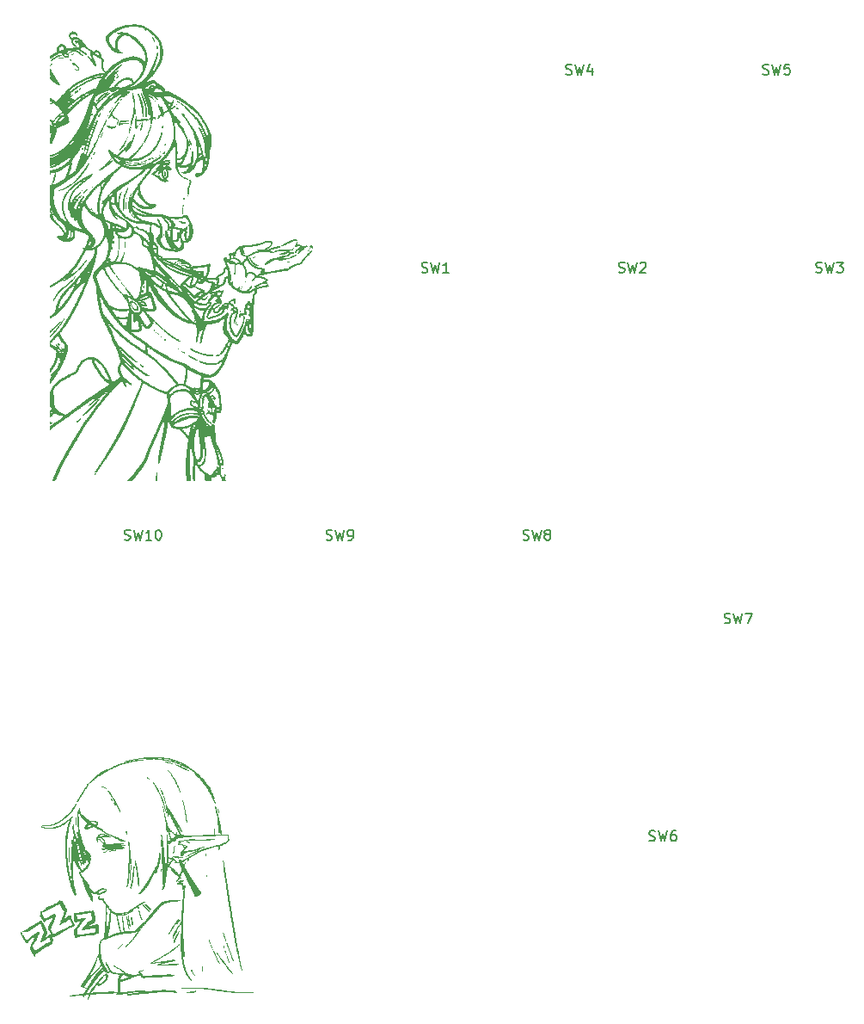
<source format=gbr>
%TF.GenerationSoftware,KiCad,Pcbnew,8.0.5*%
%TF.CreationDate,2024-10-07T11:22:52+11:00*%
%TF.ProjectId,TetrisKeyboard,54657472-6973-44b6-9579-626f6172642e,rev?*%
%TF.SameCoordinates,Original*%
%TF.FileFunction,Legend,Top*%
%TF.FilePolarity,Positive*%
%FSLAX46Y46*%
G04 Gerber Fmt 4.6, Leading zero omitted, Abs format (unit mm)*
G04 Created by KiCad (PCBNEW 8.0.5) date 2024-10-07 11:22:52*
%MOMM*%
%LPD*%
G01*
G04 APERTURE LIST*
%ADD10C,0.150000*%
%ADD11C,0.000000*%
G04 APERTURE END LIST*
D10*
X53066667Y-83344700D02*
X53209524Y-83392319D01*
X53209524Y-83392319D02*
X53447619Y-83392319D01*
X53447619Y-83392319D02*
X53542857Y-83344700D01*
X53542857Y-83344700D02*
X53590476Y-83297080D01*
X53590476Y-83297080D02*
X53638095Y-83201842D01*
X53638095Y-83201842D02*
X53638095Y-83106604D01*
X53638095Y-83106604D02*
X53590476Y-83011366D01*
X53590476Y-83011366D02*
X53542857Y-82963747D01*
X53542857Y-82963747D02*
X53447619Y-82916128D01*
X53447619Y-82916128D02*
X53257143Y-82868509D01*
X53257143Y-82868509D02*
X53161905Y-82820890D01*
X53161905Y-82820890D02*
X53114286Y-82773271D01*
X53114286Y-82773271D02*
X53066667Y-82678033D01*
X53066667Y-82678033D02*
X53066667Y-82582795D01*
X53066667Y-82582795D02*
X53114286Y-82487557D01*
X53114286Y-82487557D02*
X53161905Y-82439938D01*
X53161905Y-82439938D02*
X53257143Y-82392319D01*
X53257143Y-82392319D02*
X53495238Y-82392319D01*
X53495238Y-82392319D02*
X53638095Y-82439938D01*
X53971429Y-82392319D02*
X54209524Y-83392319D01*
X54209524Y-83392319D02*
X54400000Y-82678033D01*
X54400000Y-82678033D02*
X54590476Y-83392319D01*
X54590476Y-83392319D02*
X54828572Y-82392319D01*
X55257143Y-83392319D02*
X55447619Y-83392319D01*
X55447619Y-83392319D02*
X55542857Y-83344700D01*
X55542857Y-83344700D02*
X55590476Y-83297080D01*
X55590476Y-83297080D02*
X55685714Y-83154223D01*
X55685714Y-83154223D02*
X55733333Y-82963747D01*
X55733333Y-82963747D02*
X55733333Y-82582795D01*
X55733333Y-82582795D02*
X55685714Y-82487557D01*
X55685714Y-82487557D02*
X55638095Y-82439938D01*
X55638095Y-82439938D02*
X55542857Y-82392319D01*
X55542857Y-82392319D02*
X55352381Y-82392319D01*
X55352381Y-82392319D02*
X55257143Y-82439938D01*
X55257143Y-82439938D02*
X55209524Y-82487557D01*
X55209524Y-82487557D02*
X55161905Y-82582795D01*
X55161905Y-82582795D02*
X55161905Y-82820890D01*
X55161905Y-82820890D02*
X55209524Y-82916128D01*
X55209524Y-82916128D02*
X55257143Y-82963747D01*
X55257143Y-82963747D02*
X55352381Y-83011366D01*
X55352381Y-83011366D02*
X55542857Y-83011366D01*
X55542857Y-83011366D02*
X55638095Y-82963747D01*
X55638095Y-82963747D02*
X55685714Y-82916128D01*
X55685714Y-82916128D02*
X55733333Y-82820890D01*
X84866667Y-112944700D02*
X85009524Y-112992319D01*
X85009524Y-112992319D02*
X85247619Y-112992319D01*
X85247619Y-112992319D02*
X85342857Y-112944700D01*
X85342857Y-112944700D02*
X85390476Y-112897080D01*
X85390476Y-112897080D02*
X85438095Y-112801842D01*
X85438095Y-112801842D02*
X85438095Y-112706604D01*
X85438095Y-112706604D02*
X85390476Y-112611366D01*
X85390476Y-112611366D02*
X85342857Y-112563747D01*
X85342857Y-112563747D02*
X85247619Y-112516128D01*
X85247619Y-112516128D02*
X85057143Y-112468509D01*
X85057143Y-112468509D02*
X84961905Y-112420890D01*
X84961905Y-112420890D02*
X84914286Y-112373271D01*
X84914286Y-112373271D02*
X84866667Y-112278033D01*
X84866667Y-112278033D02*
X84866667Y-112182795D01*
X84866667Y-112182795D02*
X84914286Y-112087557D01*
X84914286Y-112087557D02*
X84961905Y-112039938D01*
X84961905Y-112039938D02*
X85057143Y-111992319D01*
X85057143Y-111992319D02*
X85295238Y-111992319D01*
X85295238Y-111992319D02*
X85438095Y-112039938D01*
X85771429Y-111992319D02*
X86009524Y-112992319D01*
X86009524Y-112992319D02*
X86200000Y-112278033D01*
X86200000Y-112278033D02*
X86390476Y-112992319D01*
X86390476Y-112992319D02*
X86628572Y-111992319D01*
X87438095Y-111992319D02*
X87247619Y-111992319D01*
X87247619Y-111992319D02*
X87152381Y-112039938D01*
X87152381Y-112039938D02*
X87104762Y-112087557D01*
X87104762Y-112087557D02*
X87009524Y-112230414D01*
X87009524Y-112230414D02*
X86961905Y-112420890D01*
X86961905Y-112420890D02*
X86961905Y-112801842D01*
X86961905Y-112801842D02*
X87009524Y-112897080D01*
X87009524Y-112897080D02*
X87057143Y-112944700D01*
X87057143Y-112944700D02*
X87152381Y-112992319D01*
X87152381Y-112992319D02*
X87342857Y-112992319D01*
X87342857Y-112992319D02*
X87438095Y-112944700D01*
X87438095Y-112944700D02*
X87485714Y-112897080D01*
X87485714Y-112897080D02*
X87533333Y-112801842D01*
X87533333Y-112801842D02*
X87533333Y-112563747D01*
X87533333Y-112563747D02*
X87485714Y-112468509D01*
X87485714Y-112468509D02*
X87438095Y-112420890D01*
X87438095Y-112420890D02*
X87342857Y-112373271D01*
X87342857Y-112373271D02*
X87152381Y-112373271D01*
X87152381Y-112373271D02*
X87057143Y-112420890D01*
X87057143Y-112420890D02*
X87009524Y-112468509D01*
X87009524Y-112468509D02*
X86961905Y-112563747D01*
X62466667Y-57024700D02*
X62609524Y-57072319D01*
X62609524Y-57072319D02*
X62847619Y-57072319D01*
X62847619Y-57072319D02*
X62942857Y-57024700D01*
X62942857Y-57024700D02*
X62990476Y-56977080D01*
X62990476Y-56977080D02*
X63038095Y-56881842D01*
X63038095Y-56881842D02*
X63038095Y-56786604D01*
X63038095Y-56786604D02*
X62990476Y-56691366D01*
X62990476Y-56691366D02*
X62942857Y-56643747D01*
X62942857Y-56643747D02*
X62847619Y-56596128D01*
X62847619Y-56596128D02*
X62657143Y-56548509D01*
X62657143Y-56548509D02*
X62561905Y-56500890D01*
X62561905Y-56500890D02*
X62514286Y-56453271D01*
X62514286Y-56453271D02*
X62466667Y-56358033D01*
X62466667Y-56358033D02*
X62466667Y-56262795D01*
X62466667Y-56262795D02*
X62514286Y-56167557D01*
X62514286Y-56167557D02*
X62561905Y-56119938D01*
X62561905Y-56119938D02*
X62657143Y-56072319D01*
X62657143Y-56072319D02*
X62895238Y-56072319D01*
X62895238Y-56072319D02*
X63038095Y-56119938D01*
X63371429Y-56072319D02*
X63609524Y-57072319D01*
X63609524Y-57072319D02*
X63800000Y-56358033D01*
X63800000Y-56358033D02*
X63990476Y-57072319D01*
X63990476Y-57072319D02*
X64228572Y-56072319D01*
X65133333Y-57072319D02*
X64561905Y-57072319D01*
X64847619Y-57072319D02*
X64847619Y-56072319D01*
X64847619Y-56072319D02*
X64752381Y-56215176D01*
X64752381Y-56215176D02*
X64657143Y-56310414D01*
X64657143Y-56310414D02*
X64561905Y-56358033D01*
X76666667Y-37544700D02*
X76809524Y-37592319D01*
X76809524Y-37592319D02*
X77047619Y-37592319D01*
X77047619Y-37592319D02*
X77142857Y-37544700D01*
X77142857Y-37544700D02*
X77190476Y-37497080D01*
X77190476Y-37497080D02*
X77238095Y-37401842D01*
X77238095Y-37401842D02*
X77238095Y-37306604D01*
X77238095Y-37306604D02*
X77190476Y-37211366D01*
X77190476Y-37211366D02*
X77142857Y-37163747D01*
X77142857Y-37163747D02*
X77047619Y-37116128D01*
X77047619Y-37116128D02*
X76857143Y-37068509D01*
X76857143Y-37068509D02*
X76761905Y-37020890D01*
X76761905Y-37020890D02*
X76714286Y-36973271D01*
X76714286Y-36973271D02*
X76666667Y-36878033D01*
X76666667Y-36878033D02*
X76666667Y-36782795D01*
X76666667Y-36782795D02*
X76714286Y-36687557D01*
X76714286Y-36687557D02*
X76761905Y-36639938D01*
X76761905Y-36639938D02*
X76857143Y-36592319D01*
X76857143Y-36592319D02*
X77095238Y-36592319D01*
X77095238Y-36592319D02*
X77238095Y-36639938D01*
X77571429Y-36592319D02*
X77809524Y-37592319D01*
X77809524Y-37592319D02*
X78000000Y-36878033D01*
X78000000Y-36878033D02*
X78190476Y-37592319D01*
X78190476Y-37592319D02*
X78428572Y-36592319D01*
X79238095Y-36925652D02*
X79238095Y-37592319D01*
X79000000Y-36544700D02*
X78761905Y-37258985D01*
X78761905Y-37258985D02*
X79380952Y-37258985D01*
X96066667Y-37544700D02*
X96209524Y-37592319D01*
X96209524Y-37592319D02*
X96447619Y-37592319D01*
X96447619Y-37592319D02*
X96542857Y-37544700D01*
X96542857Y-37544700D02*
X96590476Y-37497080D01*
X96590476Y-37497080D02*
X96638095Y-37401842D01*
X96638095Y-37401842D02*
X96638095Y-37306604D01*
X96638095Y-37306604D02*
X96590476Y-37211366D01*
X96590476Y-37211366D02*
X96542857Y-37163747D01*
X96542857Y-37163747D02*
X96447619Y-37116128D01*
X96447619Y-37116128D02*
X96257143Y-37068509D01*
X96257143Y-37068509D02*
X96161905Y-37020890D01*
X96161905Y-37020890D02*
X96114286Y-36973271D01*
X96114286Y-36973271D02*
X96066667Y-36878033D01*
X96066667Y-36878033D02*
X96066667Y-36782795D01*
X96066667Y-36782795D02*
X96114286Y-36687557D01*
X96114286Y-36687557D02*
X96161905Y-36639938D01*
X96161905Y-36639938D02*
X96257143Y-36592319D01*
X96257143Y-36592319D02*
X96495238Y-36592319D01*
X96495238Y-36592319D02*
X96638095Y-36639938D01*
X96971429Y-36592319D02*
X97209524Y-37592319D01*
X97209524Y-37592319D02*
X97400000Y-36878033D01*
X97400000Y-36878033D02*
X97590476Y-37592319D01*
X97590476Y-37592319D02*
X97828572Y-36592319D01*
X98685714Y-36592319D02*
X98209524Y-36592319D01*
X98209524Y-36592319D02*
X98161905Y-37068509D01*
X98161905Y-37068509D02*
X98209524Y-37020890D01*
X98209524Y-37020890D02*
X98304762Y-36973271D01*
X98304762Y-36973271D02*
X98542857Y-36973271D01*
X98542857Y-36973271D02*
X98638095Y-37020890D01*
X98638095Y-37020890D02*
X98685714Y-37068509D01*
X98685714Y-37068509D02*
X98733333Y-37163747D01*
X98733333Y-37163747D02*
X98733333Y-37401842D01*
X98733333Y-37401842D02*
X98685714Y-37497080D01*
X98685714Y-37497080D02*
X98638095Y-37544700D01*
X98638095Y-37544700D02*
X98542857Y-37592319D01*
X98542857Y-37592319D02*
X98304762Y-37592319D01*
X98304762Y-37592319D02*
X98209524Y-37544700D01*
X98209524Y-37544700D02*
X98161905Y-37497080D01*
X33190476Y-83344700D02*
X33333333Y-83392319D01*
X33333333Y-83392319D02*
X33571428Y-83392319D01*
X33571428Y-83392319D02*
X33666666Y-83344700D01*
X33666666Y-83344700D02*
X33714285Y-83297080D01*
X33714285Y-83297080D02*
X33761904Y-83201842D01*
X33761904Y-83201842D02*
X33761904Y-83106604D01*
X33761904Y-83106604D02*
X33714285Y-83011366D01*
X33714285Y-83011366D02*
X33666666Y-82963747D01*
X33666666Y-82963747D02*
X33571428Y-82916128D01*
X33571428Y-82916128D02*
X33380952Y-82868509D01*
X33380952Y-82868509D02*
X33285714Y-82820890D01*
X33285714Y-82820890D02*
X33238095Y-82773271D01*
X33238095Y-82773271D02*
X33190476Y-82678033D01*
X33190476Y-82678033D02*
X33190476Y-82582795D01*
X33190476Y-82582795D02*
X33238095Y-82487557D01*
X33238095Y-82487557D02*
X33285714Y-82439938D01*
X33285714Y-82439938D02*
X33380952Y-82392319D01*
X33380952Y-82392319D02*
X33619047Y-82392319D01*
X33619047Y-82392319D02*
X33761904Y-82439938D01*
X34095238Y-82392319D02*
X34333333Y-83392319D01*
X34333333Y-83392319D02*
X34523809Y-82678033D01*
X34523809Y-82678033D02*
X34714285Y-83392319D01*
X34714285Y-83392319D02*
X34952381Y-82392319D01*
X35857142Y-83392319D02*
X35285714Y-83392319D01*
X35571428Y-83392319D02*
X35571428Y-82392319D01*
X35571428Y-82392319D02*
X35476190Y-82535176D01*
X35476190Y-82535176D02*
X35380952Y-82630414D01*
X35380952Y-82630414D02*
X35285714Y-82678033D01*
X36476190Y-82392319D02*
X36571428Y-82392319D01*
X36571428Y-82392319D02*
X36666666Y-82439938D01*
X36666666Y-82439938D02*
X36714285Y-82487557D01*
X36714285Y-82487557D02*
X36761904Y-82582795D01*
X36761904Y-82582795D02*
X36809523Y-82773271D01*
X36809523Y-82773271D02*
X36809523Y-83011366D01*
X36809523Y-83011366D02*
X36761904Y-83201842D01*
X36761904Y-83201842D02*
X36714285Y-83297080D01*
X36714285Y-83297080D02*
X36666666Y-83344700D01*
X36666666Y-83344700D02*
X36571428Y-83392319D01*
X36571428Y-83392319D02*
X36476190Y-83392319D01*
X36476190Y-83392319D02*
X36380952Y-83344700D01*
X36380952Y-83344700D02*
X36333333Y-83297080D01*
X36333333Y-83297080D02*
X36285714Y-83201842D01*
X36285714Y-83201842D02*
X36238095Y-83011366D01*
X36238095Y-83011366D02*
X36238095Y-82773271D01*
X36238095Y-82773271D02*
X36285714Y-82582795D01*
X36285714Y-82582795D02*
X36333333Y-82487557D01*
X36333333Y-82487557D02*
X36380952Y-82439938D01*
X36380952Y-82439938D02*
X36476190Y-82392319D01*
X92266667Y-91544700D02*
X92409524Y-91592319D01*
X92409524Y-91592319D02*
X92647619Y-91592319D01*
X92647619Y-91592319D02*
X92742857Y-91544700D01*
X92742857Y-91544700D02*
X92790476Y-91497080D01*
X92790476Y-91497080D02*
X92838095Y-91401842D01*
X92838095Y-91401842D02*
X92838095Y-91306604D01*
X92838095Y-91306604D02*
X92790476Y-91211366D01*
X92790476Y-91211366D02*
X92742857Y-91163747D01*
X92742857Y-91163747D02*
X92647619Y-91116128D01*
X92647619Y-91116128D02*
X92457143Y-91068509D01*
X92457143Y-91068509D02*
X92361905Y-91020890D01*
X92361905Y-91020890D02*
X92314286Y-90973271D01*
X92314286Y-90973271D02*
X92266667Y-90878033D01*
X92266667Y-90878033D02*
X92266667Y-90782795D01*
X92266667Y-90782795D02*
X92314286Y-90687557D01*
X92314286Y-90687557D02*
X92361905Y-90639938D01*
X92361905Y-90639938D02*
X92457143Y-90592319D01*
X92457143Y-90592319D02*
X92695238Y-90592319D01*
X92695238Y-90592319D02*
X92838095Y-90639938D01*
X93171429Y-90592319D02*
X93409524Y-91592319D01*
X93409524Y-91592319D02*
X93600000Y-90878033D01*
X93600000Y-90878033D02*
X93790476Y-91592319D01*
X93790476Y-91592319D02*
X94028572Y-90592319D01*
X94314286Y-90592319D02*
X94980952Y-90592319D01*
X94980952Y-90592319D02*
X94552381Y-91592319D01*
X101276667Y-57024700D02*
X101419524Y-57072319D01*
X101419524Y-57072319D02*
X101657619Y-57072319D01*
X101657619Y-57072319D02*
X101752857Y-57024700D01*
X101752857Y-57024700D02*
X101800476Y-56977080D01*
X101800476Y-56977080D02*
X101848095Y-56881842D01*
X101848095Y-56881842D02*
X101848095Y-56786604D01*
X101848095Y-56786604D02*
X101800476Y-56691366D01*
X101800476Y-56691366D02*
X101752857Y-56643747D01*
X101752857Y-56643747D02*
X101657619Y-56596128D01*
X101657619Y-56596128D02*
X101467143Y-56548509D01*
X101467143Y-56548509D02*
X101371905Y-56500890D01*
X101371905Y-56500890D02*
X101324286Y-56453271D01*
X101324286Y-56453271D02*
X101276667Y-56358033D01*
X101276667Y-56358033D02*
X101276667Y-56262795D01*
X101276667Y-56262795D02*
X101324286Y-56167557D01*
X101324286Y-56167557D02*
X101371905Y-56119938D01*
X101371905Y-56119938D02*
X101467143Y-56072319D01*
X101467143Y-56072319D02*
X101705238Y-56072319D01*
X101705238Y-56072319D02*
X101848095Y-56119938D01*
X102181429Y-56072319D02*
X102419524Y-57072319D01*
X102419524Y-57072319D02*
X102610000Y-56358033D01*
X102610000Y-56358033D02*
X102800476Y-57072319D01*
X102800476Y-57072319D02*
X103038572Y-56072319D01*
X103324286Y-56072319D02*
X103943333Y-56072319D01*
X103943333Y-56072319D02*
X103610000Y-56453271D01*
X103610000Y-56453271D02*
X103752857Y-56453271D01*
X103752857Y-56453271D02*
X103848095Y-56500890D01*
X103848095Y-56500890D02*
X103895714Y-56548509D01*
X103895714Y-56548509D02*
X103943333Y-56643747D01*
X103943333Y-56643747D02*
X103943333Y-56881842D01*
X103943333Y-56881842D02*
X103895714Y-56977080D01*
X103895714Y-56977080D02*
X103848095Y-57024700D01*
X103848095Y-57024700D02*
X103752857Y-57072319D01*
X103752857Y-57072319D02*
X103467143Y-57072319D01*
X103467143Y-57072319D02*
X103371905Y-57024700D01*
X103371905Y-57024700D02*
X103324286Y-56977080D01*
X72466667Y-83344700D02*
X72609524Y-83392319D01*
X72609524Y-83392319D02*
X72847619Y-83392319D01*
X72847619Y-83392319D02*
X72942857Y-83344700D01*
X72942857Y-83344700D02*
X72990476Y-83297080D01*
X72990476Y-83297080D02*
X73038095Y-83201842D01*
X73038095Y-83201842D02*
X73038095Y-83106604D01*
X73038095Y-83106604D02*
X72990476Y-83011366D01*
X72990476Y-83011366D02*
X72942857Y-82963747D01*
X72942857Y-82963747D02*
X72847619Y-82916128D01*
X72847619Y-82916128D02*
X72657143Y-82868509D01*
X72657143Y-82868509D02*
X72561905Y-82820890D01*
X72561905Y-82820890D02*
X72514286Y-82773271D01*
X72514286Y-82773271D02*
X72466667Y-82678033D01*
X72466667Y-82678033D02*
X72466667Y-82582795D01*
X72466667Y-82582795D02*
X72514286Y-82487557D01*
X72514286Y-82487557D02*
X72561905Y-82439938D01*
X72561905Y-82439938D02*
X72657143Y-82392319D01*
X72657143Y-82392319D02*
X72895238Y-82392319D01*
X72895238Y-82392319D02*
X73038095Y-82439938D01*
X73371429Y-82392319D02*
X73609524Y-83392319D01*
X73609524Y-83392319D02*
X73800000Y-82678033D01*
X73800000Y-82678033D02*
X73990476Y-83392319D01*
X73990476Y-83392319D02*
X74228572Y-82392319D01*
X74752381Y-82820890D02*
X74657143Y-82773271D01*
X74657143Y-82773271D02*
X74609524Y-82725652D01*
X74609524Y-82725652D02*
X74561905Y-82630414D01*
X74561905Y-82630414D02*
X74561905Y-82582795D01*
X74561905Y-82582795D02*
X74609524Y-82487557D01*
X74609524Y-82487557D02*
X74657143Y-82439938D01*
X74657143Y-82439938D02*
X74752381Y-82392319D01*
X74752381Y-82392319D02*
X74942857Y-82392319D01*
X74942857Y-82392319D02*
X75038095Y-82439938D01*
X75038095Y-82439938D02*
X75085714Y-82487557D01*
X75085714Y-82487557D02*
X75133333Y-82582795D01*
X75133333Y-82582795D02*
X75133333Y-82630414D01*
X75133333Y-82630414D02*
X75085714Y-82725652D01*
X75085714Y-82725652D02*
X75038095Y-82773271D01*
X75038095Y-82773271D02*
X74942857Y-82820890D01*
X74942857Y-82820890D02*
X74752381Y-82820890D01*
X74752381Y-82820890D02*
X74657143Y-82868509D01*
X74657143Y-82868509D02*
X74609524Y-82916128D01*
X74609524Y-82916128D02*
X74561905Y-83011366D01*
X74561905Y-83011366D02*
X74561905Y-83201842D01*
X74561905Y-83201842D02*
X74609524Y-83297080D01*
X74609524Y-83297080D02*
X74657143Y-83344700D01*
X74657143Y-83344700D02*
X74752381Y-83392319D01*
X74752381Y-83392319D02*
X74942857Y-83392319D01*
X74942857Y-83392319D02*
X75038095Y-83344700D01*
X75038095Y-83344700D02*
X75085714Y-83297080D01*
X75085714Y-83297080D02*
X75133333Y-83201842D01*
X75133333Y-83201842D02*
X75133333Y-83011366D01*
X75133333Y-83011366D02*
X75085714Y-82916128D01*
X75085714Y-82916128D02*
X75038095Y-82868509D01*
X75038095Y-82868509D02*
X74942857Y-82820890D01*
X81866667Y-57024700D02*
X82009524Y-57072319D01*
X82009524Y-57072319D02*
X82247619Y-57072319D01*
X82247619Y-57072319D02*
X82342857Y-57024700D01*
X82342857Y-57024700D02*
X82390476Y-56977080D01*
X82390476Y-56977080D02*
X82438095Y-56881842D01*
X82438095Y-56881842D02*
X82438095Y-56786604D01*
X82438095Y-56786604D02*
X82390476Y-56691366D01*
X82390476Y-56691366D02*
X82342857Y-56643747D01*
X82342857Y-56643747D02*
X82247619Y-56596128D01*
X82247619Y-56596128D02*
X82057143Y-56548509D01*
X82057143Y-56548509D02*
X81961905Y-56500890D01*
X81961905Y-56500890D02*
X81914286Y-56453271D01*
X81914286Y-56453271D02*
X81866667Y-56358033D01*
X81866667Y-56358033D02*
X81866667Y-56262795D01*
X81866667Y-56262795D02*
X81914286Y-56167557D01*
X81914286Y-56167557D02*
X81961905Y-56119938D01*
X81961905Y-56119938D02*
X82057143Y-56072319D01*
X82057143Y-56072319D02*
X82295238Y-56072319D01*
X82295238Y-56072319D02*
X82438095Y-56119938D01*
X82771429Y-56072319D02*
X83009524Y-57072319D01*
X83009524Y-57072319D02*
X83200000Y-56358033D01*
X83200000Y-56358033D02*
X83390476Y-57072319D01*
X83390476Y-57072319D02*
X83628572Y-56072319D01*
X83961905Y-56167557D02*
X84009524Y-56119938D01*
X84009524Y-56119938D02*
X84104762Y-56072319D01*
X84104762Y-56072319D02*
X84342857Y-56072319D01*
X84342857Y-56072319D02*
X84438095Y-56119938D01*
X84438095Y-56119938D02*
X84485714Y-56167557D01*
X84485714Y-56167557D02*
X84533333Y-56262795D01*
X84533333Y-56262795D02*
X84533333Y-56358033D01*
X84533333Y-56358033D02*
X84485714Y-56500890D01*
X84485714Y-56500890D02*
X83914286Y-57072319D01*
X83914286Y-57072319D02*
X84533333Y-57072319D01*
D11*
%TO.C,G\u002A\u002A\u002A*%
G36*
X39426452Y-49451480D02*
G01*
X39452899Y-49476464D01*
X39480999Y-49510659D01*
X39524818Y-49565986D01*
X39448775Y-49565986D01*
X39372732Y-49565986D01*
X39383319Y-49519043D01*
X39395633Y-49472428D01*
X39408687Y-49450021D01*
X39426452Y-49451480D01*
G37*
G36*
X32746566Y-57788806D02*
G01*
X32757665Y-57809647D01*
X32753804Y-57835927D01*
X32736798Y-57858258D01*
X32708920Y-57866580D01*
X32682222Y-57859533D01*
X32670893Y-57845275D01*
X32668840Y-57810481D01*
X32689195Y-57787813D01*
X32713198Y-57782816D01*
X32746566Y-57788806D01*
G37*
G36*
X33038986Y-58180934D02*
G01*
X33057108Y-58202822D01*
X33062116Y-58227267D01*
X33052471Y-58242402D01*
X33018579Y-58253731D01*
X32992679Y-58238666D01*
X32984955Y-58226682D01*
X32976523Y-58194139D01*
X32991449Y-58175193D01*
X33013199Y-58171450D01*
X33038986Y-58180934D01*
G37*
G36*
X33186832Y-55013800D02*
G01*
X33211071Y-55097662D01*
X33216299Y-55190688D01*
X33202834Y-55277516D01*
X33183670Y-55346915D01*
X33158977Y-55291395D01*
X33134248Y-55206156D01*
X33129063Y-55112438D01*
X33142562Y-55027680D01*
X33162152Y-54958281D01*
X33186832Y-55013800D01*
G37*
G36*
X36481697Y-63060846D02*
G01*
X36482814Y-63083957D01*
X36476447Y-63116968D01*
X36457076Y-63125621D01*
X36424295Y-63110062D01*
X36419538Y-63106647D01*
X36403110Y-63085696D01*
X36414087Y-63067070D01*
X36451584Y-63050818D01*
X36473368Y-63047621D01*
X36481697Y-63060846D01*
G37*
G36*
X26829426Y-49038554D02*
G01*
X26787573Y-49070499D01*
X26743201Y-49078283D01*
X26691290Y-49062177D01*
X26664617Y-49047502D01*
X26610846Y-49014953D01*
X26655942Y-49005934D01*
X26695189Y-49000930D01*
X26748172Y-48997655D01*
X26785178Y-48996915D01*
X26869319Y-48996915D01*
X26829426Y-49038554D01*
G37*
G36*
X31049429Y-40980813D02*
G01*
X31064729Y-40999361D01*
X31073329Y-41028909D01*
X31064598Y-41062742D01*
X31048879Y-41101163D01*
X31010423Y-41061013D01*
X30986649Y-41034554D01*
X30980677Y-41018615D01*
X30990670Y-41004096D01*
X30997636Y-40997632D01*
X31027402Y-40977207D01*
X31049429Y-40980813D01*
G37*
G36*
X32508051Y-37537148D02*
G01*
X32533284Y-37578637D01*
X32540104Y-37617556D01*
X32530942Y-37648532D01*
X32508235Y-37666191D01*
X32474415Y-37665161D01*
X32454207Y-37656021D01*
X32433132Y-37629253D01*
X32434604Y-37587334D01*
X32452532Y-37542625D01*
X32475146Y-37498894D01*
X32508051Y-37537148D01*
G37*
G36*
X44794411Y-58464076D02*
G01*
X44812170Y-58514068D01*
X44819534Y-58543428D01*
X44817193Y-58556970D01*
X44808148Y-58559643D01*
X44782415Y-58551051D01*
X44769043Y-58542243D01*
X44746637Y-58512124D01*
X44750812Y-58477725D01*
X44761311Y-58459845D01*
X44781846Y-58430527D01*
X44794411Y-58464076D01*
G37*
G36*
X45947096Y-55574876D02*
G01*
X45955976Y-55590477D01*
X45958694Y-55624298D01*
X45940473Y-55645674D01*
X45900018Y-55655045D01*
X45836036Y-55652849D01*
X45790083Y-55646830D01*
X45735439Y-55638390D01*
X45805841Y-55600221D01*
X45869723Y-55571417D01*
X45917099Y-55562950D01*
X45947096Y-55574876D01*
G37*
G36*
X25889070Y-71783876D02*
G01*
X25945310Y-71794282D01*
X26002624Y-71811588D01*
X26014976Y-71816527D01*
X26074953Y-71842348D01*
X26049676Y-71885748D01*
X26002060Y-71948132D01*
X25946484Y-71984471D01*
X25884536Y-71995712D01*
X25823142Y-71995712D01*
X25823142Y-71886379D01*
X25823142Y-71777046D01*
X25889070Y-71783876D01*
G37*
G36*
X30057725Y-48621480D02*
G01*
X30079811Y-48644874D01*
X30092969Y-48674823D01*
X30083295Y-48695290D01*
X30048382Y-48711045D01*
X30046076Y-48711751D01*
X30021054Y-48713484D01*
X30005324Y-48695071D01*
X30000867Y-48684387D01*
X29992244Y-48648797D01*
X30003055Y-48628467D01*
X30028953Y-48618077D01*
X30057725Y-48621480D01*
G37*
G36*
X33205742Y-58389302D02*
G01*
X33229203Y-58408730D01*
X33246318Y-58430232D01*
X33244349Y-58444947D01*
X33222877Y-58464249D01*
X33186244Y-58486991D01*
X33157729Y-58486549D01*
X33140562Y-58474029D01*
X33125153Y-58442677D01*
X33131068Y-58410077D01*
X33154188Y-58386078D01*
X33180050Y-58379647D01*
X33205742Y-58389302D01*
G37*
G36*
X33345015Y-44050816D02*
G01*
X33364926Y-44079916D01*
X33367886Y-44089786D01*
X33370675Y-44136032D01*
X33350658Y-44168511D01*
X33333851Y-44179695D01*
X33305931Y-44186428D01*
X33284488Y-44172672D01*
X33264559Y-44136245D01*
X33271520Y-44094911D01*
X33288302Y-44068815D01*
X33317789Y-44046672D01*
X33345015Y-44050816D01*
G37*
G36*
X35362844Y-42143763D02*
G01*
X35371029Y-42159883D01*
X35369883Y-42178472D01*
X35355675Y-42210182D01*
X35326436Y-42221476D01*
X35288022Y-42210226D01*
X35285914Y-42209003D01*
X35271223Y-42189317D01*
X35277684Y-42166768D01*
X35300429Y-42148161D01*
X35334588Y-42140304D01*
X35335052Y-42140303D01*
X35362844Y-42143763D01*
G37*
G36*
X36625403Y-45468135D02*
G01*
X36634387Y-45483266D01*
X36648294Y-45524401D01*
X36638311Y-45557455D01*
X36622716Y-45574549D01*
X36602158Y-45590456D01*
X36590061Y-45585803D01*
X36581077Y-45570673D01*
X36567170Y-45529538D01*
X36577152Y-45496484D01*
X36592747Y-45479390D01*
X36613305Y-45463482D01*
X36625403Y-45468135D01*
G37*
G36*
X28386135Y-37025013D02*
G01*
X28396999Y-37040146D01*
X28410747Y-37068979D01*
X28411478Y-37088454D01*
X28389639Y-37101295D01*
X28358703Y-37098226D01*
X28330665Y-37081385D01*
X28323879Y-37072831D01*
X28311392Y-37050900D01*
X28314178Y-37038384D01*
X28336284Y-37025012D01*
X28344373Y-37020814D01*
X28368114Y-37013313D01*
X28386135Y-37025013D01*
G37*
G36*
X29085436Y-44749701D02*
G01*
X29107552Y-44839619D01*
X29105447Y-44942864D01*
X29093968Y-45005384D01*
X29077950Y-45073690D01*
X29032841Y-45022251D01*
X29006020Y-44986648D01*
X28991061Y-44950934D01*
X28988146Y-44909924D01*
X28997456Y-44858430D01*
X29019175Y-44791265D01*
X29043161Y-44728882D01*
X29059773Y-44687242D01*
X29085436Y-44749701D01*
G37*
G36*
X30027501Y-45680804D02*
G01*
X30025057Y-45702954D01*
X30019605Y-45744825D01*
X30012165Y-45798673D01*
X30009348Y-45818445D01*
X29992409Y-45936423D01*
X29962035Y-45887844D01*
X29937496Y-45835194D01*
X29936690Y-45788421D01*
X29960347Y-45740781D01*
X29980714Y-45715504D01*
X30006857Y-45688917D01*
X30023775Y-45677545D01*
X30027501Y-45680804D01*
G37*
G36*
X30968631Y-43411752D02*
G01*
X31002462Y-43475533D01*
X31009426Y-43534752D01*
X31000188Y-43570189D01*
X30983637Y-43602259D01*
X30967404Y-43608967D01*
X30945341Y-43591947D01*
X30939992Y-43586177D01*
X30925153Y-43553707D01*
X30918580Y-43504281D01*
X30920844Y-43447617D01*
X30929298Y-43403966D01*
X30938808Y-43369869D01*
X30968631Y-43411752D01*
G37*
G36*
X31598315Y-41558746D02*
G01*
X31610898Y-41584841D01*
X31620128Y-41618119D01*
X31611745Y-41645504D01*
X31601917Y-41660127D01*
X31577787Y-41688387D01*
X31560621Y-41692777D01*
X31544783Y-41674162D01*
X31542100Y-41669302D01*
X31528464Y-41622963D01*
X31540761Y-41584945D01*
X31561002Y-41566504D01*
X31584857Y-41553298D01*
X31598315Y-41558746D01*
G37*
G36*
X33420045Y-49738646D02*
G01*
X33439446Y-49764431D01*
X33443142Y-49783326D01*
X33436107Y-49830362D01*
X33414778Y-49853677D01*
X33378815Y-49853548D01*
X33363333Y-49848269D01*
X33350579Y-49830161D01*
X33346464Y-49797537D01*
X33350744Y-49762180D01*
X33363173Y-49735874D01*
X33365715Y-49733446D01*
X33392305Y-49726281D01*
X33420045Y-49738646D01*
G37*
G36*
X33493398Y-43728584D02*
G01*
X33510950Y-43742605D01*
X33507771Y-43770306D01*
X33491557Y-43805876D01*
X33470012Y-43842093D01*
X33456246Y-43852432D01*
X33452307Y-43847516D01*
X33445447Y-43820414D01*
X33437744Y-43781051D01*
X33436654Y-43774647D01*
X33432918Y-43740461D01*
X33438659Y-43725895D01*
X33452922Y-43723573D01*
X33493398Y-43728584D01*
G37*
G36*
X34186871Y-51614424D02*
G01*
X34225839Y-51639224D01*
X34245241Y-51682799D01*
X34248169Y-51717352D01*
X34247049Y-51752137D01*
X34244250Y-51771467D01*
X34243124Y-51772871D01*
X34231419Y-51764063D01*
X34204444Y-51740526D01*
X34167107Y-51706593D01*
X34149436Y-51690207D01*
X34060792Y-51607543D01*
X34126721Y-51606928D01*
X34186871Y-51614424D01*
G37*
G36*
X34622923Y-46297297D02*
G01*
X34609565Y-46310515D01*
X34595224Y-46319862D01*
X34575160Y-46326008D01*
X34544635Y-46329624D01*
X34498910Y-46331381D01*
X34433245Y-46331948D01*
X34377607Y-46331997D01*
X34164890Y-46331997D01*
X34164890Y-46297297D01*
X34164890Y-46262598D01*
X34410206Y-46262598D01*
X34655521Y-46262598D01*
X34622923Y-46297297D01*
G37*
G36*
X37187213Y-63614327D02*
G01*
X37242705Y-63656860D01*
X37271627Y-63693763D01*
X37273844Y-63724734D01*
X37249226Y-63749472D01*
X37247114Y-63750634D01*
X37219174Y-63762374D01*
X37193917Y-63760663D01*
X37169863Y-63751881D01*
X37123762Y-63721385D01*
X37099843Y-63675602D01*
X37096173Y-63620942D01*
X37100464Y-63557220D01*
X37187213Y-63614327D01*
G37*
G36*
X39142877Y-43031167D02*
G01*
X39147647Y-43035471D01*
X39171725Y-43065701D01*
X39170710Y-43095129D01*
X39157786Y-43116915D01*
X39143842Y-43131868D01*
X39130040Y-43128612D01*
X39110128Y-43109158D01*
X39090363Y-43082050D01*
X39090784Y-43058814D01*
X39095180Y-43049428D01*
X39111237Y-43022354D01*
X39123887Y-43017131D01*
X39142877Y-43031167D01*
G37*
G36*
X46062747Y-55504613D02*
G01*
X46068874Y-55507641D01*
X46094813Y-55524550D01*
X46097308Y-55539129D01*
X46075591Y-55557210D01*
X46061191Y-55565998D01*
X46016598Y-55586381D01*
X45984178Y-55585524D01*
X45961739Y-55567828D01*
X45950789Y-55540067D01*
X45961502Y-55516446D01*
X45987791Y-55500383D01*
X46023568Y-55495299D01*
X46062747Y-55504613D01*
G37*
G36*
X32795201Y-57868723D02*
G01*
X32821521Y-57883611D01*
X32830017Y-57915097D01*
X32820635Y-57958453D01*
X32796717Y-58003937D01*
X32774493Y-58036586D01*
X32759424Y-58056982D01*
X32756014Y-58060412D01*
X32752931Y-58047929D01*
X32748576Y-58015857D01*
X32745535Y-57987543D01*
X32744373Y-57923966D01*
X32755958Y-57884523D01*
X32780571Y-57868547D01*
X32795201Y-57868723D01*
G37*
G36*
X36161397Y-62729440D02*
G01*
X36170812Y-62733893D01*
X36206360Y-62754993D01*
X36217197Y-62776633D01*
X36205578Y-62805937D01*
X36197491Y-62818089D01*
X36169816Y-62844608D01*
X36141556Y-62843618D01*
X36117151Y-62823554D01*
X36096697Y-62790520D01*
X36099694Y-62756102D01*
X36108353Y-62737350D01*
X36119427Y-62721044D01*
X36133939Y-62718583D01*
X36161397Y-62729440D01*
G37*
G36*
X36557088Y-63118258D02*
G01*
X36569199Y-63149779D01*
X36573218Y-63159536D01*
X36584008Y-63190501D01*
X36585485Y-63206887D01*
X36583628Y-63207731D01*
X36563165Y-63204280D01*
X36534863Y-63199869D01*
X36504572Y-63186264D01*
X36497442Y-63161351D01*
X36514109Y-63130047D01*
X36524453Y-63119592D01*
X36544546Y-63103714D01*
X36552213Y-63101866D01*
X36557088Y-63118258D01*
G37*
G36*
X37068317Y-53309548D02*
G01*
X37100492Y-53343328D01*
X37115544Y-53365980D01*
X37116869Y-53385073D01*
X37110254Y-53403032D01*
X37085049Y-53432611D01*
X37060938Y-53438445D01*
X37037871Y-53433627D01*
X37025246Y-53414126D01*
X37019154Y-53386395D01*
X37013177Y-53338980D01*
X37010416Y-53294999D01*
X37010398Y-53292911D01*
X37010245Y-53251476D01*
X37068317Y-53309548D01*
G37*
G36*
X38432410Y-56146050D02*
G01*
X38456881Y-56168899D01*
X38463100Y-56175343D01*
X38507156Y-56221341D01*
X38474720Y-56245365D01*
X38449887Y-56260964D01*
X38431263Y-56258799D01*
X38410294Y-56243486D01*
X38389244Y-56221122D01*
X38390676Y-56202832D01*
X38393710Y-56198642D01*
X38410064Y-56168226D01*
X38414080Y-56154523D01*
X38419814Y-56141968D01*
X38432410Y-56146050D01*
G37*
G36*
X38605795Y-56086934D02*
G01*
X38619461Y-56091270D01*
X38649928Y-56106096D01*
X38659884Y-56126664D01*
X38659235Y-56143157D01*
X38651758Y-56168593D01*
X38631442Y-56180292D01*
X38605987Y-56183828D01*
X38562379Y-56180451D01*
X38528965Y-56158083D01*
X38526430Y-56155442D01*
X38495886Y-56122930D01*
X38535669Y-56099429D01*
X38571202Y-56084183D01*
X38605795Y-56086934D01*
G37*
G36*
X44630682Y-58310030D02*
G01*
X44638518Y-58313381D01*
X44666127Y-58334842D01*
X44669363Y-58365348D01*
X44657517Y-58394439D01*
X44641418Y-58416369D01*
X44623530Y-58417110D01*
X44597623Y-58395966D01*
X44588743Y-58386732D01*
X44567858Y-58362193D01*
X44565190Y-58345963D01*
X44579271Y-58326779D01*
X44580716Y-58325178D01*
X44604309Y-58306844D01*
X44630682Y-58310030D01*
G37*
G36*
X27239082Y-61593625D02*
G01*
X27247174Y-61605221D01*
X27250605Y-61633727D01*
X27247325Y-61672782D01*
X27246715Y-61676199D01*
X27236892Y-61709555D01*
X27219931Y-61722959D01*
X27202713Y-61724674D01*
X27179838Y-61721772D01*
X27171271Y-61707671D01*
X27172106Y-61674279D01*
X27172112Y-61674207D01*
X27181467Y-61637656D01*
X27199332Y-61608746D01*
X27220330Y-61592421D01*
X27239082Y-61593625D01*
G37*
G36*
X28876693Y-38974349D02*
G01*
X28876039Y-39025837D01*
X28872375Y-39056990D01*
X28863146Y-39075229D01*
X28845799Y-39087972D01*
X28835743Y-39093334D01*
X28784331Y-39112055D01*
X28741271Y-39107617D01*
X28702788Y-39082980D01*
X28666132Y-39051450D01*
X28739563Y-38989292D01*
X28782153Y-38953481D01*
X28820735Y-38921452D01*
X28844844Y-38901836D01*
X28876693Y-38876539D01*
X28876693Y-38974349D01*
G37*
G36*
X30905304Y-43611543D02*
G01*
X30910113Y-43617682D01*
X30929164Y-43664146D01*
X30923585Y-43719700D01*
X30914793Y-43742764D01*
X30898440Y-43770616D01*
X30881817Y-43774574D01*
X30859224Y-43754531D01*
X30848630Y-43741546D01*
X30825507Y-43705388D01*
X30823613Y-43675701D01*
X30843470Y-43642666D01*
X30854594Y-43629683D01*
X30877970Y-43605136D01*
X30891959Y-43599719D01*
X30905304Y-43611543D01*
G37*
G36*
X33130927Y-58301090D02*
G01*
X33132999Y-58303905D01*
X33150038Y-58338224D01*
X33142361Y-58366985D01*
X33126284Y-58384436D01*
X33098339Y-58404039D01*
X33077214Y-58400668D01*
X33055723Y-58372679D01*
X33052802Y-58367629D01*
X33039166Y-58340312D01*
X33042148Y-58324009D01*
X33065164Y-58307441D01*
X33072305Y-58303202D01*
X33101197Y-58287612D01*
X33117192Y-58286867D01*
X33130927Y-58301090D01*
G37*
G36*
X33810658Y-42675215D02*
G01*
X33835172Y-42745338D01*
X33841766Y-42802068D01*
X33830981Y-42852746D01*
X33824773Y-42867162D01*
X33806750Y-42898960D01*
X33791152Y-42916420D01*
X33787846Y-42917570D01*
X33774799Y-42905986D01*
X33758229Y-42877109D01*
X33753394Y-42866243D01*
X33738989Y-42796874D01*
X33749864Y-42717574D01*
X33767760Y-42666747D01*
X33787316Y-42620237D01*
X33810658Y-42675215D01*
G37*
G36*
X38282056Y-40445032D02*
G01*
X38300828Y-40455977D01*
X38330813Y-40479248D01*
X38337972Y-40502694D01*
X38336678Y-40509379D01*
X38330300Y-40540790D01*
X38329014Y-40554538D01*
X38321667Y-40570277D01*
X38299393Y-40564610D01*
X38268228Y-40543113D01*
X38242919Y-40516969D01*
X38238282Y-40489242D01*
X38240549Y-40477184D01*
X38249154Y-40445997D01*
X38260125Y-40436288D01*
X38282056Y-40445032D01*
G37*
G36*
X38997079Y-50372005D02*
G01*
X39015340Y-50401977D01*
X39042565Y-50451887D01*
X39009497Y-50522488D01*
X38990007Y-50560991D01*
X38974238Y-50586635D01*
X38967493Y-50593089D01*
X38956431Y-50581814D01*
X38939983Y-50553769D01*
X38935166Y-50544039D01*
X38914406Y-50480157D01*
X38918041Y-50421801D01*
X38933409Y-50383318D01*
X38953955Y-50354090D01*
X38974291Y-50350117D01*
X38997079Y-50372005D01*
G37*
G36*
X40138639Y-61740629D02*
G01*
X40150327Y-61769567D01*
X40158063Y-61811594D01*
X40161301Y-61857274D01*
X40159496Y-61897174D01*
X40152102Y-61921858D01*
X40149275Y-61924572D01*
X40133579Y-61919880D01*
X40107333Y-61899692D01*
X40093756Y-61886561D01*
X40059204Y-61838206D01*
X40052151Y-61792937D01*
X40072611Y-61750956D01*
X40083120Y-61739960D01*
X40116323Y-61708768D01*
X40138639Y-61740629D01*
G37*
G36*
X45322399Y-58242118D02*
G01*
X45345821Y-58267524D01*
X45348687Y-58287625D01*
X45332556Y-58313893D01*
X45332223Y-58314333D01*
X45317892Y-58329650D01*
X45303600Y-58328361D01*
X45279589Y-58309230D01*
X45277520Y-58307394D01*
X45254341Y-58284879D01*
X45250362Y-58269244D01*
X45263735Y-58249269D01*
X45267256Y-58245048D01*
X45286554Y-58224464D01*
X45301139Y-58224152D01*
X45322399Y-58242118D01*
G37*
G36*
X49918886Y-54592263D02*
G01*
X49929323Y-54598712D01*
X49964553Y-54621796D01*
X49931088Y-54640339D01*
X49896902Y-54656401D01*
X49881081Y-54657231D01*
X49883644Y-54646145D01*
X49881512Y-54637990D01*
X49872807Y-54639836D01*
X49848629Y-54636899D01*
X49837496Y-54627976D01*
X49831053Y-54611635D01*
X49846742Y-54597581D01*
X49857796Y-54592166D01*
X49889831Y-54583015D01*
X49918886Y-54592263D01*
G37*
G36*
X28389256Y-57419673D02*
G01*
X28403975Y-57448578D01*
X28408828Y-57460111D01*
X28421148Y-57493624D01*
X28421270Y-57510252D01*
X28407933Y-57518625D01*
X28399903Y-57521187D01*
X28353442Y-57530600D01*
X28323695Y-57523489D01*
X28306237Y-57502632D01*
X28298289Y-57479984D01*
X28306772Y-57461067D01*
X28330038Y-57440242D01*
X28358474Y-57419229D01*
X28377260Y-57408489D01*
X28379007Y-57408131D01*
X28389256Y-57419673D01*
G37*
G36*
X33414048Y-43883638D02*
G01*
X33417419Y-43885626D01*
X33446514Y-43905186D01*
X33455175Y-43923548D01*
X33446707Y-43951853D01*
X33440914Y-43964841D01*
X33425489Y-43992369D01*
X33409625Y-43997184D01*
X33385394Y-43980152D01*
X33376360Y-43971893D01*
X33353792Y-43949723D01*
X33347930Y-43933481D01*
X33356174Y-43909723D01*
X33361900Y-43897167D01*
X33374253Y-43874256D01*
X33388106Y-43870480D01*
X33414048Y-43883638D01*
G37*
G36*
X39090088Y-64925534D02*
G01*
X39110494Y-64944185D01*
X39127852Y-64962545D01*
X39153980Y-64994614D01*
X39167890Y-65019727D01*
X39168297Y-65028474D01*
X39146256Y-65041156D01*
X39113371Y-65038357D01*
X39080518Y-65021882D01*
X39070074Y-65012155D01*
X39053901Y-64988495D01*
X39059622Y-64976823D01*
X39060983Y-64976298D01*
X39075064Y-64959230D01*
X39078708Y-64940157D01*
X39080961Y-64924860D01*
X39090088Y-64925534D01*
G37*
G36*
X44595525Y-60828422D02*
G01*
X44616690Y-60849756D01*
X44623421Y-60857730D01*
X44651802Y-60911175D01*
X44656359Y-60968474D01*
X44649580Y-60994850D01*
X44636201Y-61014140D01*
X44617557Y-61009871D01*
X44590425Y-60981264D01*
X44589726Y-60980377D01*
X44570827Y-60947944D01*
X44567035Y-60911018D01*
X44569830Y-60886688D01*
X44576517Y-60849624D01*
X44582661Y-60826098D01*
X44584212Y-60823031D01*
X44595525Y-60828422D01*
G37*
G36*
X29055172Y-49005417D02*
G01*
X29057131Y-49010794D01*
X29068373Y-49023108D01*
X29077950Y-49024674D01*
X29096619Y-49032363D01*
X29096115Y-49050775D01*
X29078650Y-49072931D01*
X29058386Y-49086484D01*
X29030215Y-49099149D01*
X29015743Y-49094372D01*
X29004240Y-49067878D01*
X29003033Y-49064426D01*
X28994807Y-49031335D01*
X28995324Y-49009808D01*
X28995657Y-49009200D01*
X29013079Y-48998967D01*
X29037587Y-48997827D01*
X29055172Y-49005417D01*
G37*
G36*
X32580795Y-42001505D02*
G01*
X32598658Y-42051840D01*
X32608926Y-42103596D01*
X32609885Y-42119483D01*
X32607015Y-42155727D01*
X32599525Y-42203171D01*
X32589305Y-42252966D01*
X32578246Y-42296264D01*
X32568238Y-42324219D01*
X32565135Y-42328947D01*
X32558556Y-42319858D01*
X32546867Y-42290849D01*
X32535180Y-42256183D01*
X32514035Y-42152583D01*
X32516683Y-42054658D01*
X32531863Y-41994565D01*
X32551846Y-41939046D01*
X32580795Y-42001505D01*
G37*
G36*
X35118862Y-58396662D02*
G01*
X35123788Y-58401903D01*
X35136028Y-58431662D01*
X35139389Y-58474373D01*
X35135191Y-58522071D01*
X35124754Y-58566795D01*
X35109398Y-58600579D01*
X35090443Y-58615461D01*
X35088363Y-58615603D01*
X35066963Y-58606150D01*
X35046766Y-58588407D01*
X35027349Y-58551771D01*
X35016074Y-58501151D01*
X35014549Y-58449400D01*
X35024349Y-58409439D01*
X35050605Y-58385501D01*
X35085970Y-58380950D01*
X35118862Y-58396662D01*
G37*
G36*
X36232007Y-40136634D02*
G01*
X36249844Y-40144517D01*
X36256576Y-40164903D01*
X36257924Y-40176799D01*
X36257178Y-40218437D01*
X36250603Y-40249870D01*
X36243278Y-40265536D01*
X36233570Y-40268401D01*
X36216230Y-40256196D01*
X36186009Y-40226650D01*
X36177943Y-40218446D01*
X36147703Y-40184859D01*
X36129180Y-40158745D01*
X36126230Y-40146576D01*
X36144928Y-40140424D01*
X36180337Y-40136441D01*
X36194764Y-40135875D01*
X36232007Y-40136634D01*
G37*
G36*
X36788150Y-63289940D02*
G01*
X36793863Y-63301789D01*
X36793672Y-63330071D01*
X36776740Y-63352557D01*
X36751808Y-63362417D01*
X36728023Y-63353235D01*
X36718674Y-63327921D01*
X36722490Y-63313909D01*
X36732650Y-63313909D01*
X36739590Y-63320849D01*
X36746529Y-63313909D01*
X36739590Y-63306969D01*
X36732650Y-63313909D01*
X36722490Y-63313909D01*
X36726214Y-63300236D01*
X36740725Y-63287635D01*
X36771481Y-63279968D01*
X36788150Y-63289940D01*
G37*
G36*
X27211120Y-35991559D02*
G01*
X27211120Y-36033199D01*
X26919644Y-36033199D01*
X26814419Y-36032550D01*
X26731207Y-36030652D01*
X26671518Y-36027577D01*
X26636859Y-36023396D01*
X26628169Y-36019319D01*
X26637128Y-36000171D01*
X26655928Y-35977680D01*
X26667387Y-35967979D01*
X26682261Y-35960837D01*
X26704629Y-35955866D01*
X26738568Y-35952677D01*
X26788154Y-35950882D01*
X26857467Y-35950092D01*
X26947404Y-35949920D01*
X27211120Y-35949920D01*
X27211120Y-35991559D01*
G37*
G36*
X27792010Y-35424810D02*
G01*
X27805396Y-35436583D01*
X27807950Y-35464128D01*
X27806434Y-35488777D01*
X27797112Y-35501069D01*
X27772822Y-35505299D01*
X27738551Y-35505767D01*
X27696926Y-35504306D01*
X27676165Y-35498102D01*
X27669449Y-35484428D01*
X27669152Y-35478007D01*
X27677831Y-35455400D01*
X27689972Y-35450248D01*
X27708443Y-35442753D01*
X27710792Y-35436368D01*
X27722993Y-35427194D01*
X27752996Y-35422608D01*
X27759371Y-35422488D01*
X27792010Y-35424810D01*
G37*
G36*
X31062455Y-43287423D02*
G01*
X31077235Y-43310296D01*
X31067985Y-43340972D01*
X31060942Y-43349851D01*
X31034941Y-43372146D01*
X31015738Y-43369646D01*
X31000788Y-43348756D01*
X30992855Y-43327024D01*
X31014180Y-43327024D01*
X31021120Y-43333964D01*
X31028060Y-43327024D01*
X31021120Y-43320084D01*
X31014180Y-43327024D01*
X30992855Y-43327024D01*
X30986465Y-43309517D01*
X30994524Y-43286326D01*
X31025233Y-43278452D01*
X31026575Y-43278445D01*
X31062455Y-43287423D01*
G37*
G36*
X32908061Y-58017860D02*
G01*
X32934425Y-58034425D01*
X32943469Y-58051453D01*
X32952190Y-58070685D01*
X32973169Y-58097176D01*
X32973266Y-58097280D01*
X32992498Y-58122408D01*
X32991944Y-58140882D01*
X32985446Y-58150224D01*
X32959911Y-58168754D01*
X32930126Y-58164766D01*
X32892971Y-58137276D01*
X32870131Y-58113837D01*
X32837467Y-58074670D01*
X32824899Y-58047937D01*
X32831314Y-58028165D01*
X32849703Y-58013465D01*
X32875892Y-58009282D01*
X32908061Y-58017860D01*
G37*
G36*
X42869917Y-76280535D02*
G01*
X42892012Y-76304406D01*
X42893313Y-76306046D01*
X42911855Y-76337123D01*
X42911407Y-76367536D01*
X42906842Y-76382384D01*
X42894973Y-76411328D01*
X42880916Y-76420296D01*
X42855118Y-76412624D01*
X42839754Y-76405816D01*
X42812283Y-76392913D01*
X42799412Y-76386077D01*
X42800487Y-76371974D01*
X42811138Y-76343709D01*
X42826725Y-76310966D01*
X42842606Y-76283424D01*
X42854140Y-76270765D01*
X42854734Y-76270685D01*
X42869917Y-76280535D01*
G37*
G36*
X32890859Y-39974838D02*
G01*
X32895755Y-39981179D01*
X32910974Y-40007769D01*
X32912593Y-40033858D01*
X32898931Y-40065850D01*
X32868306Y-40110144D01*
X32858503Y-40122982D01*
X32816328Y-40170626D01*
X32780232Y-40194141D01*
X32746299Y-40195293D01*
X32722648Y-40184323D01*
X32711468Y-40162633D01*
X32721845Y-40127471D01*
X32752550Y-40081218D01*
X32802352Y-40026257D01*
X32806318Y-40022344D01*
X32842921Y-39987238D01*
X32865526Y-39969315D01*
X32879661Y-39966031D01*
X32890859Y-39974838D01*
G37*
G36*
X35180191Y-46231691D02*
G01*
X35220102Y-46239248D01*
X35239552Y-46242350D01*
X35278704Y-46249393D01*
X35297115Y-46258960D01*
X35301594Y-46277006D01*
X35300316Y-46295516D01*
X35295604Y-46322261D01*
X35283005Y-46335688D01*
X35254531Y-46341401D01*
X35232521Y-46343071D01*
X35178632Y-46340853D01*
X35141008Y-46324477D01*
X35137922Y-46322080D01*
X35117054Y-46300082D01*
X35115763Y-46276124D01*
X35121877Y-46257546D01*
X35138735Y-46229920D01*
X35155713Y-46225371D01*
X35180191Y-46231691D01*
G37*
G36*
X36092328Y-45815213D02*
G01*
X36090721Y-45841277D01*
X36080488Y-45873941D01*
X36064085Y-45904386D01*
X36050961Y-45919073D01*
X36023519Y-45932901D01*
X35986847Y-45941179D01*
X35950198Y-45943278D01*
X35922820Y-45938567D01*
X35913743Y-45928415D01*
X35924383Y-45905546D01*
X35950365Y-45877012D01*
X35982779Y-45850654D01*
X36012716Y-45834317D01*
X36022894Y-45832324D01*
X36049908Y-45826183D01*
X36059480Y-45818445D01*
X36078589Y-45805071D01*
X36082854Y-45804565D01*
X36092328Y-45815213D01*
G37*
G36*
X36289915Y-45708166D02*
G01*
X36312441Y-45733784D01*
X36313393Y-45768839D01*
X36305605Y-45785936D01*
X36290533Y-45794077D01*
X36262187Y-45784554D01*
X36257217Y-45782011D01*
X36231732Y-45766467D01*
X36229096Y-45755986D01*
X36246857Y-45755986D01*
X36253797Y-45762926D01*
X36260737Y-45755986D01*
X36253797Y-45749046D01*
X36246857Y-45755986D01*
X36229096Y-45755986D01*
X36227984Y-45751564D01*
X36241314Y-45728042D01*
X36261271Y-45705101D01*
X36281399Y-45704211D01*
X36289915Y-45708166D01*
G37*
G36*
X39666091Y-44780141D02*
G01*
X39681846Y-44785065D01*
X39691339Y-44798381D01*
X39696604Y-44826271D01*
X39699674Y-44874916D01*
X39700026Y-44883302D01*
X39701619Y-44934734D01*
X39699897Y-44964852D01*
X39692982Y-44980064D01*
X39678997Y-44986778D01*
X39669103Y-44988887D01*
X39639031Y-44987732D01*
X39628180Y-44973265D01*
X39614686Y-44914484D01*
X39611213Y-44871408D01*
X39617240Y-44834061D01*
X39620366Y-44823853D01*
X39635301Y-44790997D01*
X39654193Y-44779728D01*
X39666091Y-44780141D01*
G37*
G36*
X28160815Y-35479251D02*
G01*
X28168066Y-35495574D01*
X28176054Y-35522797D01*
X28178621Y-35552747D01*
X28162210Y-35570652D01*
X28150360Y-35576618D01*
X28119273Y-35601172D01*
X28098680Y-35632486D01*
X28083306Y-35662138D01*
X28066469Y-35669762D01*
X28041272Y-35656045D01*
X28021919Y-35640141D01*
X27984504Y-35607958D01*
X28035025Y-35578151D01*
X28066483Y-35554864D01*
X28084149Y-35532616D01*
X28085546Y-35526757D01*
X28095752Y-35508812D01*
X28119067Y-35490373D01*
X28144534Y-35478353D01*
X28160815Y-35479251D01*
G37*
G36*
X33955735Y-51376723D02*
G01*
X33965025Y-51380980D01*
X33983505Y-51400978D01*
X33994643Y-51418936D01*
X34004161Y-51444771D01*
X34013564Y-51481400D01*
X34021082Y-51519672D01*
X34024944Y-51550433D01*
X34023379Y-51564533D01*
X34022837Y-51564674D01*
X34011712Y-51555002D01*
X33986950Y-51529203D01*
X33953125Y-51492102D01*
X33938948Y-51476160D01*
X33904547Y-51435216D01*
X33880026Y-51402116D01*
X33869144Y-51382110D01*
X33869397Y-51379001D01*
X33890764Y-51371958D01*
X33924425Y-51371299D01*
X33955735Y-51376723D01*
G37*
G36*
X34957565Y-46167183D02*
G01*
X34990489Y-46174070D01*
X35013862Y-46188583D01*
X35023017Y-46197563D01*
X35044005Y-46222171D01*
X35053180Y-46237419D01*
X35053196Y-46237696D01*
X35041575Y-46247223D01*
X35012330Y-46261762D01*
X34997396Y-46268030D01*
X34937848Y-46284194D01*
X34868458Y-46287172D01*
X34785611Y-46277978D01*
X34733162Y-46269538D01*
X34776211Y-46217488D01*
X34801588Y-46188866D01*
X34823979Y-46173289D01*
X34853254Y-46166801D01*
X34899283Y-46165445D01*
X34906050Y-46165439D01*
X34957565Y-46167183D01*
G37*
G36*
X36329147Y-62915722D02*
G01*
X36344086Y-62932346D01*
X36350990Y-62954070D01*
X36337658Y-62967680D01*
X36322851Y-62973986D01*
X36292776Y-62984822D01*
X36279187Y-62983561D01*
X36272272Y-62966990D01*
X36269485Y-62956505D01*
X36268740Y-62953035D01*
X36288497Y-62953035D01*
X36295437Y-62959975D01*
X36302376Y-62953035D01*
X36295437Y-62946095D01*
X36288497Y-62953035D01*
X36268740Y-62953035D01*
X36262278Y-62922924D01*
X36267512Y-62908115D01*
X36288893Y-62904502D01*
X36294948Y-62904456D01*
X36329147Y-62915722D01*
G37*
G36*
X36883669Y-63376801D02*
G01*
X36883286Y-63407384D01*
X36871014Y-63432326D01*
X36863372Y-63437342D01*
X36843155Y-63444251D01*
X36830337Y-63440403D01*
X36812056Y-63421401D01*
X36809971Y-63419093D01*
X36794870Y-63399231D01*
X36799028Y-63385393D01*
X36801889Y-63383308D01*
X36829808Y-63383308D01*
X36836748Y-63390248D01*
X36843688Y-63383308D01*
X36836748Y-63376368D01*
X36829808Y-63383308D01*
X36801889Y-63383308D01*
X36821089Y-63369318D01*
X36850389Y-63355592D01*
X36870837Y-63355171D01*
X36883669Y-63376801D01*
G37*
G36*
X38869154Y-64815892D02*
G01*
X38892740Y-64826698D01*
X38925946Y-64842630D01*
X38949838Y-64847625D01*
X38987579Y-64857989D01*
X39019652Y-64883420D01*
X39036139Y-64915429D01*
X39036693Y-64921975D01*
X39026143Y-64960247D01*
X38999143Y-64981887D01*
X38962671Y-64985155D01*
X38923704Y-64968309D01*
X38907643Y-64954159D01*
X38878925Y-64928560D01*
X38854514Y-64913618D01*
X38831547Y-64897178D01*
X38805454Y-64868033D01*
X38802719Y-64864287D01*
X38773486Y-64823234D01*
X38817143Y-64814502D01*
X38869154Y-64815892D01*
G37*
G36*
X45106347Y-57936382D02*
G01*
X45110618Y-57942165D01*
X45124957Y-57976942D01*
X45117536Y-58003593D01*
X45094183Y-58017045D01*
X45060729Y-58012225D01*
X45042328Y-58001592D01*
X45027471Y-57987972D01*
X45029507Y-57974472D01*
X45033551Y-57970193D01*
X45060519Y-57970193D01*
X45067458Y-57977133D01*
X45074398Y-57970193D01*
X45067458Y-57963253D01*
X45060519Y-57970193D01*
X45033551Y-57970193D01*
X45050357Y-57952411D01*
X45053957Y-57949019D01*
X45078805Y-57927147D01*
X45093100Y-57923318D01*
X45106347Y-57936382D01*
G37*
G36*
X49409622Y-56021215D02*
G01*
X49450389Y-56024232D01*
X49472243Y-56028574D01*
X49474264Y-56030494D01*
X49463375Y-56043388D01*
X49436369Y-56063833D01*
X49401686Y-56086433D01*
X49367765Y-56105792D01*
X49343045Y-56116515D01*
X49338571Y-56117242D01*
X49319275Y-56108955D01*
X49289694Y-56088352D01*
X49281037Y-56081309D01*
X49253981Y-56055663D01*
X49239241Y-56036087D01*
X49238333Y-56032730D01*
X49251147Y-56027015D01*
X49285341Y-56022645D01*
X49334546Y-56020301D01*
X49356311Y-56020084D01*
X49409622Y-56021215D01*
G37*
G36*
X36782618Y-45113754D02*
G01*
X36805925Y-45131946D01*
X36809503Y-45139957D01*
X36807179Y-45171913D01*
X36784885Y-45197461D01*
X36750817Y-45207734D01*
X36735992Y-45219291D01*
X36732650Y-45235005D01*
X36722275Y-45265775D01*
X36694472Y-45278587D01*
X36654224Y-45271869D01*
X36638438Y-45264777D01*
X36592899Y-45241228D01*
X36625499Y-45210601D01*
X36655071Y-45188994D01*
X36680479Y-45179975D01*
X36680530Y-45179975D01*
X36700079Y-45168009D01*
X36707395Y-45148745D01*
X36722438Y-45123092D01*
X36751150Y-45111115D01*
X36782618Y-45113754D01*
G37*
G36*
X37184574Y-45185763D02*
G01*
X37185902Y-45187521D01*
X37204285Y-45231258D01*
X37197497Y-45279455D01*
X37165085Y-45334023D01*
X37145573Y-45357252D01*
X37112577Y-45393174D01*
X37085822Y-45420897D01*
X37072704Y-45433068D01*
X37037684Y-45443405D01*
X36997511Y-45434040D01*
X36969631Y-45413833D01*
X36956103Y-45398175D01*
X36950549Y-45384032D01*
X36955021Y-45366456D01*
X36971572Y-45340500D01*
X37002257Y-45301218D01*
X37031065Y-45265812D01*
X37082967Y-45208611D01*
X37125191Y-45176537D01*
X37158730Y-45169088D01*
X37184574Y-45185763D01*
G37*
G36*
X37245618Y-44411671D02*
G01*
X37272274Y-44433471D01*
X37281569Y-44464483D01*
X37273012Y-44500890D01*
X37257279Y-44518716D01*
X37236795Y-44541274D01*
X37232322Y-44556988D01*
X37219351Y-44577046D01*
X37188948Y-44588349D01*
X37151581Y-44595170D01*
X37131208Y-44595246D01*
X37117660Y-44587544D01*
X37110180Y-44580368D01*
X37094291Y-44548710D01*
X37102818Y-44517261D01*
X37127125Y-44497840D01*
X37149797Y-44481216D01*
X37154395Y-44466033D01*
X37158848Y-44445458D01*
X37175510Y-44424696D01*
X37210394Y-44407633D01*
X37245618Y-44411671D01*
G37*
G36*
X38542408Y-64585727D02*
G01*
X38570676Y-64601293D01*
X38575558Y-64616998D01*
X38559838Y-64642241D01*
X38559339Y-64642898D01*
X38537239Y-64663542D01*
X38512352Y-64662470D01*
X38491912Y-64652196D01*
X38469515Y-64629156D01*
X38469438Y-64625548D01*
X38523142Y-64625548D01*
X38528220Y-64636973D01*
X38532395Y-64634802D01*
X38534056Y-64618330D01*
X38532395Y-64616295D01*
X38524143Y-64618201D01*
X38523142Y-64625548D01*
X38469438Y-64625548D01*
X38468998Y-64605009D01*
X38485511Y-64586138D01*
X38514204Y-64578929D01*
X38542408Y-64585727D01*
G37*
G36*
X38901366Y-50570796D02*
G01*
X38953415Y-50638721D01*
X38953415Y-50949466D01*
X38952742Y-51068914D01*
X38950416Y-51163337D01*
X38945977Y-51235445D01*
X38938965Y-51287945D01*
X38928920Y-51323548D01*
X38915381Y-51344961D01*
X38897890Y-51354894D01*
X38884288Y-51356477D01*
X38857899Y-51349086D01*
X38848666Y-51338968D01*
X38847082Y-51321091D01*
X38845878Y-51279077D01*
X38845081Y-51216545D01*
X38844715Y-51137113D01*
X38844806Y-51044402D01*
X38845381Y-50942030D01*
X38845632Y-50912164D01*
X38849316Y-50502871D01*
X38901366Y-50570796D01*
G37*
G36*
X39153543Y-49700953D02*
G01*
X39171563Y-49725563D01*
X39168539Y-49756427D01*
X39161205Y-49767732D01*
X39150993Y-49795113D01*
X39152829Y-49809085D01*
X39147403Y-49832414D01*
X39116212Y-49857789D01*
X39071148Y-49879870D01*
X39035311Y-49882416D01*
X39005464Y-49870229D01*
X38985958Y-49843209D01*
X38981174Y-49807484D01*
X38984782Y-49773336D01*
X39000854Y-49753064D01*
X39029754Y-49738588D01*
X39061129Y-49722219D01*
X39077605Y-49707263D01*
X39078333Y-49704597D01*
X39090373Y-49694898D01*
X39119037Y-49690904D01*
X39153543Y-49700953D01*
G37*
G36*
X44713702Y-58618654D02*
G01*
X44732469Y-58636543D01*
X44734040Y-58663558D01*
X44725709Y-58695326D01*
X44711714Y-58719972D01*
X44700308Y-58726641D01*
X44683507Y-58716152D01*
X44663623Y-58691872D01*
X44655566Y-58675749D01*
X44690391Y-58675749D01*
X44692296Y-58684000D01*
X44699644Y-58685002D01*
X44711069Y-58679924D01*
X44708897Y-58675749D01*
X44692425Y-58674088D01*
X44690391Y-58675749D01*
X44655566Y-58675749D01*
X44649279Y-58663167D01*
X44653436Y-58642590D01*
X44658063Y-58636353D01*
X44685039Y-58618494D01*
X44713702Y-58618654D01*
G37*
G36*
X26684186Y-64017092D02*
G01*
X26716591Y-64035467D01*
X26753556Y-64066387D01*
X26788143Y-64102633D01*
X26813417Y-64136982D01*
X26822486Y-64161062D01*
X26816747Y-64190626D01*
X26802851Y-64228611D01*
X26785774Y-64263381D01*
X26770495Y-64283300D01*
X26770072Y-64283575D01*
X26754518Y-64278469D01*
X26726747Y-64257020D01*
X26692736Y-64223852D01*
X26692317Y-64223405D01*
X26656309Y-64182164D01*
X26636715Y-64150389D01*
X26628997Y-64119338D01*
X26628169Y-64099847D01*
X26630337Y-64048149D01*
X26638691Y-64019905D01*
X26656003Y-64011019D01*
X26684186Y-64017092D01*
G37*
G36*
X27878729Y-36117268D02*
G01*
X27914841Y-36128299D01*
X27940429Y-36140711D01*
X27946748Y-36148774D01*
X27951600Y-36164164D01*
X27963677Y-36195120D01*
X27967978Y-36205538D01*
X27989208Y-36256349D01*
X27940664Y-36276632D01*
X27907907Y-36289744D01*
X27888055Y-36296617D01*
X27886357Y-36296915D01*
X27876971Y-36285922D01*
X27857677Y-36256986D01*
X27832502Y-36216174D01*
X27830392Y-36212641D01*
X27805655Y-36170535D01*
X27787727Y-36138911D01*
X27780231Y-36124174D01*
X27780191Y-36123927D01*
X27791847Y-36117684D01*
X27814773Y-36110807D01*
X27842054Y-36110482D01*
X27878729Y-36117268D01*
G37*
G36*
X32473082Y-42245343D02*
G01*
X32486003Y-42261312D01*
X32505887Y-42294208D01*
X32522052Y-42324521D01*
X32542029Y-42365757D01*
X32550439Y-42394457D01*
X32548384Y-42422786D01*
X32536964Y-42462909D01*
X32535108Y-42468804D01*
X32520302Y-42510571D01*
X32506697Y-42540343D01*
X32500014Y-42549325D01*
X32487735Y-42542380D01*
X32469512Y-42516461D01*
X32457685Y-42494254D01*
X32441994Y-42458801D01*
X32434757Y-42429054D01*
X32435071Y-42394634D01*
X32442036Y-42345162D01*
X32443808Y-42334555D01*
X32453431Y-42288248D01*
X32463593Y-42256346D01*
X32472261Y-42245037D01*
X32473082Y-42245343D01*
G37*
G36*
X32580667Y-57628683D02*
G01*
X32586816Y-57646392D01*
X32586229Y-57654428D01*
X32586716Y-57672711D01*
X32597602Y-57682007D01*
X32625468Y-57685308D01*
X32654934Y-57685658D01*
X32696837Y-57687254D01*
X32714173Y-57692603D01*
X32711374Y-57701229D01*
X32701186Y-57724743D01*
X32702539Y-57734356D01*
X32696800Y-57753080D01*
X32674020Y-57776769D01*
X32667980Y-57781317D01*
X32626683Y-57810722D01*
X32585828Y-57758600D01*
X32551740Y-57711912D01*
X32527334Y-57672175D01*
X32515679Y-57644798D01*
X32516399Y-57636189D01*
X32532857Y-57630631D01*
X32555693Y-57626968D01*
X32580667Y-57628683D01*
G37*
G36*
X38381406Y-40824314D02*
G01*
X38412133Y-40848562D01*
X38438882Y-40873724D01*
X38473922Y-40909137D01*
X38499130Y-40938412D01*
X38509245Y-40955418D01*
X38509262Y-40955755D01*
X38500537Y-40978783D01*
X38479905Y-41007478D01*
X38455682Y-41032051D01*
X38436181Y-41042717D01*
X38435385Y-41042704D01*
X38407710Y-41037529D01*
X38398223Y-41034749D01*
X38339267Y-41007290D01*
X38296494Y-40965592D01*
X38279095Y-40938991D01*
X38255025Y-40893862D01*
X38247523Y-40865291D01*
X38256462Y-40847657D01*
X38276775Y-40837113D01*
X38323262Y-40820743D01*
X38354961Y-40815758D01*
X38381406Y-40824314D01*
G37*
G36*
X36983889Y-42577383D02*
G01*
X37001655Y-42583828D01*
X37031950Y-42609945D01*
X37047838Y-42659761D01*
X37049311Y-42733242D01*
X37045523Y-42772007D01*
X37036007Y-42848171D01*
X36984957Y-42846281D01*
X36941276Y-42843327D01*
X36904523Y-42838719D01*
X36902677Y-42838376D01*
X36885195Y-42832262D01*
X36875799Y-42817879D01*
X36872041Y-42788252D01*
X36871448Y-42749439D01*
X36872588Y-42702971D01*
X36877144Y-42678487D01*
X36886820Y-42670265D01*
X36894915Y-42670596D01*
X36913646Y-42664494D01*
X36927460Y-42635811D01*
X36930993Y-42622625D01*
X36941991Y-42586371D01*
X36956803Y-42572838D01*
X36983889Y-42577383D01*
G37*
G36*
X39571198Y-43909975D02*
G01*
X39628492Y-43984896D01*
X39677845Y-44070514D01*
X39722629Y-44173255D01*
X39750995Y-44252590D01*
X39776302Y-44331595D01*
X39791761Y-44390452D01*
X39797966Y-44434736D01*
X39795512Y-44470020D01*
X39784992Y-44501879D01*
X39778905Y-44514434D01*
X39758247Y-44546325D01*
X39738954Y-44552186D01*
X39715130Y-44532520D01*
X39705410Y-44520694D01*
X39675930Y-44472969D01*
X39644157Y-44404470D01*
X39612204Y-44321830D01*
X39582179Y-44231684D01*
X39556195Y-44140665D01*
X39536363Y-44055407D01*
X39524791Y-43982544D01*
X39522692Y-43946437D01*
X39522899Y-43854456D01*
X39571198Y-43909975D01*
G37*
G36*
X34785748Y-42386495D02*
G01*
X34789987Y-42390645D01*
X34809079Y-42419057D01*
X34803836Y-42438647D01*
X34776516Y-42445658D01*
X34753568Y-42458357D01*
X34743601Y-42484208D01*
X34733071Y-42510423D01*
X34709299Y-42529700D01*
X34668997Y-42546736D01*
X34622401Y-42562765D01*
X34596024Y-42569068D01*
X34584210Y-42565973D01*
X34581302Y-42553810D01*
X34581284Y-42551827D01*
X34591185Y-42501283D01*
X34617054Y-42459055D01*
X34653141Y-42430893D01*
X34693695Y-42422547D01*
X34707797Y-42425344D01*
X34727260Y-42426163D01*
X34733730Y-42407152D01*
X34733961Y-42398014D01*
X34739593Y-42369195D01*
X34756733Y-42365372D01*
X34785748Y-42386495D01*
G37*
G36*
X30277691Y-45243343D02*
G01*
X30287441Y-45264903D01*
X30274530Y-45297193D01*
X30252628Y-45323818D01*
X30225845Y-45357883D01*
X30210538Y-45389814D01*
X30209152Y-45398771D01*
X30203109Y-45433343D01*
X30188105Y-45472111D01*
X30168830Y-45505830D01*
X30149974Y-45525255D01*
X30144123Y-45526969D01*
X30127719Y-45515898D01*
X30125874Y-45507306D01*
X30115689Y-45485924D01*
X30108818Y-45481958D01*
X30100777Y-45471025D01*
X30111477Y-45446383D01*
X30115758Y-45439650D01*
X30133489Y-45399121D01*
X30139754Y-45361965D01*
X30149907Y-45319626D01*
X30175616Y-45278751D01*
X30209751Y-45247866D01*
X30245183Y-45235495D01*
X30245521Y-45235494D01*
X30277691Y-45243343D01*
G37*
G36*
X30386155Y-76788847D02*
G01*
X30424289Y-76827455D01*
X30384806Y-76861830D01*
X30359956Y-76886952D01*
X30355326Y-76904701D01*
X30362216Y-76916559D01*
X30370211Y-76931413D01*
X30356362Y-76936576D01*
X30343529Y-76936915D01*
X30313473Y-76941797D01*
X30299371Y-76950794D01*
X30282179Y-76963783D01*
X30259076Y-76952376D01*
X30246003Y-76939292D01*
X30226487Y-76911011D01*
X30228707Y-76885577D01*
X30244073Y-76861695D01*
X30259871Y-76843840D01*
X30273736Y-76845043D01*
X30293372Y-76861427D01*
X30322514Y-76887800D01*
X30304976Y-76849310D01*
X30295039Y-76819275D01*
X30302676Y-76797163D01*
X30317730Y-76780529D01*
X30348020Y-76750239D01*
X30386155Y-76788847D01*
G37*
G36*
X33364986Y-50120563D02*
G01*
X33367903Y-50157908D01*
X33370362Y-50215653D01*
X33372236Y-50290117D01*
X33373402Y-50377621D01*
X33373743Y-50461232D01*
X33373743Y-50815166D01*
X33339308Y-50815166D01*
X33309278Y-50806177D01*
X33297716Y-50783936D01*
X33292863Y-50750576D01*
X33287899Y-50695701D01*
X33283110Y-50625555D01*
X33278781Y-50546379D01*
X33275198Y-50464418D01*
X33272647Y-50385913D01*
X33271413Y-50317106D01*
X33271781Y-50264241D01*
X33272936Y-50242256D01*
X33280041Y-50191264D01*
X33292463Y-50158771D01*
X33313795Y-50135569D01*
X33314905Y-50134688D01*
X33342686Y-50115542D01*
X33361464Y-50107304D01*
X33361735Y-50107297D01*
X33364986Y-50120563D01*
G37*
G36*
X36382807Y-34719835D02*
G01*
X36417431Y-34746344D01*
X36450952Y-34778754D01*
X36477513Y-34811583D01*
X36491254Y-34839351D01*
X36490124Y-34852817D01*
X36490668Y-34866034D01*
X36495874Y-34867297D01*
X36503816Y-34880498D01*
X36508891Y-34917578D01*
X36510573Y-34971395D01*
X36510573Y-35075494D01*
X36428978Y-35075494D01*
X36382822Y-35074542D01*
X36356297Y-35069390D01*
X36341282Y-35056593D01*
X36329982Y-35033483D01*
X36324124Y-35005325D01*
X36320411Y-34959230D01*
X36318761Y-34902373D01*
X36319094Y-34841928D01*
X36321327Y-34785071D01*
X36325381Y-34738978D01*
X36331174Y-34710823D01*
X36333684Y-34706445D01*
X36352939Y-34704708D01*
X36382807Y-34719835D01*
G37*
G36*
X26000907Y-36517292D02*
G01*
X26009577Y-36521088D01*
X26038905Y-36542279D01*
X26053144Y-36563739D01*
X26056630Y-36604133D01*
X26045127Y-36640960D01*
X26022320Y-36663084D01*
X26020000Y-36663922D01*
X25997103Y-36679350D01*
X25967853Y-36709313D01*
X25954103Y-36726481D01*
X25911634Y-36772864D01*
X25868191Y-36802284D01*
X25836368Y-36810466D01*
X25828085Y-36798151D01*
X25823478Y-36767387D01*
X25823142Y-36754947D01*
X25826418Y-36720184D01*
X25834603Y-36700846D01*
X25837917Y-36699428D01*
X25858102Y-36688299D01*
X25885810Y-36659471D01*
X25915582Y-36619782D01*
X25941960Y-36576069D01*
X25950736Y-36558105D01*
X25967107Y-36525250D01*
X25981211Y-36513294D01*
X26000907Y-36517292D01*
G37*
G36*
X28555078Y-39140469D02*
G01*
X28597532Y-39156799D01*
X28635898Y-39175246D01*
X28660388Y-39190802D01*
X28665540Y-39198149D01*
X28651940Y-39214052D01*
X28620965Y-39242279D01*
X28577681Y-39278810D01*
X28527154Y-39319627D01*
X28474450Y-39360712D01*
X28424634Y-39398047D01*
X28382772Y-39427612D01*
X28353930Y-39445391D01*
X28353725Y-39445495D01*
X28295729Y-39474935D01*
X28265130Y-39425424D01*
X28246475Y-39393409D01*
X28241989Y-39373365D01*
X28251237Y-39353655D01*
X28261903Y-39338900D01*
X28287504Y-39310604D01*
X28328082Y-39272309D01*
X28376550Y-39230020D01*
X28425821Y-39189744D01*
X28468806Y-39157487D01*
X28496390Y-39140211D01*
X28521469Y-39134258D01*
X28555078Y-39140469D01*
G37*
G36*
X32432666Y-57386785D02*
G01*
X32457936Y-57410611D01*
X32469718Y-57428882D01*
X32490727Y-57459447D01*
X32508099Y-57476308D01*
X32511652Y-57477461D01*
X32524176Y-57489299D01*
X32538312Y-57518567D01*
X32541133Y-57526577D01*
X32550226Y-57564690D01*
X32545457Y-57588909D01*
X32540510Y-57595976D01*
X32509826Y-57614090D01*
X32472942Y-57611640D01*
X32440966Y-57589769D01*
X32437644Y-57585411D01*
X32421165Y-57553457D01*
X32416038Y-57530827D01*
X32404433Y-57507871D01*
X32388278Y-57498281D01*
X32369191Y-57485217D01*
X32361335Y-57457092D01*
X32360519Y-57434886D01*
X32362279Y-57399656D01*
X32371492Y-57384144D01*
X32394058Y-57380357D01*
X32400787Y-57380303D01*
X32432666Y-57386785D01*
G37*
G36*
X32591895Y-37718739D02*
G01*
X32596409Y-37735765D01*
X32596475Y-37739593D01*
X32602848Y-37766163D01*
X32610355Y-37775111D01*
X32623759Y-37796892D01*
X32612643Y-37829432D01*
X32577473Y-37871405D01*
X32575655Y-37873182D01*
X32547066Y-37905007D01*
X32529606Y-37932271D01*
X32527076Y-37941423D01*
X32515979Y-37958064D01*
X32486503Y-37961025D01*
X32444371Y-37950405D01*
X32419508Y-37939619D01*
X32385616Y-37919772D01*
X32376113Y-37903097D01*
X32388832Y-37884672D01*
X32393545Y-37880598D01*
X32410156Y-37855920D01*
X32420867Y-37823835D01*
X32432664Y-37794881D01*
X32459088Y-37770294D01*
X32498417Y-37747808D01*
X32547402Y-37724383D01*
X32577060Y-37714820D01*
X32591895Y-37718739D01*
G37*
G36*
X33885385Y-49217108D02*
G01*
X33898408Y-49247301D01*
X33903454Y-49262765D01*
X33910213Y-49289122D01*
X33912277Y-49313822D01*
X33908597Y-49342997D01*
X33898124Y-49382779D01*
X33879808Y-49439301D01*
X33866644Y-49477902D01*
X33844916Y-49538830D01*
X33825568Y-49588792D01*
X33810687Y-49622678D01*
X33802360Y-49635381D01*
X33802294Y-49635385D01*
X33788204Y-49625166D01*
X33766960Y-49600071D01*
X33763322Y-49595072D01*
X33743474Y-49557503D01*
X33734645Y-49521614D01*
X33734617Y-49520039D01*
X33739946Y-49495250D01*
X33754142Y-49454235D01*
X33774517Y-49403025D01*
X33798384Y-49347651D01*
X33823056Y-49294141D01*
X33845845Y-49248528D01*
X33864063Y-49216842D01*
X33874959Y-49205111D01*
X33885385Y-49217108D01*
G37*
G36*
X38380445Y-40153644D02*
G01*
X38400310Y-40168036D01*
X38436404Y-40189242D01*
X38481652Y-40207166D01*
X38489185Y-40209344D01*
X38543877Y-40235698D01*
X38595222Y-40284947D01*
X38645975Y-40345664D01*
X38597967Y-40368557D01*
X38565786Y-40384013D01*
X38547356Y-40388860D01*
X38530532Y-40382478D01*
X38503164Y-40364249D01*
X38502322Y-40363691D01*
X38468279Y-40345009D01*
X38440638Y-40336136D01*
X38438544Y-40336022D01*
X38409586Y-40324391D01*
X38383527Y-40297169D01*
X38370638Y-40265525D01*
X38370464Y-40261969D01*
X38364382Y-40242010D01*
X38358103Y-40238773D01*
X38348507Y-40226569D01*
X38340920Y-40196561D01*
X38340070Y-40190193D01*
X38340322Y-40154517D01*
X38353259Y-40142526D01*
X38380445Y-40153644D01*
G37*
G36*
X33258173Y-54010478D02*
G01*
X33270348Y-54021719D01*
X33279562Y-54044768D01*
X33286585Y-54083156D01*
X33292184Y-54140413D01*
X33297129Y-54220068D01*
X33299684Y-54271232D01*
X33301639Y-54361940D01*
X33299339Y-54451282D01*
X33293292Y-54533421D01*
X33284008Y-54602516D01*
X33271994Y-54652728D01*
X33265003Y-54669145D01*
X33254159Y-54674432D01*
X33237791Y-54657057D01*
X33223802Y-54634009D01*
X33210190Y-54602193D01*
X33200556Y-54560309D01*
X33194755Y-54505164D01*
X33192642Y-54433568D01*
X33194073Y-54342328D01*
X33198902Y-54228254D01*
X33202429Y-54163663D01*
X33206610Y-54096065D01*
X33210666Y-54051439D01*
X33215809Y-54025032D01*
X33223253Y-54012089D01*
X33234211Y-54007855D01*
X33242270Y-54007516D01*
X33258173Y-54010478D01*
G37*
G36*
X33724925Y-42891030D02*
G01*
X33755509Y-42962554D01*
X33762376Y-43012197D01*
X33758461Y-43053661D01*
X33748424Y-43097921D01*
X33734829Y-43137661D01*
X33720237Y-43165567D01*
X33707213Y-43174323D01*
X33705793Y-43173689D01*
X33697988Y-43173612D01*
X33691137Y-43186628D01*
X33684265Y-43216649D01*
X33676399Y-43267586D01*
X33669610Y-43319131D01*
X33658278Y-43408396D01*
X33620109Y-43353084D01*
X33591189Y-43302086D01*
X33584609Y-43260214D01*
X33600455Y-43220000D01*
X33621973Y-43192175D01*
X33643016Y-43166082D01*
X33654368Y-43142288D01*
X33658211Y-43111584D01*
X33656725Y-43064760D01*
X33655775Y-43049424D01*
X33655652Y-42970546D01*
X33664962Y-42903021D01*
X33668508Y-42889811D01*
X33687474Y-42827352D01*
X33724925Y-42891030D01*
G37*
G36*
X44185841Y-61931651D02*
G01*
X44190950Y-61976661D01*
X44204283Y-62037668D01*
X44223392Y-62105043D01*
X44245827Y-62169158D01*
X44247069Y-62172297D01*
X44262154Y-62198256D01*
X44286189Y-62208882D01*
X44314399Y-62210466D01*
X44348573Y-62212402D01*
X44363217Y-62222564D01*
X44366509Y-62247484D01*
X44366529Y-62252106D01*
X44366529Y-62293745D01*
X44276311Y-62293745D01*
X44186092Y-62293745D01*
X44186092Y-62238662D01*
X44183755Y-62203133D01*
X44175336Y-62190141D01*
X44165839Y-62191350D01*
X44145085Y-62186286D01*
X44122913Y-62162522D01*
X44104285Y-62128375D01*
X44094162Y-62092164D01*
X44094452Y-62071669D01*
X44104661Y-62040989D01*
X44124315Y-61997224D01*
X44143319Y-61960630D01*
X44185589Y-61884292D01*
X44185841Y-61931651D01*
G37*
G36*
X37182082Y-47095335D02*
G01*
X37220129Y-47133267D01*
X37251493Y-47169603D01*
X37266684Y-47191891D01*
X37276430Y-47223270D01*
X37284117Y-47270562D01*
X37289136Y-47324829D01*
X37290875Y-47377131D01*
X37288725Y-47418530D01*
X37283509Y-47438271D01*
X37278777Y-47463455D01*
X37282121Y-47490879D01*
X37281042Y-47532522D01*
X37256566Y-47562890D01*
X37211732Y-47579181D01*
X37184244Y-47581177D01*
X37140716Y-47576514D01*
X37105308Y-47564959D01*
X37099647Y-47561483D01*
X37089155Y-47551625D01*
X37081790Y-47536902D01*
X37077006Y-47512760D01*
X37074260Y-47474641D01*
X37073008Y-47417991D01*
X37072704Y-47338253D01*
X37072704Y-47335936D01*
X37073523Y-47245769D01*
X37076236Y-47178797D01*
X37081227Y-47130498D01*
X37088881Y-47096349D01*
X37094267Y-47082175D01*
X37115830Y-47034267D01*
X37182082Y-47095335D01*
G37*
G36*
X34792667Y-66100645D02*
G01*
X34817999Y-66118540D01*
X34843498Y-66140819D01*
X34874234Y-66160027D01*
X34904220Y-66182045D01*
X34920456Y-66205065D01*
X34937550Y-66226643D01*
X34970094Y-66248930D01*
X34980429Y-66254068D01*
X35023305Y-66278203D01*
X35070152Y-66311072D01*
X35086789Y-66324605D01*
X35141201Y-66371426D01*
X35083872Y-66400673D01*
X35047115Y-66418182D01*
X35020483Y-66428629D01*
X35014388Y-66429920D01*
X34997667Y-66421978D01*
X34966854Y-66401409D01*
X34937496Y-66379484D01*
X34902698Y-66349647D01*
X34879199Y-66324277D01*
X34872759Y-66311769D01*
X34861208Y-66295070D01*
X34833197Y-66278124D01*
X34831120Y-66277242D01*
X34799407Y-66256111D01*
X34789480Y-66233919D01*
X34781287Y-66212334D01*
X34770889Y-66207844D01*
X34749746Y-66195951D01*
X34735008Y-66168111D01*
X34731338Y-66136081D01*
X34736125Y-66120206D01*
X34760682Y-66099928D01*
X34792667Y-66100645D01*
G37*
G36*
X36385950Y-76774656D02*
G01*
X36415816Y-76797196D01*
X36422062Y-76805715D01*
X36430971Y-76822627D01*
X36436793Y-76844388D01*
X36439790Y-76875800D01*
X36440227Y-76921662D01*
X36438366Y-76986776D01*
X36435578Y-77052081D01*
X36430715Y-77134381D01*
X36424024Y-77214785D01*
X36416281Y-77285500D01*
X36408264Y-77338731D01*
X36405790Y-77350699D01*
X36394868Y-77407022D01*
X36387556Y-77461583D01*
X36385655Y-77492967D01*
X36385655Y-77547625D01*
X36307709Y-77547625D01*
X36229762Y-77547625D01*
X36235633Y-77363718D01*
X36238749Y-77284842D01*
X36242881Y-77227547D01*
X36248984Y-77185651D01*
X36258015Y-77152975D01*
X36270929Y-77123338D01*
X36273650Y-77118021D01*
X36293680Y-77068596D01*
X36306293Y-77008192D01*
X36312847Y-76937584D01*
X36317508Y-76880241D01*
X36323735Y-76831607D01*
X36330401Y-76799887D01*
X36332445Y-76794647D01*
X36355556Y-76773485D01*
X36385950Y-76774656D01*
G37*
G36*
X36024561Y-33905180D02*
G01*
X36037279Y-33946076D01*
X36038661Y-33973751D01*
X36042149Y-34012192D01*
X36050820Y-34033075D01*
X36061983Y-34032677D01*
X36070041Y-34017160D01*
X36078628Y-34019163D01*
X36095237Y-34041416D01*
X36114711Y-34076150D01*
X36140169Y-34123378D01*
X36165208Y-34165134D01*
X36179333Y-34185590D01*
X36200952Y-34233490D01*
X36202468Y-34288115D01*
X36183611Y-34336777D01*
X36155017Y-34364154D01*
X36128345Y-34364373D01*
X36105785Y-34338035D01*
X36096007Y-34312731D01*
X36075984Y-34265176D01*
X36048741Y-34221388D01*
X36045231Y-34217039D01*
X36022264Y-34180012D01*
X36011104Y-34142912D01*
X36010901Y-34138573D01*
X36000297Y-34102390D01*
X35969275Y-34050889D01*
X35939287Y-34010907D01*
X35902553Y-33962745D01*
X35884667Y-33930882D01*
X35886093Y-33910814D01*
X35907299Y-33898036D01*
X35948750Y-33888046D01*
X35952064Y-33887403D01*
X35996841Y-33886306D01*
X36024561Y-33905180D01*
G37*
G36*
X28884933Y-71506450D02*
G01*
X28874353Y-71552663D01*
X28861412Y-71580577D01*
X28839917Y-71599387D01*
X28812483Y-71614018D01*
X28766552Y-71642236D01*
X28720293Y-71679274D01*
X28707526Y-71691637D01*
X28679340Y-71718184D01*
X28640664Y-71751318D01*
X28597447Y-71786361D01*
X28555642Y-71818636D01*
X28521199Y-71843464D01*
X28500068Y-71856167D01*
X28497276Y-71856915D01*
X28488566Y-71845570D01*
X28475324Y-71818011D01*
X28474276Y-71815507D01*
X28464207Y-71768216D01*
X28465991Y-71726831D01*
X28473660Y-71699322D01*
X28488367Y-71680044D01*
X28516353Y-71664217D01*
X28563861Y-71647061D01*
X28574808Y-71643515D01*
X28595226Y-71624845D01*
X28599098Y-71609386D01*
X28611470Y-71570347D01*
X28644312Y-71531307D01*
X28691217Y-71499195D01*
X28708071Y-71491546D01*
X28743951Y-71473066D01*
X28767324Y-71453430D01*
X28770354Y-71448296D01*
X28788301Y-71432819D01*
X28828653Y-71426804D01*
X28839628Y-71426641D01*
X28900592Y-71426641D01*
X28884933Y-71506450D01*
G37*
G36*
X34956230Y-42291343D02*
G01*
X34986590Y-42321643D01*
X34997666Y-42338576D01*
X35004442Y-42357371D01*
X35007249Y-42383661D01*
X35006420Y-42423082D01*
X35002286Y-42481268D01*
X34998568Y-42525115D01*
X34970544Y-42716324D01*
X34921238Y-42890693D01*
X34871480Y-43007789D01*
X34850362Y-43054135D01*
X34835657Y-43093300D01*
X34830728Y-43115357D01*
X34821865Y-43135884D01*
X34811435Y-43139647D01*
X34780312Y-43144547D01*
X34771780Y-43147310D01*
X34751715Y-43141346D01*
X34733632Y-43111092D01*
X34717861Y-43054016D01*
X34720390Y-42996230D01*
X34741787Y-42928761D01*
X34745737Y-42919385D01*
X34765428Y-42864214D01*
X34780378Y-42805684D01*
X34784211Y-42782653D01*
X34794056Y-42732676D01*
X34810946Y-42672726D01*
X34825641Y-42630668D01*
X34846536Y-42564987D01*
X34856755Y-42497769D01*
X34858879Y-42435032D01*
X34860054Y-42376497D01*
X34864493Y-42338772D01*
X34873568Y-42314971D01*
X34885606Y-42300855D01*
X34921110Y-42282273D01*
X34956230Y-42291343D01*
G37*
G36*
X30852495Y-41383348D02*
G01*
X30857805Y-41442491D01*
X30859393Y-41480564D01*
X30856220Y-41504128D01*
X30847246Y-41519743D01*
X30831430Y-41533970D01*
X30828206Y-41536547D01*
X30803310Y-41561523D01*
X30792148Y-41582848D01*
X30792103Y-41583800D01*
X30783516Y-41604778D01*
X30761882Y-41635976D01*
X30750464Y-41649691D01*
X30725147Y-41682840D01*
X30710380Y-41710526D01*
X30708825Y-41717920D01*
X30697789Y-41737597D01*
X30670302Y-41761003D01*
X30660245Y-41767388D01*
X30629698Y-41788212D01*
X30612830Y-41805153D01*
X30611666Y-41808559D01*
X30601241Y-41820376D01*
X30577035Y-41820854D01*
X30549650Y-41811923D01*
X30529688Y-41795511D01*
X30528445Y-41793416D01*
X30524083Y-41777747D01*
X30528260Y-41757203D01*
X30543148Y-41727143D01*
X30570917Y-41682924D01*
X30600826Y-41638665D01*
X30646944Y-41571097D01*
X30682765Y-41517499D01*
X30713914Y-41469099D01*
X30746014Y-41417128D01*
X30784691Y-41352814D01*
X30792103Y-41340392D01*
X30840682Y-41258936D01*
X30852495Y-41383348D01*
G37*
G36*
X29526163Y-48851405D02*
G01*
X29536344Y-48855756D01*
X29572430Y-48872197D01*
X29542851Y-48913736D01*
X29520208Y-48941034D01*
X29502470Y-48954856D01*
X29500338Y-48955275D01*
X29488356Y-48966279D01*
X29487404Y-48972899D01*
X29478023Y-48987663D01*
X29452708Y-49017174D01*
X29415699Y-49057115D01*
X29371236Y-49103166D01*
X29323560Y-49151008D01*
X29276912Y-49196322D01*
X29235532Y-49234789D01*
X29203660Y-49262089D01*
X29202868Y-49262711D01*
X29181859Y-49275741D01*
X29161855Y-49274386D01*
X29131417Y-49258211D01*
X29100093Y-49229417D01*
X29095960Y-49198946D01*
X29118815Y-49169617D01*
X29138703Y-49157089D01*
X29167714Y-49136840D01*
X29205931Y-49103791D01*
X29237568Y-49072758D01*
X29284746Y-49026397D01*
X29337930Y-48978260D01*
X29367806Y-48953189D01*
X29405263Y-48923948D01*
X29428369Y-48910178D01*
X29444189Y-48909692D01*
X29459791Y-48920302D01*
X29463514Y-48923569D01*
X29482861Y-48939844D01*
X29484287Y-48935494D01*
X29474189Y-48915487D01*
X29464202Y-48887508D01*
X29473129Y-48866807D01*
X29478596Y-48860976D01*
X29499926Y-48847098D01*
X29526163Y-48851405D01*
G37*
G36*
X31986571Y-40862848D02*
G01*
X31991557Y-40884788D01*
X31993420Y-40919677D01*
X31977421Y-40947941D01*
X31965418Y-40960076D01*
X31939264Y-40995983D01*
X31930245Y-41029743D01*
X31918333Y-41068545D01*
X31888606Y-41106259D01*
X31862032Y-41138971D01*
X31847749Y-41170678D01*
X31846967Y-41177467D01*
X31836260Y-41210541D01*
X31821451Y-41226920D01*
X31798011Y-41254443D01*
X31787047Y-41279756D01*
X31771948Y-41314833D01*
X31747676Y-41351867D01*
X31746634Y-41353159D01*
X31725158Y-41377857D01*
X31712721Y-41382587D01*
X31701109Y-41369130D01*
X31697759Y-41363757D01*
X31682919Y-41326013D01*
X31684872Y-41283029D01*
X31704413Y-41228540D01*
X31718579Y-41199708D01*
X31749561Y-41150002D01*
X31778746Y-41122090D01*
X31787978Y-41118175D01*
X31809437Y-41107033D01*
X31818149Y-41082713D01*
X31819207Y-41058951D01*
X31827133Y-41008349D01*
X31850793Y-40980379D01*
X31877502Y-40974401D01*
X31896626Y-40965760D01*
X31902481Y-40936442D01*
X31902486Y-40935181D01*
X31914619Y-40892503D01*
X31937130Y-40863414D01*
X31962955Y-40841397D01*
X31977292Y-40840367D01*
X31986571Y-40862848D01*
G37*
G36*
X39065064Y-56299657D02*
G01*
X39104799Y-56307274D01*
X39149212Y-56323056D01*
X39206624Y-56349529D01*
X39228877Y-56360559D01*
X39315229Y-56408812D01*
X39378351Y-56455161D01*
X39401589Y-56478469D01*
X39448693Y-56533500D01*
X39464653Y-56498472D01*
X39477355Y-56475103D01*
X39491347Y-56472313D01*
X39516455Y-56486928D01*
X39541729Y-56510293D01*
X39544106Y-56535943D01*
X39543114Y-56539374D01*
X39534251Y-56577101D01*
X39531678Y-56596095D01*
X39525636Y-56619703D01*
X39508373Y-56635149D01*
X39474208Y-56645416D01*
X39423692Y-56652766D01*
X39377411Y-56656417D01*
X39349041Y-56652569D01*
X39329352Y-56639550D01*
X39324872Y-56634852D01*
X39302553Y-56601862D01*
X39285976Y-56565775D01*
X39255703Y-56520559D01*
X39199911Y-56483507D01*
X39119772Y-56455156D01*
X39016459Y-56436044D01*
X38998548Y-56433955D01*
X38924107Y-56423855D01*
X38873706Y-56411510D01*
X38843630Y-56395281D01*
X38830167Y-56373533D01*
X38828497Y-56358993D01*
X38841215Y-56341297D01*
X38874818Y-56324169D01*
X38922477Y-56309776D01*
X38977362Y-56300286D01*
X39021684Y-56297680D01*
X39065064Y-56299657D01*
G37*
G36*
X31539453Y-42581270D02*
G01*
X31609062Y-42607736D01*
X31682623Y-42642503D01*
X31826147Y-42714430D01*
X31986436Y-42715372D01*
X32055711Y-42715474D01*
X32103361Y-42714077D01*
X32135518Y-42710072D01*
X32158315Y-42702348D01*
X32177882Y-42689797D01*
X32192228Y-42678144D01*
X32232920Y-42649863D01*
X32270367Y-42641316D01*
X32316505Y-42650449D01*
X32328953Y-42654607D01*
X32361407Y-42674821D01*
X32371076Y-42702384D01*
X32361057Y-42734612D01*
X32334449Y-42768821D01*
X32294349Y-42802328D01*
X32243856Y-42832449D01*
X32186067Y-42856500D01*
X32124080Y-42871798D01*
X32073464Y-42875931D01*
X32038544Y-42880972D01*
X32027404Y-42896751D01*
X32020550Y-42909306D01*
X31996502Y-42915770D01*
X31951065Y-42917570D01*
X31903383Y-42915281D01*
X31879404Y-42907800D01*
X31874726Y-42898728D01*
X31862701Y-42885767D01*
X31825582Y-42875896D01*
X31787978Y-42870974D01*
X31690109Y-42849226D01*
X31591595Y-42806443D01*
X31502323Y-42747277D01*
X31475682Y-42724114D01*
X31437208Y-42683790D01*
X31419771Y-42651592D01*
X31420983Y-42620745D01*
X31431062Y-42597423D01*
X31452572Y-42576493D01*
X31487996Y-42570982D01*
X31539453Y-42581270D01*
G37*
G36*
X38622444Y-51993484D02*
G01*
X38655614Y-52011586D01*
X38674226Y-52029851D01*
X38675678Y-52034816D01*
X38679990Y-52046611D01*
X38696004Y-52037113D01*
X38724510Y-52027550D01*
X38770156Y-52026190D01*
X38823958Y-52031845D01*
X38876934Y-52043325D01*
X38920099Y-52059444D01*
X38935016Y-52068730D01*
X38983948Y-52092204D01*
X39053728Y-52103526D01*
X39101440Y-52105641D01*
X39130006Y-52102019D01*
X39147773Y-52090744D01*
X39156405Y-52079963D01*
X39186022Y-52052802D01*
X39214985Y-52049753D01*
X39238171Y-52067531D01*
X39250456Y-52102849D01*
X39249326Y-52139544D01*
X39237331Y-52180432D01*
X39214173Y-52209725D01*
X39176099Y-52229065D01*
X39119359Y-52240095D01*
X39040200Y-52244455D01*
X39008934Y-52244710D01*
X38935144Y-52243531D01*
X38882849Y-52239427D01*
X38845867Y-52231607D01*
X38820098Y-52220472D01*
X38749973Y-52178763D01*
X38702338Y-52145422D01*
X38678468Y-52121393D01*
X38675819Y-52113776D01*
X38663789Y-52099596D01*
X38633439Y-52083915D01*
X38616830Y-52077990D01*
X38573269Y-52063926D01*
X38551031Y-52053319D01*
X38545125Y-52040790D01*
X38550558Y-52020964D01*
X38554415Y-52010774D01*
X38569352Y-51971201D01*
X38622444Y-51993484D01*
G37*
G36*
X50083722Y-55326975D02*
G01*
X50104586Y-55332382D01*
X50111896Y-55346470D01*
X50112759Y-55367346D01*
X50111027Y-55386432D01*
X50102897Y-55402288D01*
X50083971Y-55418395D01*
X50049849Y-55438233D01*
X49996131Y-55465283D01*
X49977431Y-55474404D01*
X49917139Y-55504892D01*
X49862354Y-55534690D01*
X49820404Y-55559701D01*
X49802869Y-55571950D01*
X49772483Y-55593106D01*
X49749278Y-55603478D01*
X49747102Y-55603691D01*
X49726134Y-55610999D01*
X49693356Y-55629323D01*
X49680553Y-55637678D01*
X49626829Y-55668511D01*
X49580561Y-55679038D01*
X49531533Y-55670360D01*
X49498579Y-55657307D01*
X49461390Y-55638988D01*
X49437482Y-55623873D01*
X49432650Y-55618007D01*
X49443839Y-55606540D01*
X49472753Y-55587206D01*
X49502014Y-55570350D01*
X49542929Y-55544997D01*
X49574099Y-55520104D01*
X49585063Y-55507026D01*
X49606531Y-55488234D01*
X49645523Y-55470461D01*
X49667063Y-55463947D01*
X49710926Y-55449422D01*
X49728511Y-55434738D01*
X49728267Y-55427906D01*
X49732473Y-55411868D01*
X49742411Y-55409374D01*
X49764755Y-55404435D01*
X49804935Y-55391339D01*
X49855186Y-55372668D01*
X49867656Y-55367734D01*
X49958529Y-55337841D01*
X50034949Y-55326211D01*
X50042202Y-55326095D01*
X50083722Y-55326975D01*
G37*
G36*
X31526537Y-39301464D02*
G01*
X31533872Y-39302653D01*
X31568069Y-39312850D01*
X31581792Y-39329872D01*
X31583251Y-39343508D01*
X31578509Y-39360895D01*
X31561694Y-39379962D01*
X31528926Y-39403871D01*
X31476321Y-39435783D01*
X31454863Y-39448088D01*
X31318321Y-39528434D01*
X31194543Y-39607668D01*
X31077954Y-39690014D01*
X30962978Y-39779695D01*
X30844042Y-39880936D01*
X30715570Y-39997959D01*
X30660573Y-40049838D01*
X30578518Y-40127201D01*
X30513774Y-40186585D01*
X30464178Y-40229794D01*
X30427563Y-40258629D01*
X30401765Y-40274891D01*
X30384620Y-40280384D01*
X30383562Y-40280412D01*
X30378548Y-40268124D01*
X30375856Y-40237595D01*
X30375710Y-40227439D01*
X30378285Y-40200360D01*
X30388015Y-40172501D01*
X30407910Y-40138444D01*
X30440976Y-40092773D01*
X30473983Y-40050471D01*
X30536120Y-39973234D01*
X30586155Y-39914182D01*
X30628220Y-39868987D01*
X30666450Y-39833318D01*
X30704978Y-39802845D01*
X30721907Y-39790789D01*
X30760945Y-39761270D01*
X30811123Y-39720008D01*
X30863504Y-39674427D01*
X30880093Y-39659389D01*
X30956831Y-39592400D01*
X31032015Y-39534948D01*
X31112731Y-39482398D01*
X31206062Y-39430114D01*
X31311503Y-39377129D01*
X31383564Y-39342884D01*
X31436076Y-39319877D01*
X31474062Y-39306426D01*
X31502542Y-39300849D01*
X31526537Y-39301464D01*
G37*
G36*
X33249644Y-44164842D02*
G01*
X33268013Y-44188244D01*
X33286458Y-44220851D01*
X33300119Y-44254276D01*
X33304344Y-44276588D01*
X33294885Y-44306733D01*
X33271889Y-44339202D01*
X33269644Y-44341510D01*
X33245847Y-44374031D01*
X33235008Y-44406064D01*
X33234945Y-44408061D01*
X33226151Y-44449106D01*
X33201850Y-44505176D01*
X33165158Y-44570714D01*
X33119194Y-44640164D01*
X33067076Y-44707967D01*
X33065853Y-44709435D01*
X32968695Y-44823229D01*
X32885813Y-44914625D01*
X32816370Y-44984509D01*
X32759526Y-45033766D01*
X32757488Y-45035331D01*
X32693475Y-45084208D01*
X32678848Y-45045736D01*
X32672204Y-45023442D01*
X32672080Y-45002080D01*
X32680694Y-44977610D01*
X32700265Y-44945990D01*
X32733008Y-44903178D01*
X32781141Y-44845133D01*
X32803199Y-44819100D01*
X32854362Y-44755446D01*
X32905335Y-44686144D01*
X32949413Y-44620612D01*
X32974465Y-44578591D01*
X33011458Y-44515787D01*
X33054417Y-44450339D01*
X33094815Y-44395153D01*
X33099617Y-44389182D01*
X33131472Y-44348242D01*
X33154872Y-44314512D01*
X33165361Y-44294481D01*
X33165546Y-44293106D01*
X33173765Y-44278473D01*
X33177204Y-44277789D01*
X33188283Y-44265889D01*
X33202263Y-44235997D01*
X33207415Y-44221574D01*
X33221113Y-44185406D01*
X33233172Y-44162245D01*
X33236211Y-44159028D01*
X33249644Y-44164842D01*
G37*
G36*
X45571873Y-55564249D02*
G01*
X45584264Y-55572584D01*
X45582594Y-55583750D01*
X45583407Y-55614333D01*
X45600370Y-55653422D01*
X45628685Y-55691311D01*
X45641996Y-55703858D01*
X45666965Y-55735760D01*
X45679610Y-55766317D01*
X45698664Y-55810062D01*
X45736935Y-55867064D01*
X45791581Y-55933722D01*
X45859763Y-56006436D01*
X45900818Y-56046583D01*
X45956985Y-56096859D01*
X46011624Y-56137836D01*
X46073723Y-56175520D01*
X46152270Y-56215913D01*
X46159841Y-56219591D01*
X46223396Y-56249675D01*
X46281051Y-56275730D01*
X46326523Y-56294994D01*
X46353527Y-56304709D01*
X46353787Y-56304775D01*
X46391991Y-56322296D01*
X46415957Y-56341705D01*
X46432593Y-56362735D01*
X46429344Y-56375126D01*
X46413508Y-56385566D01*
X46344436Y-56419610D01*
X46285849Y-56432062D01*
X46231635Y-56423580D01*
X46198661Y-56408715D01*
X46151980Y-56386046D01*
X46104447Y-56367040D01*
X46101502Y-56366048D01*
X46054484Y-56343439D01*
X45994494Y-56304029D01*
X45926785Y-56251955D01*
X45856608Y-56191356D01*
X45789215Y-56126372D01*
X45764748Y-56100655D01*
X45687043Y-56015555D01*
X45627529Y-55947581D01*
X45584462Y-55894540D01*
X45556099Y-55854238D01*
X45540697Y-55824482D01*
X45537795Y-55815126D01*
X45523998Y-55775750D01*
X45503819Y-55735416D01*
X45484196Y-55678460D01*
X45481313Y-55627848D01*
X45483852Y-55562052D01*
X45537386Y-55562051D01*
X45571873Y-55564249D01*
G37*
G36*
X34562005Y-39480479D02*
G01*
X34594258Y-39500558D01*
X34614347Y-39517449D01*
X34656119Y-39565618D01*
X34701462Y-39638935D01*
X34749475Y-39735154D01*
X34799254Y-39852026D01*
X34849900Y-39987302D01*
X34900509Y-40138736D01*
X34950180Y-40304079D01*
X34992800Y-40460849D01*
X35073730Y-40773144D01*
X35071736Y-41217297D01*
X35070749Y-41358479D01*
X35068991Y-41474102D01*
X35066185Y-41566362D01*
X35062054Y-41637456D01*
X35056321Y-41689581D01*
X35048708Y-41724932D01*
X35038938Y-41745707D01*
X35026733Y-41754101D01*
X35011818Y-41752310D01*
X35004617Y-41749018D01*
X34978055Y-41731923D01*
X34960168Y-41710263D01*
X34949269Y-41678557D01*
X34943669Y-41631326D01*
X34941682Y-41563091D01*
X34941560Y-41544289D01*
X34940539Y-41476065D01*
X34938149Y-41389788D01*
X34934712Y-41295115D01*
X34930555Y-41201701D01*
X34929126Y-41173675D01*
X34924027Y-41085797D01*
X34918781Y-41019924D01*
X34912488Y-40970313D01*
X34904250Y-40931219D01*
X34893168Y-40896898D01*
X34881341Y-40868319D01*
X34868375Y-40832576D01*
X34850637Y-40774395D01*
X34829395Y-40698434D01*
X34805917Y-40609350D01*
X34781472Y-40511799D01*
X34761137Y-40426807D01*
X34726992Y-40283502D01*
X34696132Y-40160729D01*
X34666587Y-40051764D01*
X34636384Y-39949881D01*
X34603552Y-39848355D01*
X34566120Y-39740461D01*
X34533613Y-39650697D01*
X34511465Y-39589349D01*
X34498339Y-39548664D01*
X34493369Y-39523367D01*
X34495687Y-39508181D01*
X34504426Y-39497831D01*
X34508025Y-39494990D01*
X34535895Y-39479179D01*
X34562005Y-39480479D01*
G37*
G36*
X39507084Y-65186566D02*
G01*
X39533235Y-65203990D01*
X39574099Y-65227446D01*
X39615010Y-65242181D01*
X39647135Y-65254301D01*
X39692931Y-65277750D01*
X39743394Y-65307845D01*
X39751897Y-65313357D01*
X39804135Y-65345080D01*
X39855159Y-65371766D01*
X39894942Y-65388228D01*
X39898888Y-65389380D01*
X39935674Y-65402937D01*
X39960041Y-65418541D01*
X39962709Y-65421905D01*
X39982885Y-65436880D01*
X40017243Y-65448603D01*
X40020252Y-65449219D01*
X40058313Y-65462666D01*
X40104663Y-65487176D01*
X40131290Y-65504684D01*
X40171481Y-65532090D01*
X40206066Y-65552974D01*
X40221263Y-65560307D01*
X40245919Y-65580502D01*
X40254111Y-65597203D01*
X40271587Y-65620108D01*
X40288182Y-65624893D01*
X40319977Y-65631231D01*
X40352492Y-65644528D01*
X40381031Y-65663317D01*
X40412160Y-65689392D01*
X40440797Y-65717474D01*
X40461858Y-65742282D01*
X40470260Y-65758538D01*
X40465564Y-65761977D01*
X40441998Y-65759213D01*
X40400427Y-65753703D01*
X40355273Y-65747404D01*
X40303838Y-65737971D01*
X40260383Y-65726309D01*
X40237295Y-65716522D01*
X40206041Y-65700573D01*
X40163771Y-65683875D01*
X40154016Y-65680599D01*
X40112538Y-65665031D01*
X40061944Y-65642933D01*
X40009081Y-65617710D01*
X39960800Y-65592770D01*
X39923949Y-65571519D01*
X39905379Y-65557362D01*
X39904947Y-65556735D01*
X39888646Y-65543952D01*
X39855155Y-65524860D01*
X39824106Y-65509483D01*
X39776358Y-65484294D01*
X39719409Y-65449860D01*
X39658169Y-65409691D01*
X39597545Y-65367297D01*
X39542446Y-65326188D01*
X39497782Y-65289873D01*
X39468461Y-65261865D01*
X39459617Y-65248847D01*
X39461268Y-65212937D01*
X39472271Y-65197247D01*
X39489485Y-65184073D01*
X39507084Y-65186566D01*
G37*
G36*
X26959543Y-35651607D02*
G01*
X27009583Y-35663347D01*
X27064823Y-35679997D01*
X27016523Y-35709778D01*
X26974464Y-35732039D01*
X26934005Y-35747965D01*
X26928735Y-35749417D01*
X26903669Y-35758987D01*
X26905251Y-35769063D01*
X26907192Y-35770365D01*
X26911482Y-35780422D01*
X26888990Y-35789608D01*
X26884221Y-35790741D01*
X26840684Y-35800642D01*
X26794726Y-35811122D01*
X26748969Y-35821541D01*
X26707410Y-35830957D01*
X26682125Y-35841535D01*
X26677672Y-35854256D01*
X26673547Y-35863947D01*
X26647010Y-35864537D01*
X26607879Y-35869928D01*
X26552208Y-35890484D01*
X26484509Y-35923274D01*
X26409291Y-35965367D01*
X26331067Y-36013833D01*
X26254348Y-36065741D01*
X26183645Y-36118160D01*
X26123468Y-36168160D01*
X26078329Y-36212810D01*
X26052740Y-36249179D01*
X26051870Y-36251166D01*
X26035758Y-36283775D01*
X26018682Y-36293912D01*
X25990954Y-36285458D01*
X25979594Y-36280111D01*
X25948747Y-36253069D01*
X25939122Y-36217881D01*
X25949609Y-36182889D01*
X25979098Y-36156434D01*
X25996933Y-36149863D01*
X26021634Y-36138027D01*
X26024521Y-36115494D01*
X26023339Y-36110257D01*
X26023905Y-36083286D01*
X26039935Y-36052662D01*
X26073478Y-36016337D01*
X26126581Y-35972264D01*
X26201293Y-35918394D01*
X26244705Y-35888941D01*
X26321277Y-35839480D01*
X26379058Y-35806330D01*
X26420655Y-35788120D01*
X26445538Y-35783363D01*
X26475319Y-35779808D01*
X26482099Y-35767628D01*
X26480848Y-35763422D01*
X26488388Y-35748775D01*
X26516435Y-35732728D01*
X26557999Y-35717695D01*
X26606092Y-35706091D01*
X26653723Y-35700329D01*
X26664237Y-35700084D01*
X26704307Y-35694476D01*
X26753364Y-35680313D01*
X26773907Y-35672324D01*
X26863853Y-35648628D01*
X26959543Y-35651607D01*
G37*
G36*
X30686878Y-69538056D02*
G01*
X30704991Y-69559203D01*
X30708825Y-69570261D01*
X30700289Y-69584499D01*
X30676357Y-69616761D01*
X30639542Y-69663860D01*
X30592355Y-69722610D01*
X30537309Y-69789825D01*
X30504961Y-69828807D01*
X30454132Y-69887790D01*
X30389336Y-69959835D01*
X30312885Y-70042605D01*
X30227090Y-70133762D01*
X30134264Y-70230966D01*
X30036717Y-70331881D01*
X29936762Y-70434168D01*
X29836711Y-70535490D01*
X29738876Y-70633507D01*
X29645567Y-70725883D01*
X29559098Y-70810279D01*
X29481779Y-70884356D01*
X29415923Y-70945778D01*
X29363841Y-70992205D01*
X29327845Y-71021301D01*
X29321599Y-71025613D01*
X29278457Y-71048942D01*
X29237634Y-71063426D01*
X29220971Y-71065767D01*
X29192381Y-71070250D01*
X29182564Y-71088353D01*
X29182049Y-71098982D01*
X29171029Y-71130279D01*
X29144408Y-71147129D01*
X29111837Y-71146604D01*
X29085037Y-71128403D01*
X29074366Y-71098222D01*
X29088934Y-71069181D01*
X29116299Y-71050861D01*
X29146781Y-71029500D01*
X29161798Y-71010751D01*
X29180856Y-70980611D01*
X29212560Y-70939448D01*
X29257924Y-70886168D01*
X29317962Y-70819679D01*
X29393689Y-70738886D01*
X29486120Y-70642698D01*
X29596269Y-70530021D01*
X29725151Y-70399762D01*
X29780653Y-70344018D01*
X29878102Y-70245867D01*
X29973759Y-70148725D01*
X30064916Y-70055395D01*
X30148868Y-69968682D01*
X30222908Y-69891388D01*
X30284330Y-69826318D01*
X30330429Y-69776275D01*
X30350038Y-69754128D01*
X30415431Y-69678945D01*
X30466000Y-69622889D01*
X30504430Y-69583546D01*
X30533407Y-69558503D01*
X30555617Y-69545344D01*
X30573745Y-69541658D01*
X30584704Y-69543221D01*
X30620234Y-69542965D01*
X30639898Y-69535475D01*
X30666940Y-69527419D01*
X30686878Y-69538056D01*
G37*
G36*
X27176600Y-61738704D02*
G01*
X27195517Y-61769059D01*
X27189310Y-61803464D01*
X27164876Y-61831396D01*
X27137218Y-61863668D01*
X27122943Y-61894978D01*
X27109287Y-61927495D01*
X27081111Y-61978328D01*
X27040917Y-62043864D01*
X26991211Y-62120491D01*
X26934494Y-62204600D01*
X26873272Y-62292578D01*
X26810047Y-62380814D01*
X26747323Y-62465696D01*
X26687604Y-62543613D01*
X26633394Y-62610954D01*
X26597993Y-62652195D01*
X26550162Y-62708664D01*
X26500562Y-62771801D01*
X26459048Y-62829009D01*
X26454958Y-62835057D01*
X26410535Y-62895378D01*
X26349712Y-62969370D01*
X26276913Y-63052350D01*
X26196561Y-63139633D01*
X26113081Y-63226536D01*
X26030898Y-63308374D01*
X25954436Y-63380464D01*
X25888118Y-63438121D01*
X25876446Y-63447521D01*
X25823142Y-63489739D01*
X25823142Y-63408290D01*
X25823935Y-63366682D01*
X25829073Y-63337437D01*
X25842686Y-63312187D01*
X25868909Y-63282562D01*
X25900833Y-63250976D01*
X25946998Y-63202493D01*
X25999116Y-63142584D01*
X26047347Y-63082651D01*
X26056147Y-63071013D01*
X26094091Y-63021554D01*
X26144242Y-62958211D01*
X26200792Y-62888221D01*
X26257934Y-62818821D01*
X26273401Y-62800298D01*
X26326219Y-62736464D01*
X26390715Y-62657253D01*
X26461590Y-62569247D01*
X26533544Y-62479031D01*
X26601276Y-62393188D01*
X26607349Y-62385436D01*
X26667922Y-62308332D01*
X26727044Y-62233584D01*
X26781116Y-62165704D01*
X26826542Y-62109201D01*
X26859723Y-62068585D01*
X26867472Y-62059320D01*
X26899990Y-62016758D01*
X26923549Y-61978138D01*
X26933354Y-61951399D01*
X26933401Y-61950221D01*
X26938153Y-61925834D01*
X26945870Y-61918991D01*
X26959388Y-61908612D01*
X26984380Y-61881036D01*
X27016112Y-61841599D01*
X27025678Y-61829000D01*
X27074830Y-61770246D01*
X27115880Y-61736651D01*
X27150317Y-61727324D01*
X27176600Y-61738704D01*
G37*
G36*
X34851056Y-39364290D02*
G01*
X34888755Y-39398933D01*
X34856467Y-39408016D01*
X34835705Y-39414578D01*
X34840244Y-39417359D01*
X34862349Y-39418482D01*
X34890420Y-39424175D01*
X34899953Y-39444287D01*
X34900519Y-39457761D01*
X34907705Y-39489382D01*
X34926386Y-39533379D01*
X34948030Y-39572631D01*
X34984676Y-39639730D01*
X35026362Y-39729273D01*
X35071409Y-39836769D01*
X35118136Y-39957728D01*
X35164863Y-40087659D01*
X35209910Y-40222072D01*
X35251597Y-40356477D01*
X35284028Y-40470662D01*
X35303440Y-40542501D01*
X35323704Y-40617513D01*
X35341439Y-40683179D01*
X35346992Y-40703745D01*
X35354297Y-40733121D01*
X35360057Y-40763365D01*
X35364412Y-40797960D01*
X35367505Y-40840387D01*
X35369477Y-40894129D01*
X35370472Y-40962666D01*
X35370630Y-41049480D01*
X35370094Y-41158053D01*
X35369356Y-41251997D01*
X35365491Y-41703089D01*
X35330792Y-41754967D01*
X35308148Y-41786196D01*
X35291285Y-41804779D01*
X35287301Y-41807016D01*
X35278205Y-41795316D01*
X35269637Y-41769018D01*
X35266953Y-41745784D01*
X35263673Y-41698618D01*
X35259986Y-41631339D01*
X35256079Y-41547764D01*
X35252139Y-41451710D01*
X35248355Y-41346995D01*
X35247278Y-41314456D01*
X35240651Y-41137400D01*
X35232528Y-40983705D01*
X35222066Y-40848976D01*
X35208422Y-40728821D01*
X35190752Y-40618848D01*
X35168212Y-40514663D01*
X35139959Y-40411876D01*
X35105150Y-40306092D01*
X35062941Y-40192920D01*
X35012488Y-40067966D01*
X35004000Y-40047559D01*
X34965098Y-39951911D01*
X34930698Y-39862659D01*
X34902462Y-39784428D01*
X34882052Y-39721843D01*
X34871132Y-39679528D01*
X34870634Y-39676641D01*
X34860972Y-39623613D01*
X34850254Y-39575377D01*
X34843701Y-39551723D01*
X34835155Y-39515499D01*
X34826853Y-39464065D01*
X34821740Y-39419865D01*
X34813356Y-39329647D01*
X34851056Y-39364290D01*
G37*
G36*
X26866025Y-61887878D02*
G01*
X26886088Y-61911848D01*
X26897489Y-61931880D01*
X26898579Y-61948960D01*
X26886897Y-61970614D01*
X26859982Y-62004368D01*
X26853191Y-62012476D01*
X26808309Y-62062328D01*
X26749676Y-62122412D01*
X26684937Y-62185271D01*
X26621737Y-62243450D01*
X26576120Y-62282685D01*
X26548023Y-62308985D01*
X26532252Y-62330030D01*
X26531010Y-62334488D01*
X26519851Y-62347753D01*
X26511108Y-62349264D01*
X26494984Y-62359566D01*
X26466229Y-62387543D01*
X26429055Y-62428800D01*
X26391610Y-62473990D01*
X26347137Y-62527184D01*
X26303884Y-62574586D01*
X26267388Y-62610355D01*
X26246763Y-62626682D01*
X26216335Y-62650806D01*
X26176597Y-62689452D01*
X26135146Y-62735125D01*
X26126835Y-62745028D01*
X26094514Y-62781152D01*
X26051763Y-62824808D01*
X26003095Y-62871874D01*
X25953024Y-62918228D01*
X25906064Y-62959748D01*
X25866728Y-62992309D01*
X25839530Y-63011791D01*
X25830696Y-63015494D01*
X25826435Y-63002984D01*
X25823696Y-62970916D01*
X25823142Y-62944177D01*
X25825371Y-62900655D01*
X25835223Y-62867876D01*
X25857442Y-62834307D01*
X25878804Y-62808849D01*
X25911479Y-62771796D01*
X25938733Y-62741810D01*
X25951672Y-62728360D01*
X25966255Y-62714278D01*
X25997702Y-62683833D01*
X26042953Y-62639992D01*
X26098948Y-62585719D01*
X26162626Y-62523980D01*
X26198765Y-62488934D01*
X26264804Y-62425419D01*
X26324569Y-62368946D01*
X26375094Y-62322237D01*
X26413414Y-62288010D01*
X26436565Y-62268985D01*
X26441809Y-62265986D01*
X26456340Y-62255862D01*
X26482293Y-62229202D01*
X26514297Y-62191568D01*
X26517279Y-62187847D01*
X26549914Y-62150067D01*
X26593368Y-62104127D01*
X26643447Y-62053965D01*
X26695957Y-62003518D01*
X26746703Y-61956721D01*
X26791491Y-61917513D01*
X26826128Y-61889830D01*
X26846418Y-61877609D01*
X26848063Y-61877352D01*
X26866025Y-61887878D01*
G37*
G36*
X51546458Y-54398479D02*
G01*
X51548953Y-54398637D01*
X51603082Y-54404399D01*
X51641530Y-54416162D01*
X51676325Y-54438242D01*
X51689896Y-54449232D01*
X51724706Y-54478295D01*
X51752466Y-54501272D01*
X51760983Y-54508218D01*
X51771158Y-54530384D01*
X51776811Y-54570866D01*
X51777888Y-54620582D01*
X51774337Y-54670450D01*
X51766105Y-54711388D01*
X51762225Y-54721671D01*
X51739357Y-54751947D01*
X51713016Y-54757211D01*
X51687354Y-54739145D01*
X51666524Y-54699430D01*
X51661153Y-54680763D01*
X51641925Y-54630479D01*
X51614774Y-54606507D01*
X51601651Y-54604346D01*
X51587501Y-54613309D01*
X51589383Y-54626074D01*
X51590164Y-54641313D01*
X51571217Y-54639389D01*
X51545400Y-54639068D01*
X51535256Y-54646277D01*
X51515621Y-54663031D01*
X51494947Y-54673308D01*
X51473695Y-54689053D01*
X51457752Y-54721426D01*
X51446889Y-54761918D01*
X51433472Y-54808630D01*
X51419939Y-54831115D01*
X51413065Y-54832419D01*
X51395721Y-54838493D01*
X51382633Y-54857462D01*
X51358874Y-54883446D01*
X51337960Y-54887816D01*
X51315435Y-54892101D01*
X51313495Y-54911967D01*
X51314425Y-54915944D01*
X51309207Y-54950599D01*
X51288296Y-54976568D01*
X51254840Y-55007999D01*
X51232051Y-54973218D01*
X51216123Y-54946530D01*
X51212231Y-54926098D01*
X51222497Y-54904132D01*
X51249041Y-54872841D01*
X51263696Y-54857038D01*
X51310014Y-54815415D01*
X51348187Y-54799008D01*
X51353914Y-54798663D01*
X51381673Y-54796235D01*
X51387780Y-54784406D01*
X51375460Y-54756357D01*
X51374639Y-54754819D01*
X51365200Y-54718388D01*
X51375954Y-54677419D01*
X51408363Y-54627613D01*
X51424609Y-54607861D01*
X51474426Y-54549662D01*
X51443870Y-54508332D01*
X51424612Y-54479676D01*
X51421478Y-54459974D01*
X51433426Y-54436361D01*
X51437530Y-54430043D01*
X51452859Y-54409904D01*
X51470593Y-54399489D01*
X51499027Y-54396460D01*
X51546458Y-54398479D01*
G37*
G36*
X33521416Y-48715422D02*
G01*
X33531785Y-48723701D01*
X33571849Y-48755815D01*
X33514796Y-48882523D01*
X33488666Y-48944047D01*
X33457243Y-49023528D01*
X33422496Y-49115426D01*
X33386392Y-49214199D01*
X33350898Y-49314309D01*
X33317982Y-49410213D01*
X33289611Y-49496372D01*
X33267753Y-49567246D01*
X33255297Y-49613290D01*
X33244111Y-49671824D01*
X33236783Y-49731417D01*
X33235150Y-49763244D01*
X33230645Y-49808908D01*
X33218956Y-49868556D01*
X33202498Y-49930126D01*
X33200423Y-49936741D01*
X33190720Y-49968008D01*
X33183016Y-49996705D01*
X33177071Y-50026467D01*
X33172642Y-50060933D01*
X33169487Y-50103740D01*
X33167365Y-50158524D01*
X33166035Y-50228923D01*
X33165254Y-50318574D01*
X33164781Y-50431114D01*
X33164647Y-50475111D01*
X33164114Y-50599243D01*
X33163198Y-50698956D01*
X33161729Y-50777593D01*
X33159535Y-50838492D01*
X33156443Y-50884995D01*
X33152282Y-50920443D01*
X33146880Y-50948176D01*
X33140065Y-50971535D01*
X33138940Y-50974783D01*
X33114486Y-51044182D01*
X33083276Y-50974783D01*
X33067002Y-50934218D01*
X33053941Y-50890271D01*
X33043850Y-50839739D01*
X33036487Y-50779422D01*
X33031609Y-50706118D01*
X33028971Y-50616624D01*
X33028331Y-50507739D01*
X33029446Y-50376262D01*
X33030865Y-50284674D01*
X33033101Y-50163143D01*
X33035283Y-50066054D01*
X33037654Y-49990093D01*
X33040454Y-49931944D01*
X33043923Y-49888292D01*
X33048304Y-49855822D01*
X33053837Y-49831217D01*
X33060762Y-49811164D01*
X33066181Y-49798881D01*
X33083988Y-49751983D01*
X33100923Y-49692690D01*
X33110351Y-49649264D01*
X33146599Y-49497825D01*
X33202355Y-49334310D01*
X33263128Y-49191232D01*
X33292925Y-49124031D01*
X33320373Y-49057282D01*
X33341888Y-48999958D01*
X33351806Y-48969155D01*
X33372926Y-48914597D01*
X33404523Y-48855632D01*
X33427834Y-48821149D01*
X33457197Y-48779253D01*
X33478788Y-48742048D01*
X33487128Y-48720534D01*
X33491283Y-48702429D01*
X33500302Y-48700554D01*
X33521416Y-48715422D01*
G37*
G36*
X33950713Y-59844089D02*
G01*
X33998229Y-59857098D01*
X34015155Y-59864362D01*
X34071044Y-59896509D01*
X34138532Y-59944305D01*
X34211115Y-60002353D01*
X34282288Y-60065259D01*
X34345546Y-60127628D01*
X34382251Y-60168824D01*
X34425161Y-60225416D01*
X34467144Y-60288477D01*
X34499623Y-60345059D01*
X34501545Y-60348899D01*
X34524225Y-60398275D01*
X34537190Y-60439217D01*
X34542866Y-60483334D01*
X34543676Y-60542233D01*
X34543571Y-60550156D01*
X34537053Y-60653003D01*
X34519849Y-60731806D01*
X34490411Y-60788737D01*
X34447190Y-60825965D01*
X34388637Y-60845659D01*
X34329395Y-60850248D01*
X34280552Y-60848299D01*
X34254933Y-60841771D01*
X34248169Y-60830973D01*
X34235812Y-60815443D01*
X34204736Y-60803613D01*
X34200694Y-60802792D01*
X34157057Y-60783244D01*
X34105929Y-60741743D01*
X34050182Y-60682088D01*
X33992688Y-60608077D01*
X33936319Y-60523510D01*
X33883947Y-60432185D01*
X33838445Y-60337903D01*
X33825091Y-60305951D01*
X33800159Y-60245387D01*
X33774976Y-60186992D01*
X33754090Y-60141246D01*
X33749887Y-60132640D01*
X33725750Y-60057361D01*
X33720737Y-60000355D01*
X33721977Y-59956744D01*
X33728277Y-59932364D01*
X33743511Y-59918708D01*
X33761418Y-59911033D01*
X33802098Y-59895678D01*
X33867649Y-60088880D01*
X33910711Y-60207674D01*
X33952981Y-60305336D01*
X33997900Y-60388172D01*
X34048906Y-60462485D01*
X34109439Y-60534579D01*
X34112820Y-60538284D01*
X34173085Y-60598123D01*
X34223893Y-60633795D01*
X34268333Y-60645897D01*
X34309493Y-60635026D01*
X34350461Y-60601778D01*
X34363809Y-60586779D01*
X34388940Y-60548717D01*
X34398575Y-60508649D01*
X34392367Y-60460945D01*
X34369966Y-60399973D01*
X34349563Y-60356606D01*
X34279404Y-60238863D01*
X34195730Y-60143771D01*
X34095845Y-60068417D01*
X34067964Y-60052288D01*
X33994354Y-60005781D01*
X33935770Y-59956335D01*
X33896518Y-59908015D01*
X33883016Y-59877681D01*
X33887490Y-59854946D01*
X33911928Y-59843561D01*
X33950713Y-59844089D01*
G37*
G36*
X28186183Y-36435469D02*
G01*
X28219770Y-36455346D01*
X28249758Y-36463472D01*
X28279110Y-36471922D01*
X28313466Y-36492542D01*
X28316967Y-36495296D01*
X28355651Y-36524678D01*
X28393176Y-36550353D01*
X28422611Y-36575134D01*
X28456996Y-36612794D01*
X28475338Y-36636506D01*
X28507363Y-36674436D01*
X28535847Y-36696268D01*
X28547137Y-36699428D01*
X28572974Y-36712550D01*
X28589467Y-36741068D01*
X28605255Y-36769898D01*
X28621956Y-36782671D01*
X28622696Y-36782707D01*
X28638799Y-36794524D01*
X28648917Y-36817406D01*
X28661930Y-36843449D01*
X28676621Y-36852106D01*
X28697275Y-36862725D01*
X28718149Y-36886494D01*
X28729174Y-36917710D01*
X28735664Y-36965503D01*
X28737823Y-37022262D01*
X28735855Y-37080377D01*
X28729963Y-37132237D01*
X28720352Y-37170232D01*
X28710136Y-37185523D01*
X28688006Y-37190851D01*
X28646157Y-37194627D01*
X28592591Y-37196737D01*
X28535312Y-37197066D01*
X28482323Y-37195501D01*
X28441626Y-37191926D01*
X28429070Y-37189533D01*
X28410298Y-37172573D01*
X28405290Y-37142902D01*
X28415125Y-37112499D01*
X28421437Y-37104718D01*
X28444708Y-37094536D01*
X28483668Y-37088521D01*
X28501245Y-37087850D01*
X28553456Y-37084724D01*
X28583799Y-37072258D01*
X28597871Y-37045161D01*
X28601266Y-36998143D01*
X28601243Y-36993303D01*
X28595998Y-36933132D01*
X28582417Y-36889824D01*
X28562177Y-36867830D01*
X28553321Y-36865986D01*
X28534951Y-36854750D01*
X28522580Y-36835891D01*
X28500014Y-36805103D01*
X28481692Y-36790782D01*
X28456269Y-36772330D01*
X28421915Y-36742121D01*
X28402971Y-36723718D01*
X28371296Y-36694305D01*
X28346068Y-36675434D01*
X28336941Y-36671669D01*
X28316001Y-36666088D01*
X28281925Y-36652213D01*
X28271719Y-36647480D01*
X28220995Y-36623291D01*
X28175601Y-36675804D01*
X28130208Y-36728316D01*
X28100937Y-36667851D01*
X28085101Y-36621921D01*
X28074849Y-36566368D01*
X28070965Y-36510717D01*
X28074233Y-36464494D01*
X28082288Y-36441053D01*
X28111549Y-36418842D01*
X28150357Y-36417799D01*
X28186183Y-36435469D01*
G37*
G36*
X35983142Y-45764042D02*
G01*
X35979909Y-45801449D01*
X35968752Y-45817078D01*
X35960993Y-45818445D01*
X35928920Y-45826707D01*
X35888403Y-45846989D01*
X35851443Y-45872534D01*
X35834166Y-45889859D01*
X35800883Y-45920331D01*
X35751933Y-45950114D01*
X35698654Y-45973484D01*
X35652383Y-45984712D01*
X35645785Y-45985002D01*
X35608189Y-45990713D01*
X35581740Y-46004584D01*
X35580628Y-46005822D01*
X35552959Y-46020567D01*
X35505136Y-46026664D01*
X35499120Y-46026733D01*
X35434890Y-46026824D01*
X35475882Y-46053845D01*
X35496297Y-46067740D01*
X35504326Y-46077608D01*
X35496660Y-46086166D01*
X35469993Y-46096129D01*
X35421017Y-46110214D01*
X35400191Y-46116008D01*
X35349568Y-46127472D01*
X35303017Y-46133696D01*
X35282227Y-46134001D01*
X35251276Y-46135864D01*
X35238202Y-46151361D01*
X35236386Y-46160183D01*
X35227827Y-46179810D01*
X35204546Y-46191600D01*
X35168506Y-46198352D01*
X35113783Y-46204833D01*
X35078032Y-46205654D01*
X35052973Y-46200426D01*
X35035846Y-46192087D01*
X35014874Y-46166483D01*
X35015239Y-46134008D01*
X35031832Y-46110372D01*
X35066987Y-46094139D01*
X35115651Y-46086008D01*
X35164432Y-46087231D01*
X35193463Y-46095247D01*
X35215117Y-46105156D01*
X35214079Y-46101556D01*
X35202404Y-46091806D01*
X35183494Y-46073291D01*
X35182799Y-46058585D01*
X35203017Y-46043149D01*
X35242503Y-46024358D01*
X35305962Y-46004225D01*
X35357011Y-46004102D01*
X35389542Y-46006187D01*
X35420025Y-45998239D01*
X35457941Y-45977033D01*
X35479999Y-45962276D01*
X35517924Y-45933193D01*
X35544279Y-45907188D01*
X35552868Y-45891608D01*
X35561843Y-45877444D01*
X35574508Y-45879298D01*
X35595975Y-45877178D01*
X35635100Y-45864486D01*
X35685002Y-45843627D01*
X35709225Y-45832176D01*
X35762243Y-45808211D01*
X35808093Y-45791143D01*
X35839663Y-45783471D01*
X35847203Y-45783717D01*
X35881543Y-45792918D01*
X35903333Y-45798495D01*
X35934562Y-45806305D01*
X35902195Y-45780228D01*
X35869828Y-45754150D01*
X35926485Y-45731895D01*
X35983142Y-45709640D01*
X35983142Y-45764042D01*
G37*
G36*
X33162105Y-42116695D02*
G01*
X33268889Y-42118921D01*
X33368731Y-42121712D01*
X33457669Y-42124903D01*
X33531741Y-42128328D01*
X33586985Y-42131820D01*
X33619439Y-42135213D01*
X33623579Y-42136039D01*
X33658737Y-42149773D01*
X33674075Y-42171809D01*
X33676350Y-42183831D01*
X33677049Y-42202748D01*
X33669711Y-42214213D01*
X33648516Y-42221096D01*
X33607646Y-42226270D01*
X33586131Y-42228348D01*
X33544388Y-42230959D01*
X33480404Y-42233278D01*
X33399696Y-42235184D01*
X33307784Y-42236559D01*
X33210183Y-42237282D01*
X33169601Y-42237362D01*
X32847481Y-42237461D01*
X32812197Y-42297670D01*
X32791374Y-42339022D01*
X32778704Y-42375410D01*
X32776912Y-42387888D01*
X32779906Y-42405632D01*
X32793481Y-42414586D01*
X32824529Y-42417658D01*
X32848010Y-42417898D01*
X32888921Y-42416715D01*
X32906725Y-42412101D01*
X32906015Y-42402456D01*
X32903175Y-42398699D01*
X32896069Y-42386311D01*
X32900592Y-42376628D01*
X32920310Y-42368465D01*
X32958787Y-42360636D01*
X33019590Y-42351956D01*
X33058557Y-42347039D01*
X33119616Y-42341861D01*
X33194782Y-42339061D01*
X33278353Y-42338460D01*
X33364630Y-42339879D01*
X33447912Y-42343138D01*
X33522500Y-42348058D01*
X33582692Y-42354460D01*
X33622789Y-42362163D01*
X33630850Y-42365056D01*
X33652822Y-42377812D01*
X33655318Y-42393769D01*
X33644310Y-42418069D01*
X33620052Y-42448315D01*
X33592905Y-42464524D01*
X33569258Y-42467246D01*
X33522894Y-42469629D01*
X33458855Y-42471522D01*
X33382183Y-42472772D01*
X33302746Y-42473228D01*
X33211360Y-42473485D01*
X33143451Y-42474388D01*
X33094736Y-42476361D01*
X33060933Y-42479831D01*
X33037759Y-42485222D01*
X33020932Y-42492961D01*
X33007290Y-42502586D01*
X32963165Y-42524746D01*
X32897898Y-42540399D01*
X32879183Y-42543043D01*
X32809365Y-42556662D01*
X32764404Y-42577414D01*
X32757351Y-42583273D01*
X32715349Y-42606555D01*
X32667971Y-42612215D01*
X32609398Y-42612215D01*
X32617919Y-42539346D01*
X32630858Y-42442930D01*
X32645596Y-42366015D01*
X32664219Y-42300343D01*
X32688814Y-42237656D01*
X32700743Y-42211670D01*
X32749210Y-42109541D01*
X33162105Y-42116695D01*
G37*
G36*
X25866226Y-36984716D02*
G01*
X25894535Y-37027840D01*
X25921055Y-37065007D01*
X25933969Y-37081122D01*
X25947212Y-37100479D01*
X25971731Y-37140609D01*
X26005451Y-37197945D01*
X26046299Y-37268921D01*
X26092197Y-37349973D01*
X26135393Y-37427293D01*
X26198071Y-37538425D01*
X26263991Y-37652132D01*
X26330998Y-37764942D01*
X26396935Y-37873385D01*
X26459646Y-37973987D01*
X26516973Y-38063279D01*
X26566761Y-38137789D01*
X26606852Y-38194045D01*
X26628959Y-38221822D01*
X26655951Y-38257474D01*
X26674711Y-38290431D01*
X26677078Y-38296644D01*
X26688898Y-38321882D01*
X26712040Y-38362777D01*
X26742274Y-38411992D01*
X26754642Y-38431195D01*
X26785229Y-38481274D01*
X26808652Y-38525761D01*
X26821275Y-38557488D01*
X26822486Y-38564951D01*
X26816022Y-38594029D01*
X26800654Y-38625406D01*
X26782411Y-38648814D01*
X26769650Y-38654881D01*
X26750831Y-38651403D01*
X26716614Y-38644847D01*
X26708416Y-38643258D01*
X26669637Y-38630199D01*
X26620073Y-38606179D01*
X26576558Y-38580260D01*
X26542536Y-38556644D01*
X26490467Y-38519036D01*
X26424286Y-38470393D01*
X26347931Y-38413671D01*
X26265338Y-38351828D01*
X26180445Y-38287821D01*
X26097188Y-38224605D01*
X26019504Y-38165138D01*
X25951329Y-38112377D01*
X25903064Y-38074427D01*
X25823369Y-38011068D01*
X25823262Y-37903948D01*
X26156256Y-37903948D01*
X26164760Y-37946003D01*
X26187093Y-37999076D01*
X26218494Y-38053571D01*
X26252786Y-38098361D01*
X26286822Y-38131391D01*
X26307492Y-38141995D01*
X26313825Y-38130122D01*
X26306813Y-38101169D01*
X26291732Y-38070152D01*
X26264932Y-38025710D01*
X26231647Y-37976401D01*
X26224256Y-37966138D01*
X26190373Y-37921352D01*
X26169203Y-37898039D01*
X26158591Y-37894231D01*
X26156256Y-37903948D01*
X25823262Y-37903948D01*
X25823255Y-37896559D01*
X25824122Y-37844111D01*
X25826530Y-37804299D01*
X25830020Y-37783591D01*
X25831362Y-37782051D01*
X25846889Y-37789796D01*
X25873275Y-37808560D01*
X25874873Y-37809811D01*
X25911477Y-37835051D01*
X25930239Y-37839482D01*
X25931136Y-37823580D01*
X25914144Y-37787820D01*
X25879240Y-37732679D01*
X25878694Y-37731875D01*
X25823208Y-37650193D01*
X25823175Y-37283132D01*
X25823142Y-36916070D01*
X25866226Y-36984716D01*
G37*
G36*
X39825694Y-64549327D02*
G01*
X39834880Y-64556311D01*
X39856139Y-64576427D01*
X39898295Y-64605135D01*
X39956763Y-64640024D01*
X40026955Y-64678681D01*
X40104284Y-64718695D01*
X40184165Y-64757652D01*
X40262009Y-64793141D01*
X40333230Y-64822750D01*
X40362213Y-64833626D01*
X40416117Y-64854568D01*
X40476901Y-64880431D01*
X40507950Y-64894593D01*
X40554485Y-64914167D01*
X40595437Y-64927312D01*
X40616071Y-64930768D01*
X40648653Y-64937098D01*
X40689909Y-64952645D01*
X40700332Y-64957676D01*
X40791883Y-64995868D01*
X40908905Y-65030350D01*
X41049284Y-65060526D01*
X41092820Y-65068178D01*
X41162632Y-65081439D01*
X41227679Y-65096521D01*
X41279943Y-65111411D01*
X41307956Y-65122223D01*
X41330776Y-65131716D01*
X41359899Y-65139423D01*
X41399336Y-65145820D01*
X41453095Y-65151384D01*
X41525188Y-65156591D01*
X41619622Y-65161919D01*
X41658507Y-65163891D01*
X41763118Y-65169465D01*
X41842986Y-65174877D01*
X41901118Y-65180747D01*
X41940517Y-65187698D01*
X41964190Y-65196351D01*
X41975142Y-65207328D01*
X41976380Y-65221251D01*
X41974379Y-65229246D01*
X41956041Y-65243953D01*
X41912388Y-65257086D01*
X41845837Y-65268295D01*
X41758805Y-65277230D01*
X41653710Y-65283538D01*
X41583633Y-65285902D01*
X41503642Y-65287156D01*
X41431838Y-65286899D01*
X41373464Y-65285255D01*
X41333765Y-65282352D01*
X41319606Y-65279518D01*
X41296795Y-65272313D01*
X41252259Y-65260476D01*
X41191378Y-65245358D01*
X41119531Y-65228312D01*
X41076374Y-65218396D01*
X40989986Y-65197413D01*
X40901346Y-65173532D01*
X40819344Y-65149296D01*
X40752869Y-65127249D01*
X40736632Y-65121189D01*
X40676250Y-65098657D01*
X40619957Y-65079225D01*
X40576566Y-65065874D01*
X40563469Y-65062617D01*
X40533580Y-65053345D01*
X40482793Y-65034346D01*
X40415432Y-65007483D01*
X40335822Y-64974622D01*
X40248288Y-64937628D01*
X40157153Y-64898367D01*
X40066743Y-64858703D01*
X39981382Y-64820501D01*
X39905394Y-64785627D01*
X39843105Y-64755945D01*
X39798838Y-64733321D01*
X39794913Y-64731153D01*
X39741067Y-64698877D01*
X39689659Y-64664454D01*
X39651769Y-64635305D01*
X39651603Y-64635160D01*
X39601885Y-64591507D01*
X39655874Y-64567252D01*
X39700034Y-64552757D01*
X39748882Y-64544581D01*
X39793681Y-64543260D01*
X39825694Y-64549327D01*
G37*
G36*
X39649293Y-47924965D02*
G01*
X39677806Y-47948297D01*
X39709056Y-47989420D01*
X39745335Y-48050898D01*
X39788936Y-48135297D01*
X39796857Y-48151326D01*
X39788799Y-48162097D01*
X39765741Y-48175318D01*
X39747119Y-48186022D01*
X39736592Y-48201601D01*
X39731878Y-48229282D01*
X39730696Y-48276291D01*
X39730682Y-48286396D01*
X39727336Y-48352593D01*
X39715400Y-48405171D01*
X39696484Y-48449050D01*
X39674958Y-48496255D01*
X39658421Y-48540845D01*
X39653484Y-48558970D01*
X39640863Y-48598184D01*
X39620178Y-48644043D01*
X39613278Y-48656860D01*
X39593278Y-48704805D01*
X39578192Y-48763782D01*
X39573891Y-48793263D01*
X39565607Y-48844198D01*
X39552855Y-48888601D01*
X39543470Y-48908393D01*
X39527986Y-48943481D01*
X39515947Y-48990597D01*
X39513316Y-49007947D01*
X39510594Y-49051368D01*
X39517121Y-49078550D01*
X39534864Y-49099694D01*
X39548570Y-49115037D01*
X39557219Y-49135192D01*
X39561937Y-49166380D01*
X39563851Y-49214823D01*
X39564125Y-49261297D01*
X39563337Y-49325896D01*
X39560461Y-49367768D01*
X39554734Y-49391916D01*
X39545390Y-49403340D01*
X39542170Y-49404883D01*
X39493210Y-49413340D01*
X39444640Y-49405492D01*
X39412448Y-49386549D01*
X39393837Y-49353142D01*
X39378831Y-49296144D01*
X39367821Y-49219538D01*
X39361197Y-49127304D01*
X39359350Y-49023425D01*
X39362670Y-48911883D01*
X39363873Y-48890864D01*
X39368844Y-48819336D01*
X39374133Y-48770023D01*
X39380907Y-48737397D01*
X39390332Y-48715925D01*
X39403575Y-48700077D01*
X39404275Y-48699412D01*
X39430140Y-48665786D01*
X39450566Y-48624261D01*
X39450983Y-48623062D01*
X39467861Y-48584063D01*
X39486702Y-48554009D01*
X39487928Y-48552605D01*
X39502860Y-48525523D01*
X39516482Y-48483778D01*
X39520756Y-48464454D01*
X39532344Y-48420075D01*
X39547295Y-48384545D01*
X39553520Y-48375294D01*
X39568609Y-48348073D01*
X39581442Y-48308537D01*
X39590372Y-48265471D01*
X39593750Y-48227658D01*
X39589931Y-48203880D01*
X39586327Y-48200384D01*
X39580739Y-48194348D01*
X39588415Y-48192983D01*
X39602799Y-48180200D01*
X39607341Y-48149378D01*
X39602892Y-48108093D01*
X39590305Y-48063922D01*
X39570432Y-48024443D01*
X39569263Y-48022730D01*
X39546731Y-47979962D01*
X39548348Y-47949180D01*
X39574700Y-47927696D01*
X39591305Y-47921416D01*
X39621224Y-47916860D01*
X39649293Y-47924965D01*
G37*
G36*
X34348069Y-41682330D02*
G01*
X34358719Y-41695237D01*
X34365028Y-41720483D01*
X34369927Y-41765696D01*
X34372710Y-41823091D01*
X34373087Y-41853719D01*
X34373941Y-41913533D01*
X34376232Y-41964300D01*
X34379550Y-41998569D01*
X34381512Y-42007309D01*
X34389244Y-42016723D01*
X34406905Y-42023071D01*
X34439004Y-42026908D01*
X34490050Y-42028788D01*
X34560330Y-42029264D01*
X34632158Y-42028898D01*
X34680920Y-42027350D01*
X34711303Y-42023942D01*
X34727996Y-42018000D01*
X34735687Y-42008847D01*
X34737400Y-42003733D01*
X34743564Y-41992377D01*
X34758292Y-41984245D01*
X34786375Y-41978329D01*
X34832604Y-41973622D01*
X34901770Y-41969116D01*
X34902106Y-41969097D01*
X35024305Y-41963464D01*
X35143181Y-41960619D01*
X35255265Y-41960430D01*
X35357088Y-41962767D01*
X35445180Y-41967501D01*
X35516074Y-41974499D01*
X35566299Y-41983631D01*
X35592388Y-41994768D01*
X35592713Y-41995083D01*
X35588764Y-42008460D01*
X35569795Y-42032330D01*
X35563995Y-42038326D01*
X35539832Y-42057974D01*
X35509683Y-42071022D01*
X35465619Y-42080062D01*
X35418994Y-42085736D01*
X35346414Y-42091796D01*
X35265736Y-42096217D01*
X35202404Y-42097915D01*
X35148383Y-42098699D01*
X35116369Y-42101384D01*
X35100609Y-42107867D01*
X35095350Y-42120041D01*
X35094835Y-42133363D01*
X35094835Y-42168062D01*
X34748470Y-42168062D01*
X34402104Y-42168062D01*
X34393361Y-42214666D01*
X34390140Y-42247109D01*
X34388485Y-42297045D01*
X34388236Y-42358281D01*
X34389232Y-42424623D01*
X34391312Y-42489879D01*
X34394315Y-42547855D01*
X34398081Y-42592358D01*
X34402449Y-42617196D01*
X34403883Y-42619918D01*
X34421015Y-42620003D01*
X34449096Y-42606740D01*
X34451306Y-42605319D01*
X34477965Y-42589615D01*
X34493032Y-42589998D01*
X34507258Y-42606092D01*
X34523142Y-42647489D01*
X34523039Y-42696573D01*
X34507519Y-42739423D01*
X34501475Y-42747332D01*
X34479946Y-42769493D01*
X34444735Y-42803802D01*
X34402633Y-42843667D01*
X34392850Y-42852779D01*
X34308515Y-42931071D01*
X34276124Y-42900894D01*
X34243733Y-42870717D01*
X34252664Y-42292100D01*
X34254783Y-42167357D01*
X34257137Y-42050774D01*
X34259635Y-41945381D01*
X34262191Y-41854206D01*
X34264715Y-41780279D01*
X34267119Y-41726628D01*
X34269313Y-41696284D01*
X34270247Y-41690936D01*
X34289639Y-41672545D01*
X34319561Y-41669870D01*
X34348069Y-41682330D01*
G37*
G36*
X31904917Y-45876619D02*
G01*
X31915014Y-45890796D01*
X31916366Y-45914681D01*
X31912961Y-45944737D01*
X31897580Y-45956045D01*
X31878196Y-45957455D01*
X31853913Y-45959517D01*
X31854529Y-45966722D01*
X31860846Y-45971335D01*
X31874680Y-45984431D01*
X31863856Y-45997163D01*
X31860846Y-45999258D01*
X31831449Y-46013131D01*
X31802951Y-46021594D01*
X31779941Y-46030151D01*
X31766749Y-46048265D01*
X31758532Y-46083908D01*
X31756463Y-46098112D01*
X31749374Y-46138148D01*
X31741241Y-46154750D01*
X31729821Y-46152219D01*
X31728702Y-46151321D01*
X31716033Y-46144723D01*
X31716743Y-46160346D01*
X31717878Y-46164868D01*
X31723703Y-46179323D01*
X31734027Y-46180522D01*
X31754118Y-46166375D01*
X31785874Y-46137902D01*
X31820379Y-46107998D01*
X31847670Y-46087767D01*
X31859471Y-46082160D01*
X31877479Y-46073905D01*
X31906587Y-46053266D01*
X31917107Y-46044707D01*
X31961617Y-46007254D01*
X31987571Y-46039305D01*
X32008590Y-46071149D01*
X32014955Y-46100708D01*
X32004824Y-46131767D01*
X31976352Y-46168111D01*
X31927697Y-46213524D01*
X31885578Y-46248718D01*
X31823177Y-46300625D01*
X31757546Y-46356863D01*
X31698100Y-46409292D01*
X31667141Y-46437562D01*
X31610002Y-46486605D01*
X31541777Y-46538970D01*
X31475697Y-46584590D01*
X31465273Y-46591172D01*
X31412444Y-46625324D01*
X31345189Y-46670840D01*
X31271252Y-46722377D01*
X31198377Y-46774592D01*
X31180737Y-46787489D01*
X31102894Y-46842160D01*
X31021852Y-46894679D01*
X30942002Y-46942609D01*
X30867741Y-46983507D01*
X30803460Y-47014936D01*
X30753555Y-47034456D01*
X30726195Y-47039865D01*
X30694292Y-47029716D01*
X30680181Y-47017981D01*
X30671360Y-46986834D01*
X30688495Y-46945918D01*
X30731592Y-46895226D01*
X30800655Y-46834750D01*
X30847622Y-46798851D01*
X30915097Y-46748290D01*
X30988674Y-46691781D01*
X31057259Y-46637897D01*
X31090519Y-46611115D01*
X31151810Y-46559167D01*
X31221538Y-46496875D01*
X31296115Y-46427765D01*
X31371955Y-46355365D01*
X31445472Y-46283205D01*
X31513077Y-46214811D01*
X31571184Y-46153713D01*
X31616207Y-46103438D01*
X31644558Y-46067514D01*
X31647107Y-46063651D01*
X31672552Y-46026420D01*
X31688446Y-46011406D01*
X31697747Y-46016043D01*
X31698950Y-46018767D01*
X31714140Y-46034375D01*
X31734291Y-46029677D01*
X31752822Y-46009612D01*
X31763156Y-45979123D01*
X31763688Y-45970146D01*
X31765837Y-45942195D01*
X31775842Y-45936471D01*
X31790535Y-45942874D01*
X31817943Y-45955198D01*
X31830164Y-45948721D01*
X31835635Y-45919073D01*
X31845576Y-45889345D01*
X31871832Y-45877384D01*
X31878196Y-45876512D01*
X31904917Y-45876619D01*
G37*
G36*
X32647489Y-40288717D02*
G01*
X32647576Y-40288769D01*
X32673150Y-40317361D01*
X32673720Y-40355403D01*
X32649447Y-40400626D01*
X32638676Y-40413751D01*
X32603130Y-40458146D01*
X32567868Y-40508041D01*
X32559677Y-40520851D01*
X32536158Y-40556440D01*
X32501124Y-40606519D01*
X32459929Y-40663530D01*
X32430121Y-40703745D01*
X32390249Y-40759245D01*
X32355646Y-40811701D01*
X32330625Y-40854328D01*
X32320642Y-40876057D01*
X32303425Y-40912997D01*
X32275262Y-40959427D01*
X32250671Y-40994035D01*
X32216259Y-41041424D01*
X32176585Y-41100121D01*
X32134481Y-41165442D01*
X32092778Y-41232702D01*
X32054307Y-41297218D01*
X32021900Y-41354306D01*
X31998386Y-41399282D01*
X31986599Y-41427462D01*
X31985764Y-41432293D01*
X31997726Y-41484762D01*
X32031667Y-41546246D01*
X32084674Y-41613478D01*
X32153835Y-41683189D01*
X32236234Y-41752110D01*
X32328365Y-41816596D01*
X32379045Y-41852188D01*
X32424168Y-41889729D01*
X32459979Y-41925265D01*
X32482723Y-41954846D01*
X32488645Y-41974518D01*
X32483328Y-41979696D01*
X32459270Y-41985899D01*
X32419501Y-41994675D01*
X32397336Y-41999208D01*
X32357515Y-42006482D01*
X32338510Y-42006080D01*
X32333946Y-41995918D01*
X32336423Y-41979291D01*
X32337830Y-41957613D01*
X32326153Y-41948174D01*
X32294433Y-41945996D01*
X32289848Y-41945986D01*
X32245015Y-41941917D01*
X32206385Y-41931997D01*
X32203435Y-41930735D01*
X32176327Y-41911416D01*
X32139140Y-41876208D01*
X32097915Y-41831820D01*
X32058692Y-41784962D01*
X32027512Y-41742344D01*
X32015218Y-41721678D01*
X31994761Y-41691468D01*
X31962149Y-41652799D01*
X31936637Y-41626212D01*
X31876995Y-41567678D01*
X31840775Y-41635384D01*
X31813439Y-41682954D01*
X31778043Y-41739914D01*
X31745952Y-41788448D01*
X31715188Y-41833668D01*
X31689281Y-41872484D01*
X31673504Y-41896987D01*
X31672869Y-41898040D01*
X31657488Y-41914118D01*
X31635608Y-41909864D01*
X31627759Y-41905882D01*
X31607237Y-41887951D01*
X31598917Y-41860352D01*
X31603316Y-41819903D01*
X31620949Y-41763425D01*
X31652333Y-41687738D01*
X31669184Y-41650654D01*
X31699265Y-41590989D01*
X31742253Y-41513096D01*
X31795279Y-41421592D01*
X31855477Y-41321093D01*
X31919981Y-41216215D01*
X31985923Y-41111575D01*
X32050437Y-41011788D01*
X32110656Y-40921471D01*
X32163713Y-40845241D01*
X32198800Y-40797858D01*
X32244105Y-40737334D01*
X32293258Y-40668818D01*
X32335682Y-40607055D01*
X32335993Y-40606587D01*
X32373770Y-40554334D01*
X32423574Y-40491815D01*
X32477786Y-40428377D01*
X32511425Y-40391450D01*
X32560096Y-40340578D01*
X32594252Y-40307723D01*
X32617679Y-40290031D01*
X32634163Y-40284648D01*
X32647489Y-40288717D01*
G37*
G36*
X50031512Y-53792579D02*
G01*
X50109631Y-53814322D01*
X50177005Y-53849739D01*
X50222729Y-53891332D01*
X50241435Y-53919057D01*
X50242632Y-53939095D01*
X50232309Y-53957649D01*
X50202807Y-53978651D01*
X50159812Y-53983749D01*
X50112364Y-53973250D01*
X50075305Y-53952309D01*
X50037648Y-53934560D01*
X49985325Y-53924377D01*
X49927195Y-53921772D01*
X49872117Y-53926755D01*
X49828949Y-53939337D01*
X49811123Y-53951997D01*
X49789003Y-53972869D01*
X49774949Y-53979756D01*
X49757740Y-53987364D01*
X49726245Y-54007012D01*
X49698225Y-54026579D01*
X49656064Y-54054677D01*
X49617253Y-54076275D01*
X49599207Y-54083740D01*
X49563947Y-54098534D01*
X49543688Y-54111464D01*
X49519944Y-54125384D01*
X49479588Y-54143762D01*
X49441244Y-54158885D01*
X49392677Y-54178288D01*
X49351130Y-54197536D01*
X49330588Y-54209257D01*
X49299466Y-54225113D01*
X49278975Y-54229592D01*
X49253404Y-54236628D01*
X49208880Y-54256184D01*
X49149902Y-54285929D01*
X49080972Y-54323534D01*
X49006590Y-54366670D01*
X48962852Y-54393225D01*
X48903457Y-54426593D01*
X48852140Y-54449144D01*
X48816319Y-54457778D01*
X48773989Y-54467685D01*
X48733474Y-54489459D01*
X48732524Y-54490197D01*
X48703648Y-54511686D01*
X48683654Y-54518383D01*
X48659497Y-54512516D01*
X48642011Y-54505660D01*
X48614186Y-54493253D01*
X48601473Y-54485665D01*
X48603843Y-54471492D01*
X48622203Y-54450088D01*
X48648642Y-54428343D01*
X48675249Y-54413144D01*
X48688337Y-54410029D01*
X48706956Y-54406785D01*
X48700925Y-54394518D01*
X48699797Y-54393374D01*
X48684159Y-54369709D01*
X48693542Y-54356572D01*
X48709588Y-54354510D01*
X48734736Y-54345991D01*
X48770449Y-54324164D01*
X48793859Y-54306199D01*
X48837949Y-54275068D01*
X48884316Y-54250813D01*
X48904007Y-54243798D01*
X48945444Y-54227222D01*
X48978373Y-54205079D01*
X48981504Y-54201891D01*
X49008182Y-54180863D01*
X49028817Y-54174014D01*
X49052346Y-54166659D01*
X49088587Y-54147881D01*
X49113415Y-54132434D01*
X49151195Y-54109115D01*
X49180827Y-54094024D01*
X49191524Y-54090854D01*
X49212924Y-54081168D01*
X49223645Y-54070948D01*
X49245022Y-54056157D01*
X49283829Y-54037873D01*
X49322720Y-54023205D01*
X49373550Y-54003396D01*
X49418767Y-53981295D01*
X49441678Y-53966713D01*
X49474211Y-53946696D01*
X49502202Y-53938122D01*
X49502674Y-53938117D01*
X49527164Y-53932406D01*
X49567663Y-53917435D01*
X49615311Y-53896488D01*
X49661698Y-53875651D01*
X49699416Y-53860716D01*
X49720444Y-53854852D01*
X49720655Y-53854849D01*
X49742757Y-53845774D01*
X49764527Y-53828316D01*
X49796128Y-53810837D01*
X49847118Y-53797475D01*
X49909293Y-53789328D01*
X49974447Y-53787494D01*
X50031512Y-53792579D01*
G37*
G36*
X31445997Y-41953880D02*
G01*
X31453927Y-41971900D01*
X31457696Y-42006019D01*
X31457317Y-42044888D01*
X31452801Y-42077164D01*
X31445848Y-42090861D01*
X31435935Y-42107762D01*
X31423900Y-42142863D01*
X31416423Y-42171489D01*
X31399104Y-42230222D01*
X31375640Y-42291475D01*
X31366449Y-42311470D01*
X31347821Y-42352293D01*
X31335841Y-42384310D01*
X31333415Y-42395660D01*
X31327066Y-42416896D01*
X31310408Y-42455176D01*
X31287022Y-42503512D01*
X31260487Y-42554912D01*
X31234385Y-42602387D01*
X31212297Y-42638948D01*
X31200606Y-42654905D01*
X31184744Y-42686897D01*
X31180905Y-42718689D01*
X31177726Y-42774765D01*
X31160259Y-42809166D01*
X31130539Y-42820412D01*
X31109649Y-42823479D01*
X31100034Y-42837723D01*
X31097446Y-42870704D01*
X31097399Y-42879401D01*
X31089502Y-42933740D01*
X31063140Y-42988390D01*
X31054987Y-43000849D01*
X31026162Y-43046635D01*
X30992943Y-43104174D01*
X30965538Y-43155239D01*
X30939818Y-43201129D01*
X30915796Y-43236640D01*
X30898257Y-43254789D01*
X30896912Y-43255432D01*
X30880172Y-43274236D01*
X30875382Y-43296892D01*
X30867716Y-43328988D01*
X30848567Y-43368764D01*
X30840857Y-43380966D01*
X30816806Y-43422031D01*
X30799748Y-43461157D01*
X30797269Y-43469651D01*
X30779209Y-43523640D01*
X30755430Y-43565848D01*
X30730339Y-43588532D01*
X30729390Y-43588917D01*
X30710078Y-43586361D01*
X30692080Y-43560308D01*
X30687238Y-43549405D01*
X30673945Y-43513007D01*
X30667344Y-43485952D01*
X30667185Y-43483290D01*
X30672932Y-43464444D01*
X30688619Y-43426097D01*
X30711919Y-43373652D01*
X30740504Y-43312507D01*
X30743524Y-43306204D01*
X30772501Y-43244514D01*
X30796425Y-43191011D01*
X30812968Y-43151088D01*
X30819803Y-43130140D01*
X30819863Y-43129302D01*
X30826053Y-43108321D01*
X30842168Y-43071629D01*
X30861502Y-43033332D01*
X30883262Y-42990008D01*
X30898331Y-42955136D01*
X30903142Y-42938136D01*
X30912861Y-42915784D01*
X30924876Y-42902931D01*
X30954463Y-42869543D01*
X30973155Y-42831620D01*
X30977333Y-42798296D01*
X30971713Y-42784715D01*
X30965107Y-42771569D01*
X30977918Y-42765902D01*
X31004668Y-42764893D01*
X31037276Y-42763295D01*
X31049253Y-42753033D01*
X31047721Y-42725903D01*
X31046295Y-42716957D01*
X31044566Y-42682358D01*
X31056232Y-42654625D01*
X31081867Y-42625671D01*
X31108701Y-42592956D01*
X31123919Y-42563000D01*
X31125218Y-42555095D01*
X31131291Y-42533473D01*
X31148010Y-42491906D01*
X31173120Y-42435031D01*
X31204369Y-42367487D01*
X31239505Y-42293909D01*
X31276274Y-42218934D01*
X31312423Y-42147200D01*
X31345700Y-42083344D01*
X31373852Y-42032003D01*
X31394626Y-41997813D01*
X31398846Y-41991902D01*
X31423062Y-41965294D01*
X31441963Y-41953397D01*
X31445997Y-41953880D01*
G37*
G36*
X35801051Y-42555360D02*
G01*
X35802704Y-42556388D01*
X35814178Y-42577942D01*
X35820755Y-42621545D01*
X35822297Y-42681900D01*
X35818668Y-42753707D01*
X35809822Y-42831032D01*
X35802795Y-42872002D01*
X35796048Y-42889374D01*
X35787331Y-42887192D01*
X35782123Y-42880850D01*
X35772886Y-42872714D01*
X35766516Y-42881271D01*
X35761718Y-42910416D01*
X35757967Y-42953508D01*
X35744077Y-43041744D01*
X35715265Y-43115622D01*
X35714303Y-43117424D01*
X35693650Y-43161641D01*
X35680412Y-43201045D01*
X35677786Y-43218053D01*
X35668757Y-43249469D01*
X35647177Y-43281143D01*
X35621308Y-43302580D01*
X35608387Y-43306204D01*
X35600955Y-43318815D01*
X35595930Y-43351619D01*
X35594508Y-43387590D01*
X35592305Y-43438541D01*
X35583808Y-43471873D01*
X35566180Y-43497512D01*
X35561796Y-43502098D01*
X35532656Y-43551069D01*
X35521802Y-43601685D01*
X35510520Y-43657420D01*
X35491485Y-43713718D01*
X35485622Y-43726603D01*
X35467178Y-43764816D01*
X35441363Y-43819462D01*
X35412328Y-43881720D01*
X35396074Y-43916915D01*
X35355584Y-43998512D01*
X35316990Y-44064121D01*
X35282323Y-44110815D01*
X35253614Y-44135668D01*
X35241963Y-44138991D01*
X35229223Y-44151252D01*
X35215026Y-44182658D01*
X35207215Y-44208390D01*
X35194758Y-44252150D01*
X35183096Y-44272502D01*
X35167197Y-44273176D01*
X35142023Y-44257905D01*
X35141190Y-44257322D01*
X35118370Y-44229292D01*
X35105425Y-44192265D01*
X35105415Y-44157097D01*
X35121869Y-44129674D01*
X35138497Y-44114340D01*
X35171135Y-44073605D01*
X35178114Y-44042471D01*
X35186658Y-44002360D01*
X35203280Y-43970836D01*
X35223222Y-43937839D01*
X35244745Y-43892405D01*
X35253399Y-43870779D01*
X35270957Y-43831155D01*
X35288301Y-43803741D01*
X35296268Y-43796948D01*
X35310837Y-43779752D01*
X35322194Y-43747150D01*
X35322855Y-43743852D01*
X35336595Y-43702035D01*
X35359723Y-43656595D01*
X35365858Y-43647038D01*
X35387101Y-43611088D01*
X35399157Y-43581677D01*
X35400191Y-43574915D01*
X35406335Y-43547304D01*
X35419320Y-43516542D01*
X35449673Y-43453679D01*
X35469458Y-43399838D01*
X35481969Y-43350320D01*
X35494663Y-43307526D01*
X35510682Y-43273713D01*
X35515614Y-43267041D01*
X35527662Y-43241736D01*
X35538830Y-43198390D01*
X35546283Y-43149683D01*
X35554864Y-43091619D01*
X35566883Y-43055626D01*
X35582709Y-43037041D01*
X35603880Y-43007471D01*
X35619550Y-42953932D01*
X35621793Y-42941304D01*
X35633211Y-42888751D01*
X35648413Y-42840246D01*
X35657069Y-42820214D01*
X35673175Y-42791930D01*
X35685594Y-42785335D01*
X35702857Y-42797189D01*
X35707270Y-42801152D01*
X35725957Y-42816964D01*
X35729028Y-42812731D01*
X35720149Y-42787614D01*
X35709195Y-42737695D01*
X35705924Y-42673373D01*
X35710698Y-42607022D01*
X35714221Y-42586191D01*
X35731155Y-42552371D01*
X35761393Y-42541659D01*
X35801051Y-42555360D01*
G37*
G36*
X28294159Y-57539323D02*
G01*
X28301927Y-57572831D01*
X28302630Y-57576994D01*
X28304571Y-57598561D01*
X28300695Y-57618697D01*
X28288079Y-57642166D01*
X28263799Y-57673736D01*
X28224929Y-57718172D01*
X28197258Y-57748741D01*
X28144906Y-57804456D01*
X28084641Y-57865617D01*
X28020057Y-57928892D01*
X27954749Y-57990948D01*
X27892311Y-58048453D01*
X27836337Y-58098074D01*
X27790422Y-58136479D01*
X27758161Y-58160336D01*
X27746910Y-58166263D01*
X27728624Y-58178603D01*
X27694733Y-58207496D01*
X27648942Y-58249550D01*
X27594957Y-58301375D01*
X27545224Y-58350751D01*
X27443881Y-58447936D01*
X27330439Y-58548486D01*
X27216874Y-58641943D01*
X27172571Y-58676149D01*
X27031829Y-58787221D01*
X26913709Y-58891458D01*
X26814959Y-58992079D01*
X26732325Y-59092305D01*
X26686931Y-59156915D01*
X26640592Y-59224477D01*
X26586414Y-59299301D01*
X26534272Y-59367834D01*
X26521545Y-59383848D01*
X26484569Y-59431100D01*
X26455295Y-59471000D01*
X26437490Y-59498270D01*
X26433852Y-59506763D01*
X26425592Y-59525594D01*
X26405139Y-59554635D01*
X26399152Y-59561959D01*
X26376588Y-59593439D01*
X26364903Y-59618851D01*
X26364453Y-59622481D01*
X26358768Y-59648077D01*
X26344951Y-59682127D01*
X26327857Y-59714820D01*
X26312342Y-59736342D01*
X26306363Y-59739865D01*
X26297414Y-59751654D01*
X26294749Y-59771095D01*
X26289750Y-59798176D01*
X26277565Y-59835538D01*
X26261860Y-59874257D01*
X26246299Y-59905409D01*
X26234546Y-59920073D01*
X26233471Y-59920303D01*
X26222144Y-59909781D01*
X26201797Y-59883067D01*
X26189865Y-59865625D01*
X26164123Y-59807264D01*
X26165311Y-59748579D01*
X26192318Y-59688305D01*
X26207550Y-59653205D01*
X26211775Y-59628496D01*
X26217042Y-59608999D01*
X26225655Y-59608007D01*
X26237611Y-59604951D01*
X26239535Y-59595425D01*
X26248663Y-59572905D01*
X26271498Y-59542148D01*
X26281174Y-59531669D01*
X26307201Y-59499708D01*
X26321723Y-59471515D01*
X26322814Y-59464911D01*
X26329997Y-59442473D01*
X26349079Y-59404279D01*
X26376361Y-59357534D01*
X26384935Y-59343942D01*
X26416919Y-59292588D01*
X26445128Y-59244634D01*
X26464292Y-59209091D01*
X26466490Y-59204452D01*
X26483933Y-59176768D01*
X26515816Y-59135454D01*
X26557158Y-59086713D01*
X26591175Y-59049228D01*
X26636396Y-58998594D01*
X26675831Y-58950272D01*
X26704473Y-58910631D01*
X26715768Y-58890652D01*
X26740334Y-58850813D01*
X26782936Y-58800373D01*
X26838484Y-58744080D01*
X26901884Y-58686681D01*
X26968043Y-58632925D01*
X27031869Y-58587560D01*
X27058442Y-58571166D01*
X27105607Y-58539797D01*
X27170202Y-58490825D01*
X27249962Y-58426206D01*
X27342620Y-58347898D01*
X27445909Y-58257857D01*
X27557563Y-58158041D01*
X27675317Y-58050407D01*
X27796903Y-57936911D01*
X27838364Y-57897666D01*
X27893874Y-57846605D01*
X27945237Y-57802402D01*
X27987869Y-57768786D01*
X28017182Y-57749486D01*
X28024124Y-57746616D01*
X28048271Y-57733160D01*
X28085587Y-57703768D01*
X28130582Y-57663053D01*
X28168999Y-57624827D01*
X28212837Y-57580783D01*
X28249796Y-57546399D01*
X28275731Y-57525349D01*
X28286227Y-57520851D01*
X28294159Y-57539323D01*
G37*
G36*
X29686271Y-46323757D02*
G01*
X29699405Y-46349152D01*
X29703348Y-46366122D01*
X29705609Y-46393451D01*
X29700214Y-46422789D01*
X29684964Y-46460794D01*
X29657660Y-46514125D01*
X29649471Y-46529209D01*
X29558742Y-46686759D01*
X29465136Y-46833450D01*
X29373154Y-46962335D01*
X29347642Y-46995117D01*
X29302973Y-47053613D01*
X29258545Y-47115730D01*
X29221705Y-47171066D01*
X29210896Y-47188708D01*
X29176192Y-47242437D01*
X29126894Y-47311902D01*
X29066922Y-47392156D01*
X29000198Y-47478254D01*
X28930642Y-47565249D01*
X28862178Y-47648196D01*
X28798725Y-47722147D01*
X28744205Y-47782157D01*
X28723673Y-47803253D01*
X28613504Y-47910909D01*
X28499577Y-48018421D01*
X28385294Y-48122821D01*
X28274058Y-48221140D01*
X28169272Y-48310408D01*
X28074338Y-48387656D01*
X27992659Y-48449914D01*
X27943569Y-48484052D01*
X27880714Y-48524550D01*
X27822638Y-48560672D01*
X27774983Y-48588999D01*
X27743394Y-48606108D01*
X27738842Y-48608160D01*
X27708363Y-48626609D01*
X27697537Y-48653980D01*
X27696912Y-48668137D01*
X27695781Y-48695978D01*
X27689900Y-48699343D01*
X27677913Y-48684762D01*
X27667669Y-48673536D01*
X27655091Y-48670581D01*
X27635067Y-48677744D01*
X27602486Y-48696875D01*
X27552236Y-48729824D01*
X27550937Y-48730689D01*
X27502324Y-48762108D01*
X27461753Y-48786565D01*
X27435127Y-48800585D01*
X27428775Y-48802598D01*
X27404176Y-48808961D01*
X27363747Y-48825418D01*
X27315450Y-48848019D01*
X27267244Y-48872815D01*
X27227089Y-48895856D01*
X27202946Y-48913192D01*
X27200603Y-48915808D01*
X27177878Y-48931855D01*
X27138024Y-48947941D01*
X27106281Y-48956654D01*
X27063089Y-48967947D01*
X27032158Y-48979069D01*
X27022290Y-48985385D01*
X27001270Y-48995533D01*
X26962887Y-48995271D01*
X26915110Y-48985552D01*
X26865905Y-48967329D01*
X26864125Y-48966487D01*
X26801666Y-48936668D01*
X26901056Y-48921682D01*
X26954153Y-48911149D01*
X26998811Y-48897780D01*
X27025579Y-48884422D01*
X27025974Y-48884080D01*
X27059421Y-48859883D01*
X27100638Y-48836930D01*
X27138710Y-48820781D01*
X27158704Y-48816477D01*
X27176567Y-48808097D01*
X27210158Y-48785488D01*
X27254096Y-48752445D01*
X27287781Y-48725426D01*
X27342073Y-48683990D01*
X27404285Y-48641577D01*
X27468874Y-48601408D01*
X27530295Y-48566707D01*
X27583005Y-48540697D01*
X27621459Y-48526600D01*
X27632549Y-48525002D01*
X27654000Y-48514391D01*
X27673041Y-48493012D01*
X27695733Y-48470521D01*
X27735034Y-48442365D01*
X27782205Y-48414765D01*
X27924120Y-48336417D01*
X28042768Y-48262198D01*
X28117714Y-48208640D01*
X28194994Y-48144449D01*
X28279201Y-48065541D01*
X28363162Y-47979328D01*
X28439703Y-47893218D01*
X28501652Y-47814621D01*
X28508525Y-47804962D01*
X28551765Y-47746596D01*
X28605582Y-47678763D01*
X28661413Y-47612099D01*
X28689360Y-47580359D01*
X28743853Y-47517929D01*
X28802198Y-47447958D01*
X28855295Y-47381474D01*
X28877648Y-47352160D01*
X28920092Y-47296007D01*
X28963100Y-47240445D01*
X28999683Y-47194459D01*
X29011634Y-47179943D01*
X29035957Y-47150458D01*
X29058581Y-47121682D01*
X29082821Y-47089018D01*
X29111989Y-47047867D01*
X29149399Y-46993635D01*
X29198363Y-46921723D01*
X29208224Y-46907189D01*
X29244818Y-46854571D01*
X29279542Y-46806953D01*
X29306931Y-46771740D01*
X29315474Y-46761843D01*
X29339445Y-46731868D01*
X29370470Y-46687706D01*
X29400336Y-46641302D01*
X29432367Y-46592450D01*
X29475151Y-46531772D01*
X29521810Y-46468881D01*
X29546498Y-46437002D01*
X29598110Y-46374847D01*
X29637415Y-46335794D01*
X29666205Y-46319034D01*
X29686271Y-46323757D01*
G37*
G36*
X50197611Y-54072409D02*
G01*
X50218711Y-54108258D01*
X50232029Y-54145310D01*
X50235826Y-54191723D01*
X50233014Y-54239236D01*
X50224842Y-54326751D01*
X50363748Y-54326751D01*
X50427929Y-54327237D01*
X50470817Y-54329558D01*
X50498875Y-54335005D01*
X50518563Y-54344869D01*
X50536343Y-54360442D01*
X50537354Y-54361450D01*
X50563322Y-54384630D01*
X50581458Y-54395933D01*
X50582883Y-54396150D01*
X50598836Y-54405337D01*
X50623372Y-54427766D01*
X50626311Y-54430849D01*
X50641768Y-54445732D01*
X50658645Y-54455613D01*
X50682652Y-54461513D01*
X50719499Y-54464454D01*
X50774897Y-54465454D01*
X50820440Y-54465548D01*
X50895951Y-54464692D01*
X50950437Y-54461556D01*
X50990599Y-54455291D01*
X51023134Y-54445049D01*
X51039427Y-54437789D01*
X51101016Y-54415014D01*
X51156727Y-54411925D01*
X51191912Y-54418778D01*
X51216647Y-54435598D01*
X51222528Y-54462525D01*
X51212534Y-54492523D01*
X51189643Y-54518554D01*
X51156835Y-54533584D01*
X51142728Y-54534947D01*
X51112626Y-54545798D01*
X51099531Y-54560265D01*
X51078008Y-54580558D01*
X51041961Y-54598650D01*
X51033113Y-54601621D01*
X50989627Y-54622663D01*
X50931106Y-54662972D01*
X50860053Y-54720298D01*
X50778973Y-54792392D01*
X50690371Y-54877006D01*
X50596749Y-54971888D01*
X50500614Y-55074790D01*
X50475954Y-55102092D01*
X50429084Y-55150494D01*
X50380152Y-55194774D01*
X50337462Y-55227603D01*
X50324998Y-55235332D01*
X50288985Y-55255171D01*
X50264785Y-55267954D01*
X50258976Y-55270576D01*
X50251832Y-55259526D01*
X50239195Y-55233664D01*
X50232324Y-55198770D01*
X50247881Y-55178003D01*
X50268907Y-55173630D01*
X50277137Y-55161656D01*
X50279562Y-55142188D01*
X50288171Y-55115616D01*
X50311171Y-55073345D01*
X50344728Y-55020611D01*
X50385007Y-54962652D01*
X50428172Y-54904705D01*
X50470389Y-54852008D01*
X50507823Y-54809797D01*
X50536637Y-54783310D01*
X50546517Y-54777633D01*
X50571132Y-54760319D01*
X50588780Y-54733955D01*
X50593534Y-54709150D01*
X50589427Y-54700846D01*
X50574263Y-54703878D01*
X50540862Y-54720257D01*
X50493775Y-54747470D01*
X50437549Y-54783005D01*
X50422018Y-54793282D01*
X50329227Y-54858984D01*
X50251288Y-54923606D01*
X50177318Y-54996481D01*
X50147762Y-55028529D01*
X50029220Y-55159780D01*
X50001642Y-55114550D01*
X49978979Y-55063705D01*
X49975430Y-55013219D01*
X49992159Y-54959533D01*
X50030329Y-54899089D01*
X50091102Y-54828327D01*
X50097352Y-54821719D01*
X50136948Y-54783869D01*
X50186719Y-54741711D01*
X50241256Y-54699193D01*
X50295155Y-54660261D01*
X50343007Y-54628861D01*
X50379407Y-54608938D01*
X50395748Y-54603908D01*
X50415362Y-54595115D01*
X50444615Y-54573872D01*
X50452164Y-54567448D01*
X50493154Y-54531427D01*
X50454860Y-54498488D01*
X50418442Y-54477865D01*
X50373493Y-54466448D01*
X50329337Y-54464957D01*
X50295295Y-54474112D01*
X50283476Y-54485236D01*
X50267776Y-54494356D01*
X50231603Y-54508564D01*
X50181331Y-54525891D01*
X50123335Y-54544369D01*
X50063989Y-54562029D01*
X50009667Y-54576904D01*
X49966744Y-54587025D01*
X49942732Y-54590445D01*
X49935621Y-54578531D01*
X49932662Y-54549859D01*
X49933695Y-54515098D01*
X49938558Y-54484912D01*
X49944525Y-54471794D01*
X49956566Y-54450590D01*
X49970427Y-54415455D01*
X49972687Y-54408600D01*
X49993234Y-54365134D01*
X50021272Y-54327983D01*
X50022943Y-54326372D01*
X50046432Y-54299573D01*
X50057171Y-54277982D01*
X50057240Y-54276817D01*
X50065509Y-54255331D01*
X50085811Y-54225164D01*
X50089782Y-54220247D01*
X50114735Y-54182719D01*
X50139227Y-54134454D01*
X50147080Y-54115364D01*
X50165072Y-54074507D01*
X50180639Y-54060316D01*
X50197611Y-54072409D01*
G37*
G36*
X34024894Y-39428165D02*
G01*
X34051593Y-39472197D01*
X34071048Y-39517518D01*
X34074725Y-39530904D01*
X34087270Y-39572255D01*
X34107538Y-39622595D01*
X34119251Y-39647377D01*
X34137961Y-39691743D01*
X34150372Y-39741522D01*
X34158324Y-39805509D01*
X34161386Y-39848634D01*
X34167024Y-39918864D01*
X34174519Y-39965128D01*
X34184612Y-39991200D01*
X34190588Y-39997644D01*
X34196495Y-40005495D01*
X34201494Y-40021384D01*
X34205765Y-40047975D01*
X34209490Y-40087931D01*
X34212849Y-40143917D01*
X34216022Y-40218596D01*
X34219190Y-40314632D01*
X34222533Y-40434688D01*
X34223968Y-40490376D01*
X34227000Y-40603352D01*
X34230127Y-40707904D01*
X34233224Y-40800690D01*
X34236168Y-40878367D01*
X34238832Y-40937591D01*
X34241092Y-40975019D01*
X34242498Y-40986941D01*
X34250883Y-40997082D01*
X34265678Y-40984197D01*
X34268929Y-40980001D01*
X34275962Y-40973399D01*
X34281114Y-40977000D01*
X34284644Y-40993960D01*
X34286815Y-41027435D01*
X34287887Y-41080583D01*
X34288121Y-41156559D01*
X34287983Y-41210357D01*
X34287184Y-41294258D01*
X34285539Y-41370457D01*
X34283230Y-41433845D01*
X34280442Y-41479308D01*
X34277597Y-41500952D01*
X34268153Y-41534771D01*
X34217886Y-41484504D01*
X34167620Y-41434238D01*
X34157997Y-41547844D01*
X34146010Y-41634687D01*
X34126013Y-41700011D01*
X34116457Y-41719568D01*
X34096710Y-41767624D01*
X34080862Y-41827763D01*
X34074837Y-41865306D01*
X34065622Y-41919676D01*
X34051871Y-41969268D01*
X34040523Y-41995695D01*
X34018677Y-42039786D01*
X33999708Y-42087575D01*
X33999119Y-42089341D01*
X33981691Y-42127476D01*
X33960691Y-42155061D01*
X33957421Y-42157663D01*
X33946629Y-42169099D01*
X33938859Y-42189007D01*
X33933307Y-42222196D01*
X33929174Y-42273476D01*
X33925657Y-42347656D01*
X33925621Y-42348553D01*
X33920322Y-42428474D01*
X33911467Y-42504018D01*
X33900021Y-42570432D01*
X33886947Y-42622963D01*
X33873211Y-42656858D01*
X33860896Y-42667497D01*
X33851372Y-42655708D01*
X33835360Y-42625475D01*
X33821282Y-42594629D01*
X33807566Y-42559028D01*
X33798482Y-42523316D01*
X33793133Y-42480486D01*
X33790624Y-42423531D01*
X33790052Y-42350598D01*
X33790136Y-42179200D01*
X33831775Y-42140303D01*
X33860140Y-42107473D01*
X33871839Y-42071593D01*
X33873415Y-42040840D01*
X33883284Y-41976325D01*
X33903986Y-41924960D01*
X33919416Y-41889882D01*
X33931351Y-41844337D01*
X33940983Y-41782465D01*
X33949096Y-41703089D01*
X33955699Y-41632399D01*
X33961564Y-41585091D01*
X33967724Y-41556847D01*
X33975211Y-41543347D01*
X33985057Y-41540271D01*
X33987923Y-41540610D01*
X34008469Y-41534374D01*
X34012213Y-41519854D01*
X34013056Y-41490199D01*
X34015372Y-41438387D01*
X34018842Y-41369964D01*
X34023146Y-41290475D01*
X34027964Y-41205465D01*
X34032977Y-41120481D01*
X34037864Y-41041066D01*
X34042307Y-40972766D01*
X34045985Y-40921127D01*
X34048259Y-40894592D01*
X34056388Y-40846637D01*
X34068519Y-40824124D01*
X34075670Y-40821723D01*
X34086345Y-40815312D01*
X34092553Y-40792943D01*
X34095209Y-40749913D01*
X34095491Y-40719784D01*
X34096417Y-40659989D01*
X34098897Y-40584726D01*
X34102490Y-40506217D01*
X34104585Y-40469212D01*
X34108351Y-40403526D01*
X34109562Y-40360392D01*
X34107528Y-40334665D01*
X34101559Y-40321202D01*
X34090967Y-40314856D01*
X34083614Y-40312717D01*
X34070717Y-40308511D01*
X34060762Y-40301044D01*
X34052881Y-40286543D01*
X34046204Y-40261235D01*
X34039862Y-40221344D01*
X34032985Y-40163098D01*
X34024704Y-40082723D01*
X34020206Y-40037500D01*
X34010487Y-39953802D01*
X33998408Y-39871281D01*
X33985323Y-39798127D01*
X33972588Y-39742533D01*
X33969778Y-39732854D01*
X33951054Y-39646062D01*
X33945391Y-39555754D01*
X33952818Y-39471822D01*
X33968864Y-39414285D01*
X33985371Y-39374005D01*
X34024894Y-39428165D01*
G37*
G36*
X44067600Y-60431076D02*
G01*
X44080736Y-60474755D01*
X44085042Y-60499915D01*
X44080399Y-60514394D01*
X44066689Y-60526031D01*
X44066157Y-60526403D01*
X44037073Y-60549977D01*
X44002335Y-60582578D01*
X43967934Y-60617942D01*
X43939859Y-60649803D01*
X43924102Y-60671896D01*
X43922589Y-60676565D01*
X43928404Y-60696789D01*
X43948410Y-60716631D01*
X43987435Y-60740208D01*
X44012405Y-60753089D01*
X44062461Y-60781613D01*
X44110600Y-60814440D01*
X44128880Y-60829123D01*
X44176146Y-60870457D01*
X44169526Y-60756113D01*
X44164207Y-60692551D01*
X44156009Y-60649948D01*
X44143321Y-60621534D01*
X44134925Y-60610681D01*
X44111478Y-60582639D01*
X44097485Y-60562834D01*
X44100437Y-60544904D01*
X44123978Y-60527464D01*
X44161049Y-60513513D01*
X44204592Y-60506047D01*
X44231391Y-60505963D01*
X44268116Y-60510595D01*
X44287478Y-60522824D01*
X44299011Y-60550851D01*
X44303480Y-60567968D01*
X44319086Y-60612049D01*
X44339607Y-60648804D01*
X44344593Y-60654941D01*
X44365485Y-60694075D01*
X44378982Y-60752625D01*
X44385206Y-60823284D01*
X44384282Y-60898746D01*
X44376333Y-60971703D01*
X44361481Y-61034850D01*
X44339851Y-61080881D01*
X44337353Y-61084218D01*
X44318525Y-61122701D01*
X44310783Y-61179242D01*
X44310401Y-61195644D01*
X44305932Y-61251678D01*
X44295253Y-61306508D01*
X44288086Y-61329100D01*
X44272872Y-61372243D01*
X44254998Y-61428966D01*
X44240562Y-61479022D01*
X44223567Y-61532159D01*
X44204392Y-61578741D01*
X44188161Y-61607219D01*
X44171333Y-61640364D01*
X44157236Y-61688543D01*
X44151626Y-61720679D01*
X44141304Y-61775138D01*
X44125886Y-61826611D01*
X44116149Y-61849259D01*
X44098846Y-61887943D01*
X44078477Y-61941425D01*
X44060356Y-61995330D01*
X44040458Y-62057710D01*
X44025902Y-62094838D01*
X44013892Y-62108003D01*
X44001628Y-62098492D01*
X43986315Y-62067593D01*
X43972956Y-62035566D01*
X43952526Y-61981833D01*
X43942425Y-61939596D01*
X43940657Y-61895475D01*
X43944431Y-61844250D01*
X43953201Y-61785090D01*
X43966158Y-61736139D01*
X43977947Y-61710794D01*
X43994681Y-61669654D01*
X44005766Y-61603989D01*
X44008618Y-61569353D01*
X44016608Y-61495991D01*
X44030505Y-61445594D01*
X44041687Y-61425138D01*
X44094952Y-61339692D01*
X44135451Y-61254301D01*
X44161336Y-61174278D01*
X44170757Y-61104937D01*
X44166677Y-61066040D01*
X44151328Y-61037769D01*
X44124428Y-61033280D01*
X44084417Y-61052411D01*
X44077962Y-61056769D01*
X44046862Y-61076486D01*
X44000967Y-61103448D01*
X43950023Y-61131936D01*
X43948319Y-61132863D01*
X43862025Y-61188614D01*
X43801834Y-61247661D01*
X43768427Y-61309270D01*
X43763036Y-61332274D01*
X43756583Y-61368598D01*
X43745855Y-61423117D01*
X43732632Y-61486934D01*
X43724800Y-61523417D01*
X43714849Y-61572029D01*
X43707406Y-61617344D01*
X43702167Y-61664451D01*
X43698830Y-61718438D01*
X43697090Y-61784393D01*
X43696645Y-61867404D01*
X43697190Y-61972560D01*
X43697289Y-61984737D01*
X43699261Y-62117018D01*
X43703188Y-62226394D01*
X43709730Y-62317688D01*
X43719549Y-62395723D01*
X43733303Y-62465324D01*
X43751654Y-62531314D01*
X43775262Y-62598517D01*
X43784565Y-62622404D01*
X43865408Y-62804269D01*
X43952788Y-62959262D01*
X44046782Y-63087506D01*
X44108091Y-63153327D01*
X44142823Y-63186263D01*
X44164389Y-63202291D01*
X44179388Y-63203993D01*
X44194424Y-63193948D01*
X44199776Y-63189168D01*
X44225940Y-63161041D01*
X44256689Y-63119171D01*
X44293398Y-63061272D01*
X44337441Y-62985057D01*
X44390191Y-62888241D01*
X44453023Y-62768537D01*
X44455670Y-62763424D01*
X44496758Y-62685065D01*
X44534717Y-62614599D01*
X44567340Y-62555969D01*
X44592422Y-62513118D01*
X44607758Y-62489987D01*
X44609984Y-62487599D01*
X44626323Y-62460931D01*
X44630245Y-62438848D01*
X44638871Y-62406695D01*
X44659901Y-62370982D01*
X44662532Y-62367679D01*
X44696310Y-62317358D01*
X44730012Y-62251771D01*
X44759514Y-62180713D01*
X44780690Y-62113982D01*
X44789131Y-62067038D01*
X44800267Y-62008050D01*
X44822032Y-61961118D01*
X44823153Y-61959568D01*
X44839535Y-61931108D01*
X44848588Y-61895803D01*
X44852112Y-61844977D01*
X44852378Y-61818925D01*
X44853197Y-61752536D01*
X44855381Y-61677706D01*
X44858624Y-61599780D01*
X44862620Y-61524101D01*
X44867063Y-61456012D01*
X44871647Y-61400859D01*
X44876065Y-61363984D01*
X44879171Y-61351393D01*
X44897805Y-61344828D01*
X44931384Y-61349989D01*
X44971320Y-61363879D01*
X45009022Y-61383506D01*
X45035901Y-61405874D01*
X45036084Y-61406098D01*
X45053195Y-61439240D01*
X45056342Y-61482435D01*
X45045193Y-61540187D01*
X45020679Y-61613636D01*
X45003861Y-61672612D01*
X44993280Y-61736840D01*
X44991492Y-61766313D01*
X44985468Y-61865560D01*
X44970002Y-61962460D01*
X44946977Y-62046451D01*
X44937123Y-62071669D01*
X44922640Y-62111522D01*
X44904968Y-62169719D01*
X44886667Y-62237446D01*
X44874623Y-62286805D01*
X44858229Y-62351454D01*
X44839226Y-62412315D01*
X44815113Y-62475750D01*
X44783390Y-62548120D01*
X44741557Y-62635783D01*
X44721465Y-62676494D01*
X44683323Y-62754909D01*
X44648903Y-62828758D01*
X44620466Y-62892943D01*
X44600276Y-62942366D01*
X44590791Y-62971006D01*
X44573914Y-63025316D01*
X44546415Y-63079310D01*
X44505350Y-63137118D01*
X44447775Y-63202874D01*
X44370746Y-63280708D01*
X44368716Y-63282680D01*
X44304010Y-63344437D01*
X44253714Y-63387167D01*
X44212588Y-63411448D01*
X44175390Y-63417861D01*
X44136881Y-63406986D01*
X44091819Y-63379401D01*
X44034965Y-63335686D01*
X44017343Y-63321539D01*
X43971094Y-63283158D01*
X43932445Y-63247496D01*
X43897083Y-63209472D01*
X43860697Y-63164004D01*
X43818973Y-63106009D01*
X43767599Y-63030405D01*
X43757631Y-63015489D01*
X43698747Y-62925284D01*
X43654223Y-62852109D01*
X43621380Y-62791079D01*
X43597540Y-62737309D01*
X43583901Y-62698630D01*
X43543174Y-62548754D01*
X43512448Y-62391546D01*
X43492111Y-62232588D01*
X43482549Y-62077464D01*
X43484148Y-61931754D01*
X43497294Y-61801043D01*
X43515730Y-61713392D01*
X43529245Y-61657565D01*
X43543162Y-61589713D01*
X43553546Y-61530162D01*
X43570037Y-61453811D01*
X43592105Y-61397667D01*
X43601185Y-61383295D01*
X43622982Y-61341047D01*
X43639314Y-61285820D01*
X43642978Y-61264687D01*
X43648376Y-61232904D01*
X43656999Y-61205246D01*
X43671949Y-61176711D01*
X43696325Y-61142301D01*
X43733230Y-61097015D01*
X43782741Y-61039338D01*
X43835834Y-60976927D01*
X43871600Y-60931769D01*
X43891935Y-60901087D01*
X43898733Y-60882106D01*
X43895825Y-60873606D01*
X43874999Y-60865143D01*
X43834222Y-60857250D01*
X43781293Y-60851330D01*
X43765865Y-60850248D01*
X43709579Y-60846242D01*
X43674779Y-60841244D01*
X43655216Y-60833119D01*
X43644641Y-60819730D01*
X43639589Y-60807088D01*
X43632703Y-60775963D01*
X43635997Y-60744437D01*
X43651581Y-60708650D01*
X43681566Y-60664741D01*
X43728062Y-60608852D01*
X43778494Y-60552996D01*
X43841867Y-60486250D01*
X43892330Y-60438152D01*
X43933828Y-60405294D01*
X43970307Y-60384268D01*
X43977452Y-60381139D01*
X44043241Y-60353799D01*
X44067600Y-60431076D01*
G37*
G36*
X34291313Y-32653249D02*
G01*
X34393615Y-32659363D01*
X34493191Y-32669225D01*
X34585007Y-32682794D01*
X34602103Y-32685970D01*
X34738080Y-32715867D01*
X34872973Y-32752277D01*
X35001758Y-32793425D01*
X35119416Y-32837533D01*
X35220923Y-32882824D01*
X35301258Y-32927522D01*
X35319404Y-32939782D01*
X35352108Y-32960205D01*
X35400081Y-32986823D01*
X35453408Y-33014155D01*
X35457769Y-33016287D01*
X35547715Y-33063342D01*
X35636014Y-33116798D01*
X35726155Y-33179309D01*
X35821628Y-33253530D01*
X35925921Y-33342118D01*
X36042523Y-33447726D01*
X36118781Y-33519356D01*
X36253497Y-33650063D01*
X36368598Y-33768275D01*
X36467070Y-33877623D01*
X36551895Y-33981735D01*
X36626056Y-34084241D01*
X36692537Y-34188771D01*
X36744540Y-34280630D01*
X36768656Y-34327220D01*
X36789270Y-34372213D01*
X36808049Y-34420595D01*
X36826660Y-34477348D01*
X36846768Y-34547457D01*
X36870039Y-34635904D01*
X36890713Y-34717843D01*
X36914352Y-34815406D01*
X36936538Y-34912278D01*
X36955979Y-35002401D01*
X36971381Y-35079716D01*
X36981452Y-35138166D01*
X36983330Y-35151833D01*
X36991792Y-35259166D01*
X36993504Y-35381568D01*
X36988943Y-35510194D01*
X36978586Y-35636200D01*
X36962912Y-35750741D01*
X36946827Y-35828322D01*
X36930611Y-35898157D01*
X36916395Y-35969459D01*
X36906425Y-36030570D01*
X36904044Y-36050398D01*
X36897497Y-36098741D01*
X36889198Y-36136795D01*
X36882262Y-36153996D01*
X36870864Y-36175260D01*
X36852394Y-36217288D01*
X36829018Y-36274663D01*
X36802903Y-36341972D01*
X36776213Y-36413799D01*
X36758750Y-36462724D01*
X36740756Y-36509902D01*
X36722957Y-36549939D01*
X36713747Y-36566822D01*
X36697485Y-36598660D01*
X36680729Y-36641296D01*
X36677561Y-36650849D01*
X36658053Y-36696118D01*
X36632845Y-36735842D01*
X36628404Y-36741068D01*
X36601988Y-36776004D01*
X36574823Y-36820474D01*
X36568041Y-36833376D01*
X36544956Y-36873344D01*
X36511370Y-36924309D01*
X36474268Y-36975707D01*
X36471669Y-36979113D01*
X36436857Y-37025871D01*
X36406842Y-37068519D01*
X36387369Y-37098853D01*
X36385655Y-37101942D01*
X36368333Y-37130081D01*
X36340029Y-37171721D01*
X36306590Y-37218286D01*
X36303533Y-37222419D01*
X36266655Y-37275174D01*
X36224057Y-37340676D01*
X36183249Y-37407266D01*
X36171436Y-37427525D01*
X36135712Y-37482526D01*
X36085957Y-37549266D01*
X36026590Y-37622719D01*
X35962035Y-37697858D01*
X35896711Y-37769656D01*
X35835040Y-37833087D01*
X35781443Y-37883125D01*
X35746365Y-37910809D01*
X35702984Y-37943460D01*
X35660231Y-37980116D01*
X35655936Y-37984161D01*
X35621869Y-38015331D01*
X35577219Y-38054396D01*
X35541151Y-38084946D01*
X35496958Y-38127626D01*
X35457065Y-38176117D01*
X35435709Y-38209864D01*
X35408127Y-38259086D01*
X35377758Y-38306890D01*
X35366750Y-38322369D01*
X35345990Y-38352367D01*
X35335823Y-38371665D01*
X35335778Y-38374615D01*
X35349296Y-38370730D01*
X35382876Y-38356769D01*
X35431648Y-38334861D01*
X35490743Y-38307138D01*
X35498703Y-38303327D01*
X35646847Y-38237016D01*
X35779628Y-38187462D01*
X35895396Y-38155188D01*
X35992498Y-38140718D01*
X36013754Y-38139943D01*
X36074779Y-38143329D01*
X36131538Y-38156302D01*
X36188515Y-38181252D01*
X36250194Y-38220568D01*
X36321060Y-38276640D01*
X36397633Y-38344537D01*
X36459202Y-38398448D01*
X36523243Y-38450215D01*
X36582548Y-38494263D01*
X36629910Y-38525016D01*
X36633589Y-38527079D01*
X36695051Y-38562848D01*
X36761448Y-38604492D01*
X36808988Y-38636483D01*
X36849677Y-38668087D01*
X36898501Y-38710418D01*
X36951400Y-38759407D01*
X37004317Y-38810987D01*
X37053194Y-38861088D01*
X37093973Y-38905643D01*
X37122595Y-38940583D01*
X37135003Y-38961842D01*
X37135216Y-38963515D01*
X37141132Y-38985117D01*
X37156547Y-39022887D01*
X37176803Y-39065931D01*
X37198277Y-39112921D01*
X37213377Y-39153461D01*
X37218602Y-39176969D01*
X37221760Y-39206320D01*
X37233922Y-39222771D01*
X37260165Y-39228070D01*
X37305564Y-39223968D01*
X37339287Y-39218552D01*
X37394567Y-39210938D01*
X37443926Y-39207360D01*
X37476809Y-39208577D01*
X37477143Y-39208639D01*
X37498478Y-39216694D01*
X37540258Y-39235749D01*
X37598434Y-39263740D01*
X37668957Y-39298603D01*
X37747780Y-39338273D01*
X37830853Y-39380687D01*
X37914128Y-39423781D01*
X37993556Y-39465490D01*
X38065089Y-39503749D01*
X38124678Y-39536496D01*
X38160887Y-39557252D01*
X38251501Y-39610695D01*
X38323034Y-39652522D01*
X38380203Y-39685404D01*
X38427728Y-39712013D01*
X38470327Y-39735021D01*
X38512718Y-39757100D01*
X38524146Y-39762946D01*
X38568864Y-39786815D01*
X38631751Y-39821848D01*
X38707217Y-39864856D01*
X38789673Y-39912649D01*
X38873527Y-39962037D01*
X38884684Y-39968673D01*
X38985711Y-40029925D01*
X39066851Y-40081861D01*
X39132900Y-40127863D01*
X39188656Y-40171318D01*
X39238913Y-40215609D01*
X39251500Y-40227515D01*
X39307325Y-40278526D01*
X39366576Y-40328634D01*
X39420429Y-40370543D01*
X39446153Y-40388503D01*
X39500056Y-40426330D01*
X39560847Y-40473015D01*
X39614533Y-40517739D01*
X39670442Y-40564863D01*
X39733620Y-40614960D01*
X39787614Y-40655166D01*
X39937056Y-40768606D01*
X40084625Y-40894374D01*
X40222298Y-41025247D01*
X40342055Y-41154000D01*
X40344107Y-41156382D01*
X40397363Y-41217218D01*
X40447598Y-41272665D01*
X40490676Y-41318301D01*
X40522465Y-41349702D01*
X40534220Y-41359739D01*
X40558201Y-41383468D01*
X40592128Y-41424856D01*
X40631364Y-41477938D01*
X40668795Y-41532935D01*
X40708672Y-41592730D01*
X40746976Y-41647852D01*
X40779144Y-41691869D01*
X40799345Y-41716969D01*
X40822632Y-41746874D01*
X40854612Y-41793393D01*
X40890242Y-41849017D01*
X40911208Y-41883527D01*
X40948048Y-41944248D01*
X40985389Y-42003658D01*
X41017535Y-42052780D01*
X41030524Y-42071583D01*
X41063015Y-42121396D01*
X41093448Y-42174937D01*
X41104152Y-42196501D01*
X41164680Y-42317243D01*
X41238118Y-42446995D01*
X41317493Y-42573613D01*
X41345506Y-42616858D01*
X41370890Y-42658445D01*
X41395117Y-42701566D01*
X41419662Y-42749411D01*
X41445998Y-42805172D01*
X41475599Y-42872040D01*
X41509940Y-42953207D01*
X41550494Y-43051862D01*
X41598735Y-43171198D01*
X41633413Y-43257625D01*
X41777950Y-43618499D01*
X41781935Y-44110595D01*
X41782917Y-44240958D01*
X41783455Y-44346450D01*
X41783426Y-44429958D01*
X41782711Y-44494370D01*
X41781188Y-44542572D01*
X41778737Y-44577451D01*
X41775236Y-44601894D01*
X41770564Y-44618789D01*
X41764601Y-44631022D01*
X41759837Y-44638027D01*
X41738238Y-44675112D01*
X41718683Y-44720864D01*
X41715973Y-44728882D01*
X41698336Y-44771649D01*
X41677294Y-44806935D01*
X41672961Y-44812184D01*
X41655778Y-44845215D01*
X41641333Y-44903979D01*
X41632236Y-44964647D01*
X41623231Y-45022758D01*
X41612373Y-45071773D01*
X41601492Y-45104037D01*
X41597330Y-45110778D01*
X41591043Y-45124166D01*
X41585451Y-45151182D01*
X41580347Y-45194331D01*
X41575521Y-45256117D01*
X41570764Y-45339046D01*
X41565868Y-45445623D01*
X41562564Y-45527386D01*
X41557866Y-45644151D01*
X41553680Y-45736327D01*
X41549705Y-45807074D01*
X41545636Y-45859552D01*
X41541174Y-45896920D01*
X41536013Y-45922338D01*
X41529853Y-45938963D01*
X41522391Y-45949957D01*
X41522081Y-45950303D01*
X41511813Y-45965698D01*
X41504166Y-45988893D01*
X41498485Y-46024495D01*
X41494114Y-46077110D01*
X41490400Y-46151345D01*
X41489197Y-46181632D01*
X41485585Y-46264226D01*
X41481393Y-46325114D01*
X41475681Y-46370345D01*
X41467506Y-46405970D01*
X41455928Y-46438040D01*
X41445789Y-46460567D01*
X41426281Y-46507435D01*
X41413331Y-46549335D01*
X41410136Y-46570243D01*
X41400475Y-46637411D01*
X41371245Y-46719374D01*
X41322075Y-46816830D01*
X41252594Y-46930477D01*
X41162431Y-47061012D01*
X41115257Y-47125121D01*
X41050251Y-47205989D01*
X40975331Y-47289271D01*
X40895038Y-47370713D01*
X40813912Y-47446065D01*
X40736495Y-47511071D01*
X40667327Y-47561479D01*
X40620118Y-47588858D01*
X40578888Y-47611240D01*
X40546684Y-47633121D01*
X40536799Y-47642323D01*
X40520085Y-47653950D01*
X40489962Y-47660883D01*
X40440917Y-47664020D01*
X40401240Y-47664456D01*
X40325755Y-47661850D01*
X40272017Y-47652930D01*
X40234408Y-47636041D01*
X40207307Y-47609527D01*
X40205278Y-47606734D01*
X40179906Y-47586083D01*
X40161167Y-47581177D01*
X40145158Y-47575957D01*
X40134748Y-47556272D01*
X40127121Y-47516083D01*
X40125678Y-47505013D01*
X40121093Y-47426053D01*
X40129023Y-47366736D01*
X40148995Y-47329296D01*
X40165172Y-47318751D01*
X40189396Y-47314299D01*
X40235633Y-47309648D01*
X40298142Y-47305240D01*
X40371184Y-47301517D01*
X40405895Y-47300186D01*
X40494183Y-47296454D01*
X40559186Y-47291867D01*
X40605377Y-47285870D01*
X40637230Y-47277911D01*
X40656366Y-47269191D01*
X40707669Y-47224722D01*
X40751866Y-47159293D01*
X40786034Y-47079390D01*
X40807249Y-46991496D01*
X40812923Y-46921887D01*
X40817352Y-46860291D01*
X40823933Y-46838609D01*
X41032833Y-46838609D01*
X41068527Y-46796969D01*
X41096779Y-46754924D01*
X41117313Y-46708869D01*
X41118322Y-46705485D01*
X41135377Y-46664766D01*
X41157941Y-46632644D01*
X41159970Y-46630710D01*
X41181124Y-46600018D01*
X41195401Y-46559015D01*
X41196025Y-46555637D01*
X41208786Y-46510811D01*
X41227862Y-46471778D01*
X41228532Y-46470794D01*
X41239195Y-46447963D01*
X41248462Y-46410489D01*
X41256927Y-46354770D01*
X41265180Y-46277204D01*
X41270612Y-46214581D01*
X41280430Y-46109882D01*
X41290802Y-46030827D01*
X41302061Y-45975300D01*
X41313111Y-45943925D01*
X41320982Y-45923817D01*
X41327633Y-45895844D01*
X41333388Y-45856671D01*
X41338572Y-45802962D01*
X41343507Y-45731382D01*
X41348520Y-45638595D01*
X41353715Y-45526253D01*
X41358952Y-45392888D01*
X41361827Y-45285285D01*
X41362336Y-45203920D01*
X41360477Y-45149268D01*
X41356332Y-45122028D01*
X41337155Y-45096616D01*
X41307182Y-45077757D01*
X41276909Y-45070395D01*
X41259291Y-45076333D01*
X41256902Y-45084506D01*
X41254512Y-45105453D01*
X41252044Y-45141027D01*
X41249425Y-45193083D01*
X41246581Y-45263475D01*
X41243437Y-45354058D01*
X41239918Y-45466686D01*
X41235950Y-45603214D01*
X41231459Y-45765495D01*
X41231084Y-45779310D01*
X41226670Y-45815037D01*
X41213135Y-45831333D01*
X41200574Y-45834829D01*
X41189877Y-45837517D01*
X41182227Y-45844479D01*
X41177161Y-45859718D01*
X41174218Y-45887236D01*
X41172935Y-45931035D01*
X41172850Y-45995119D01*
X41173388Y-46070223D01*
X41173839Y-46156907D01*
X41173193Y-46220857D01*
X41170964Y-46267094D01*
X41166664Y-46300637D01*
X41159808Y-46326506D01*
X41149909Y-46349720D01*
X41145439Y-46358522D01*
X41126652Y-46406659D01*
X41114703Y-46468818D01*
X41108866Y-46537017D01*
X41102528Y-46610091D01*
X41092316Y-46660640D01*
X41077189Y-46693752D01*
X41076705Y-46694448D01*
X41057051Y-46733244D01*
X41042953Y-46779710D01*
X41042032Y-46784666D01*
X41032833Y-46838609D01*
X40823933Y-46838609D01*
X40831968Y-46812136D01*
X40847643Y-46783089D01*
X40858228Y-46765240D01*
X40866372Y-46747878D01*
X40872399Y-46727256D01*
X40876636Y-46699623D01*
X40879407Y-46661228D01*
X40881039Y-46608322D01*
X40881856Y-46537154D01*
X40882184Y-46443976D01*
X40882271Y-46384046D01*
X40881984Y-46267197D01*
X40880749Y-46176573D01*
X40878499Y-46110654D01*
X40875167Y-46067920D01*
X40870688Y-46046851D01*
X40867346Y-46043991D01*
X40855148Y-46033911D01*
X40840380Y-46004306D01*
X40831311Y-45978062D01*
X40818746Y-45937929D01*
X40808994Y-45910432D01*
X40805639Y-45903489D01*
X40794168Y-45909863D01*
X40768846Y-45931536D01*
X40735110Y-45963847D01*
X40734480Y-45964477D01*
X40676229Y-46018749D01*
X40611442Y-46072574D01*
X40544887Y-46122655D01*
X40481331Y-46165692D01*
X40425540Y-46198387D01*
X40382281Y-46217442D01*
X40363847Y-46220958D01*
X40338416Y-46233663D01*
X40311162Y-46268100D01*
X40285565Y-46318754D01*
X40266347Y-46375404D01*
X40248877Y-46430206D01*
X40227460Y-46484126D01*
X40217500Y-46504959D01*
X40199876Y-46542239D01*
X40189705Y-46570750D01*
X40188715Y-46577092D01*
X40180796Y-46595666D01*
X40159812Y-46629437D01*
X40129921Y-46671832D01*
X40122515Y-46681726D01*
X40086345Y-46733741D01*
X40054110Y-46787415D01*
X40032555Y-46831479D01*
X40031965Y-46833002D01*
X39992900Y-46903925D01*
X39930809Y-46977455D01*
X39849823Y-47050444D01*
X39754074Y-47119746D01*
X39647693Y-47182215D01*
X39534811Y-47234706D01*
X39475435Y-47256836D01*
X39335784Y-47297296D01*
X39204484Y-47321433D01*
X39085117Y-47328952D01*
X38981263Y-47319559D01*
X38919356Y-47302629D01*
X38855914Y-47272869D01*
X38819703Y-47241353D01*
X38810913Y-47208303D01*
X38819899Y-47186247D01*
X38834855Y-47170999D01*
X38859662Y-47160827D01*
X38900751Y-47153898D01*
X38948579Y-47149539D01*
X39034545Y-47138023D01*
X39115578Y-47114919D01*
X39168047Y-47094020D01*
X39224463Y-47068239D01*
X39264788Y-47044261D01*
X39298280Y-47014823D01*
X39334194Y-46972662D01*
X39352048Y-46949647D01*
X39403167Y-46879827D01*
X39447076Y-46813925D01*
X39481062Y-46756477D01*
X39502415Y-46712019D01*
X39508606Y-46687711D01*
X39502941Y-46671851D01*
X39483729Y-46666617D01*
X39447646Y-46672316D01*
X39391366Y-46689256D01*
X39354890Y-46701938D01*
X39317593Y-46714641D01*
X39283273Y-46724206D01*
X39246869Y-46731199D01*
X39203321Y-46736189D01*
X39147569Y-46739743D01*
X39074553Y-46742430D01*
X38979214Y-46744816D01*
X38971134Y-46744997D01*
X38875579Y-46746990D01*
X38802823Y-46747892D01*
X38747916Y-46747319D01*
X38705907Y-46744886D01*
X38671843Y-46740210D01*
X38640775Y-46732906D01*
X38607751Y-46722590D01*
X38585847Y-46715109D01*
X38533534Y-46697978D01*
X38489490Y-46685243D01*
X38461783Y-46679196D01*
X38458794Y-46678991D01*
X38443498Y-46691149D01*
X38441083Y-46727202D01*
X38451426Y-46786518D01*
X38474404Y-46868467D01*
X38509896Y-46972417D01*
X38521979Y-47005166D01*
X38563376Y-47109591D01*
X38603672Y-47196552D01*
X38647670Y-47275706D01*
X38687304Y-47337731D01*
X38728850Y-47396794D01*
X38765662Y-47443557D01*
X38794296Y-47473885D01*
X38808722Y-47483468D01*
X38826469Y-47492464D01*
X38834658Y-47512464D01*
X38836219Y-47551326D01*
X38836117Y-47556887D01*
X38834706Y-47622816D01*
X38905789Y-47622816D01*
X38957646Y-47626711D01*
X38990321Y-47639807D01*
X39000552Y-47648983D01*
X39032623Y-47671977D01*
X39061693Y-47682679D01*
X39094562Y-47692555D01*
X39140158Y-47710383D01*
X39192267Y-47733199D01*
X39244678Y-47758036D01*
X39291176Y-47781930D01*
X39325550Y-47801914D01*
X39341587Y-47815023D01*
X39342049Y-47816498D01*
X39353936Y-47827357D01*
X39377194Y-47831013D01*
X39414138Y-47836441D01*
X39456862Y-47849655D01*
X39460473Y-47851124D01*
X39497604Y-47875551D01*
X39507961Y-47905417D01*
X39491119Y-47938744D01*
X39481402Y-47948489D01*
X39443855Y-47965084D01*
X39395538Y-47961985D01*
X39343897Y-47940445D01*
X39316164Y-47920679D01*
X39279306Y-47897793D01*
X39242502Y-47886722D01*
X39238354Y-47886532D01*
X39213985Y-47881506D01*
X39171632Y-47868306D01*
X39118801Y-47849755D01*
X39063000Y-47828674D01*
X39011734Y-47807882D01*
X38972509Y-47790200D01*
X38954340Y-47779802D01*
X38957215Y-47767662D01*
X38964750Y-47758607D01*
X38980315Y-47735733D01*
X38971829Y-47725191D01*
X38949564Y-47727379D01*
X38915573Y-47724757D01*
X38870761Y-47700896D01*
X38860301Y-47693549D01*
X38821501Y-47669153D01*
X38800229Y-47664673D01*
X38796835Y-47668530D01*
X38790532Y-47668347D01*
X38782422Y-47646474D01*
X38780831Y-47639864D01*
X38762416Y-47599885D01*
X38726699Y-47575900D01*
X38699489Y-47558441D01*
X38659473Y-47525365D01*
X38612408Y-47481697D01*
X38571721Y-47440596D01*
X38453809Y-47296887D01*
X38356711Y-47136882D01*
X38283001Y-46965212D01*
X38253641Y-46868566D01*
X38244058Y-46828977D01*
X38235727Y-46787399D01*
X38228575Y-46741757D01*
X38222529Y-46689976D01*
X38217518Y-46629981D01*
X38213469Y-46559697D01*
X38210310Y-46477048D01*
X38207967Y-46379960D01*
X38206369Y-46266356D01*
X38205519Y-46144822D01*
X38357288Y-46144822D01*
X38368044Y-46193847D01*
X38384344Y-46220958D01*
X38421813Y-46240962D01*
X38477815Y-46248746D01*
X38545841Y-46244070D01*
X38610924Y-46229326D01*
X38678940Y-46197452D01*
X38748485Y-46145335D01*
X38813331Y-46079388D01*
X38867253Y-46006023D01*
X38904026Y-45931653D01*
X38906287Y-45925113D01*
X38922684Y-45885117D01*
X38939826Y-45857410D01*
X38947919Y-45850669D01*
X38965400Y-45832003D01*
X38967295Y-45822252D01*
X38961587Y-45813200D01*
X38942106Y-45821637D01*
X38918514Y-45838477D01*
X38876925Y-45866504D01*
X38825073Y-45896635D01*
X38797065Y-45911116D01*
X38746547Y-45936195D01*
X38697679Y-45961166D01*
X38675819Y-45972693D01*
X38640694Y-45986997D01*
X38596089Y-45995248D01*
X38534382Y-45998617D01*
X38505448Y-45998860D01*
X38446939Y-45999272D01*
X38410152Y-46001542D01*
X38389054Y-46007257D01*
X38377608Y-46018008D01*
X38370120Y-46034485D01*
X38357720Y-46088292D01*
X38357288Y-46144822D01*
X38205519Y-46144822D01*
X38205444Y-46134163D01*
X38205118Y-45981305D01*
X38205320Y-45805707D01*
X38205977Y-45605293D01*
X38206369Y-45513738D01*
X38207206Y-45323710D01*
X38207851Y-45159452D01*
X38208262Y-45018975D01*
X38208394Y-44900290D01*
X38208205Y-44801407D01*
X38207651Y-44720338D01*
X38206688Y-44655092D01*
X38205272Y-44603682D01*
X38203362Y-44564117D01*
X38200912Y-44534408D01*
X38197879Y-44512567D01*
X38194221Y-44496604D01*
X38189893Y-44484531D01*
X38184852Y-44474357D01*
X38183604Y-44472106D01*
X38170862Y-44443565D01*
X38161949Y-44407307D01*
X38155944Y-44357328D01*
X38151927Y-44287627D01*
X38150858Y-44258603D01*
X38147768Y-44184798D01*
X38143566Y-44138424D01*
X38137080Y-44119151D01*
X38127140Y-44126650D01*
X38112575Y-44160592D01*
X38092214Y-44220647D01*
X38085879Y-44240336D01*
X38066512Y-44302369D01*
X38055945Y-44343603D01*
X38054182Y-44369568D01*
X38061223Y-44385795D01*
X38077070Y-44397812D01*
X38085928Y-44402707D01*
X38102615Y-44413328D01*
X38112870Y-44427529D01*
X38118250Y-44451601D01*
X38120315Y-44491841D01*
X38120628Y-44542843D01*
X38119994Y-44602285D01*
X38117098Y-44640667D01*
X38110442Y-44664674D01*
X38098534Y-44680994D01*
X38087654Y-44690345D01*
X38061406Y-44718549D01*
X38033575Y-44759511D01*
X38023332Y-44778101D01*
X38001120Y-44812593D01*
X37964242Y-44860011D01*
X37917944Y-44913944D01*
X37870537Y-44964838D01*
X37822963Y-45015674D01*
X37782427Y-45062550D01*
X37753136Y-45100357D01*
X37739297Y-45123982D01*
X37739154Y-45124456D01*
X37725037Y-45159007D01*
X37702895Y-45199944D01*
X37698039Y-45207734D01*
X37673291Y-45246728D01*
X37642041Y-45296539D01*
X37619618Y-45332578D01*
X37586537Y-45380795D01*
X37542849Y-45437628D01*
X37497291Y-45491782D01*
X37491489Y-45498255D01*
X37449007Y-45548669D01*
X37409914Y-45601026D01*
X37381516Y-45645422D01*
X37377808Y-45652384D01*
X37353667Y-45688291D01*
X37312189Y-45737682D01*
X37257528Y-45796469D01*
X37193837Y-45860564D01*
X37125269Y-45925880D01*
X37055976Y-45988329D01*
X36990113Y-46043821D01*
X36943542Y-46079831D01*
X36855201Y-46144620D01*
X36898761Y-46157249D01*
X36924667Y-46162078D01*
X36951280Y-46159464D01*
X36983301Y-46147341D01*
X37025432Y-46123644D01*
X37036788Y-46116198D01*
X37512893Y-46116198D01*
X37513711Y-46130800D01*
X37528308Y-46148455D01*
X37546319Y-46158517D01*
X37553129Y-46157527D01*
X37565202Y-46140737D01*
X37565437Y-46138345D01*
X37554337Y-46124457D01*
X37531680Y-46114671D01*
X37513429Y-46115716D01*
X37512893Y-46116198D01*
X37036788Y-46116198D01*
X37082377Y-46086306D01*
X37121284Y-46059507D01*
X37211502Y-45996781D01*
X37322540Y-46006252D01*
X37396239Y-46011689D01*
X37478545Y-46016494D01*
X37544617Y-46019361D01*
X37607426Y-46023720D01*
X37668395Y-46031774D01*
X37715039Y-46041844D01*
X37717638Y-46042642D01*
X37779622Y-46062286D01*
X37704403Y-46094644D01*
X37629184Y-46127003D01*
X37666360Y-46146481D01*
X37698921Y-46170298D01*
X37718767Y-46194419D01*
X37724541Y-46212678D01*
X37718763Y-46232459D01*
X37698273Y-46260116D01*
X37671322Y-46289882D01*
X37634832Y-46332945D01*
X37604159Y-46376245D01*
X37588929Y-46404079D01*
X37566216Y-46442201D01*
X37533132Y-46479982D01*
X37497282Y-46510195D01*
X37466271Y-46525616D01*
X37460273Y-46526313D01*
X37445841Y-46537479D01*
X37440519Y-46563251D01*
X37444227Y-46592046D01*
X37456880Y-46612276D01*
X37460903Y-46614445D01*
X37486132Y-46617511D01*
X37526842Y-46616363D01*
X37548857Y-46614265D01*
X37616426Y-46606262D01*
X37659716Y-46682966D01*
X37695533Y-46735666D01*
X37741666Y-46789711D01*
X37773012Y-46819959D01*
X37818787Y-46865158D01*
X37839879Y-46902391D01*
X37837011Y-46934884D01*
X37810903Y-46965862D01*
X37806461Y-46969459D01*
X37755043Y-46993778D01*
X37691046Y-47000492D01*
X37623005Y-46990023D01*
X37559453Y-46962789D01*
X37550175Y-46956839D01*
X37510931Y-46933167D01*
X37477631Y-46918068D01*
X37464808Y-46915200D01*
X37447274Y-46926627D01*
X37439821Y-46956545D01*
X37442142Y-46997702D01*
X37453934Y-47042846D01*
X37471748Y-47079866D01*
X37483162Y-47100175D01*
X37491564Y-47122067D01*
X37497530Y-47150244D01*
X37501637Y-47189408D01*
X37504461Y-47244263D01*
X37506580Y-47319510D01*
X37507686Y-47372980D01*
X37509095Y-47463576D01*
X37509100Y-47530972D01*
X37507400Y-47579706D01*
X37503692Y-47614318D01*
X37497673Y-47639343D01*
X37489041Y-47659322D01*
X37488544Y-47660255D01*
X37464756Y-47691278D01*
X37438202Y-47708226D01*
X37435256Y-47708834D01*
X37405691Y-47725649D01*
X37379140Y-47762261D01*
X37359190Y-47810717D01*
X37349426Y-47863062D01*
X37350454Y-47896942D01*
X37353140Y-47937651D01*
X37346643Y-47955385D01*
X37344211Y-47955931D01*
X37330041Y-47965000D01*
X37329480Y-47968402D01*
X37342165Y-47975783D01*
X37375585Y-47983584D01*
X37422787Y-47990227D01*
X37427857Y-47990753D01*
X37478787Y-47996500D01*
X37507436Y-48002492D01*
X37519202Y-48011098D01*
X37519484Y-48024684D01*
X37518068Y-48030331D01*
X37510280Y-48064057D01*
X37502008Y-48107352D01*
X37501075Y-48112836D01*
X37492740Y-48146948D01*
X37481037Y-48158414D01*
X37469853Y-48156134D01*
X37443428Y-48149329D01*
X37401346Y-48142696D01*
X37376638Y-48139947D01*
X37333710Y-48137293D01*
X37307867Y-48142187D01*
X37288696Y-48158370D01*
X37275064Y-48176459D01*
X37247401Y-48208079D01*
X37221196Y-48217052D01*
X37189737Y-48203582D01*
X37159936Y-48179990D01*
X37097848Y-48143649D01*
X37051885Y-48133319D01*
X37012712Y-48124252D01*
X36957488Y-48105479D01*
X36894786Y-48080107D01*
X36854509Y-48061754D01*
X36797381Y-48033134D01*
X36749031Y-48005085D01*
X36703188Y-47973033D01*
X36653581Y-47932400D01*
X36593939Y-47878610D01*
X36559840Y-47846712D01*
X36481135Y-47775167D01*
X36407253Y-47714490D01*
X36331685Y-47660241D01*
X36247921Y-47607981D01*
X36149450Y-47553268D01*
X36066420Y-47510185D01*
X36010747Y-47479742D01*
X35958652Y-47447618D01*
X35920067Y-47420001D01*
X35915522Y-47416160D01*
X35868721Y-47375075D01*
X35883067Y-47354929D01*
X36129816Y-47354929D01*
X36247326Y-47412010D01*
X36304106Y-47440213D01*
X36355673Y-47466921D01*
X36393822Y-47487845D01*
X36403916Y-47493905D01*
X36431247Y-47509425D01*
X36448054Y-47507747D01*
X36466675Y-47486430D01*
X36470934Y-47480643D01*
X36493072Y-47455720D01*
X36512206Y-47451495D01*
X36526770Y-47457499D01*
X36577041Y-47493123D01*
X36636524Y-47549993D01*
X36701839Y-47624613D01*
X36755757Y-47694383D01*
X36823385Y-47781488D01*
X36881193Y-47844832D01*
X36930790Y-47885953D01*
X36973788Y-47906386D01*
X36979270Y-47907663D01*
X37010876Y-47915341D01*
X37047491Y-47925862D01*
X37077489Y-47935726D01*
X37088632Y-47940575D01*
X37082323Y-47930531D01*
X37063675Y-47902272D01*
X37035872Y-47860599D01*
X37013693Y-47827543D01*
X36975735Y-47768699D01*
X36939845Y-47708941D01*
X36911773Y-47657990D01*
X36903598Y-47641343D01*
X36876231Y-47569010D01*
X36852947Y-47483554D01*
X36836606Y-47397427D01*
X36830065Y-47323083D01*
X36830049Y-47320931D01*
X36826802Y-47280967D01*
X36816396Y-47263606D01*
X36808988Y-47261942D01*
X36792244Y-47249876D01*
X36788169Y-47227242D01*
X36784495Y-47201143D01*
X36777453Y-47192543D01*
X36764043Y-47201838D01*
X36735457Y-47227147D01*
X36695897Y-47264600D01*
X36649655Y-47310236D01*
X36532574Y-47427928D01*
X36500754Y-47398035D01*
X36476148Y-47363246D01*
X36471285Y-47320628D01*
X36486238Y-47265702D01*
X36503510Y-47227462D01*
X36538075Y-47153615D01*
X36566878Y-47083865D01*
X36567491Y-47082130D01*
X36970348Y-47082130D01*
X36973647Y-47129122D01*
X36980019Y-47198231D01*
X36980627Y-47204630D01*
X36992083Y-47302353D01*
X37006307Y-47378646D01*
X37024561Y-47439798D01*
X37031274Y-47456756D01*
X37049625Y-47505861D01*
X37062135Y-47549867D01*
X37065764Y-47574372D01*
X37072538Y-47608751D01*
X37089724Y-47655428D01*
X37112624Y-47703415D01*
X37136539Y-47741724D01*
X37138300Y-47743973D01*
X37160041Y-47753477D01*
X37187059Y-47740186D01*
X37214789Y-47707258D01*
X37229013Y-47681231D01*
X37257559Y-47639035D01*
X37297451Y-47616739D01*
X37299350Y-47616167D01*
X37330095Y-47604427D01*
X37340269Y-47588169D01*
X37337259Y-47561081D01*
X37333646Y-47534429D01*
X37339353Y-47530885D01*
X37345876Y-47536501D01*
X37366352Y-47551271D01*
X37373896Y-47553417D01*
X37378157Y-47540427D01*
X37381661Y-47505010D01*
X37384058Y-47452494D01*
X37384997Y-47388208D01*
X37384999Y-47384709D01*
X37384861Y-47314154D01*
X37383944Y-47267451D01*
X37381492Y-47240693D01*
X37376749Y-47229971D01*
X37368960Y-47231377D01*
X37357370Y-47241005D01*
X37357240Y-47241122D01*
X37337034Y-47255333D01*
X37328679Y-47253683D01*
X37321643Y-47146021D01*
X37315387Y-47062893D01*
X37309042Y-47001127D01*
X37301740Y-46957546D01*
X37292614Y-46928976D01*
X37280794Y-46912242D01*
X37265413Y-46904168D01*
X37245602Y-46901581D01*
X37232322Y-46901345D01*
X37202509Y-46908070D01*
X37156592Y-46926081D01*
X37101967Y-46951886D01*
X37046029Y-46981991D01*
X36996224Y-47012868D01*
X36983061Y-47022624D01*
X36974639Y-47034004D01*
X36970540Y-47052132D01*
X36970348Y-47082130D01*
X36567491Y-47082130D01*
X36588605Y-47022363D01*
X36601942Y-46973256D01*
X36605574Y-46940695D01*
X36598187Y-46928828D01*
X36598113Y-46928827D01*
X36585211Y-46937990D01*
X36556395Y-46963148D01*
X36515516Y-47000801D01*
X36466426Y-47047450D01*
X36448906Y-47064392D01*
X36388345Y-47122460D01*
X36325369Y-47181584D01*
X36267251Y-47235009D01*
X36221262Y-47275976D01*
X36219566Y-47277443D01*
X36129816Y-47354929D01*
X35883067Y-47354929D01*
X35899386Y-47332011D01*
X35924409Y-47303649D01*
X35964439Y-47265496D01*
X36012215Y-47224337D01*
X36029465Y-47210445D01*
X36114027Y-47142392D01*
X36185214Y-47082513D01*
X36241215Y-47032491D01*
X36280219Y-46994007D01*
X36300416Y-46968743D01*
X36300579Y-46958533D01*
X36274970Y-46941011D01*
X36262841Y-46906110D01*
X36260950Y-46874952D01*
X36262259Y-46855928D01*
X36267962Y-46837140D01*
X36280448Y-46815977D01*
X36302108Y-46789833D01*
X36335331Y-46756098D01*
X36382509Y-46712165D01*
X36419648Y-46678991D01*
X36968754Y-46678991D01*
X36972327Y-46705436D01*
X36981136Y-46744129D01*
X36983372Y-46752428D01*
X36997984Y-46805045D01*
X37030776Y-46780188D01*
X37052704Y-46760106D01*
X37087747Y-46724137D01*
X37130971Y-46677483D01*
X37174759Y-46628411D01*
X37229654Y-46564424D01*
X37266168Y-46517615D01*
X37285221Y-46485211D01*
X37287732Y-46464438D01*
X37274620Y-46452522D01*
X37246806Y-46446691D01*
X37235339Y-46445685D01*
X37199445Y-46445578D01*
X37169308Y-46453898D01*
X37135319Y-46474520D01*
X37103481Y-46498829D01*
X37052685Y-46544857D01*
X37010179Y-46594090D01*
X36980654Y-46640253D01*
X36968801Y-46677074D01*
X36968754Y-46678991D01*
X36419648Y-46678991D01*
X36446030Y-46655425D01*
X36528058Y-46583469D01*
X36677131Y-46453247D01*
X36677131Y-46378742D01*
X36675699Y-46337502D01*
X36672013Y-46310445D01*
X36668622Y-46304237D01*
X36652898Y-46310867D01*
X36617676Y-46329107D01*
X36567379Y-46356483D01*
X36506430Y-46390520D01*
X36439252Y-46428744D01*
X36370268Y-46468680D01*
X36303901Y-46507854D01*
X36292948Y-46514409D01*
X36231231Y-46553837D01*
X36189786Y-46586837D01*
X36163377Y-46617930D01*
X36154150Y-46634221D01*
X36114660Y-46685735D01*
X36067718Y-46716781D01*
X36010296Y-46750230D01*
X35965770Y-46788736D01*
X35926997Y-46839792D01*
X35891787Y-46901397D01*
X35864210Y-46947892D01*
X35821896Y-47011612D01*
X35767903Y-47088478D01*
X35705287Y-47174406D01*
X35637103Y-47265315D01*
X35566409Y-47357124D01*
X35496260Y-47445750D01*
X35429712Y-47527112D01*
X35376840Y-47589136D01*
X35333871Y-47640021D01*
X35287297Y-47698877D01*
X35234255Y-47769521D01*
X35171876Y-47855773D01*
X35097294Y-47961452D01*
X35096301Y-47962871D01*
X35057569Y-48015318D01*
X35017229Y-48065272D01*
X34983034Y-48103208D01*
X34978301Y-48107861D01*
X34949282Y-48138634D01*
X34931232Y-48163598D01*
X34928278Y-48171893D01*
X34920643Y-48190105D01*
X34900363Y-48224113D01*
X34871373Y-48267449D01*
X34862349Y-48280210D01*
X34801520Y-48366162D01*
X34755911Y-48434639D01*
X34724125Y-48490403D01*
X34704764Y-48538214D01*
X34696427Y-48582832D01*
X34697718Y-48629017D01*
X34707238Y-48681531D01*
X34723587Y-48745134D01*
X34724641Y-48748989D01*
X34741972Y-48819330D01*
X34757023Y-48892971D01*
X34767260Y-48957104D01*
X34769142Y-48973922D01*
X34784624Y-49082888D01*
X34811307Y-49191564D01*
X34850696Y-49303352D01*
X34904297Y-49421655D01*
X34973614Y-49549875D01*
X35060153Y-49691416D01*
X35140053Y-49812482D01*
X35195641Y-49888195D01*
X35259417Y-49964693D01*
X35326804Y-50037337D01*
X35393225Y-50101485D01*
X35454104Y-50152498D01*
X35504863Y-50185734D01*
X35511293Y-50188886D01*
X35556274Y-50211760D01*
X35604088Y-50238953D01*
X35611463Y-50243473D01*
X35676180Y-50277232D01*
X35750711Y-50302806D01*
X35839520Y-50321134D01*
X35947076Y-50333155D01*
X36068697Y-50339524D01*
X36154005Y-50342331D01*
X36215490Y-50345683D01*
X36257053Y-50351478D01*
X36282599Y-50361610D01*
X36296030Y-50377976D01*
X36301249Y-50402471D01*
X36302160Y-50436991D01*
X36302187Y-50452934D01*
X36298728Y-50481856D01*
X36285170Y-50509290D01*
X36257121Y-50542209D01*
X36227924Y-50570912D01*
X36161493Y-50631596D01*
X36107980Y-50674372D01*
X36062587Y-50702706D01*
X36022007Y-50719594D01*
X35978651Y-50736117D01*
X35931205Y-50758009D01*
X35923775Y-50761854D01*
X35881456Y-50778688D01*
X35825192Y-50794031D01*
X35778763Y-50802719D01*
X35725542Y-50813261D01*
X35681898Y-50827348D01*
X35659699Y-50839788D01*
X35646700Y-50848660D01*
X35627518Y-50855040D01*
X35597914Y-50859303D01*
X35553649Y-50861822D01*
X35490484Y-50862970D01*
X35404182Y-50863122D01*
X35395257Y-50863100D01*
X35273930Y-50860980D01*
X35171218Y-50854089D01*
X35081268Y-50840553D01*
X34998229Y-50818495D01*
X34916249Y-50786042D01*
X34829474Y-50741317D01*
X34732054Y-50682446D01*
X34636803Y-50620083D01*
X34441940Y-50473735D01*
X34262590Y-50306708D01*
X34106345Y-50127028D01*
X34063495Y-50072295D01*
X34034313Y-50036787D01*
X34015416Y-50017820D01*
X34003422Y-50012714D01*
X33994949Y-50018784D01*
X33987087Y-50032449D01*
X33969485Y-50078447D01*
X33953149Y-50142868D01*
X33939845Y-50216380D01*
X33931340Y-50289652D01*
X33929175Y-50338250D01*
X33933628Y-50414555D01*
X33946305Y-50502518D01*
X33965599Y-50596421D01*
X33989902Y-50690545D01*
X34017608Y-50779171D01*
X34047109Y-50856579D01*
X34076798Y-50917053D01*
X34101466Y-50951371D01*
X34124660Y-50967893D01*
X34169201Y-50993197D01*
X34230854Y-51025282D01*
X34305385Y-51062149D01*
X34388559Y-51101801D01*
X34476143Y-51142236D01*
X34563902Y-51181457D01*
X34647602Y-51217463D01*
X34723008Y-51248256D01*
X34761721Y-51263105D01*
X34837217Y-51288202D01*
X34922030Y-51311874D01*
X35001052Y-51330010D01*
X35021782Y-51333828D01*
X35083608Y-51345839D01*
X35139464Y-51359387D01*
X35180464Y-51372214D01*
X35191120Y-51376845D01*
X35241259Y-51394631D01*
X35286983Y-51396679D01*
X35320621Y-51383264D01*
X35329996Y-51371844D01*
X35335812Y-51353930D01*
X35324522Y-51343604D01*
X35293402Y-51336069D01*
X35250407Y-51323305D01*
X35187354Y-51298206D01*
X35107994Y-51262713D01*
X35016077Y-51218765D01*
X34915355Y-51168302D01*
X34809576Y-51113264D01*
X34702492Y-51055590D01*
X34597854Y-50997222D01*
X34499411Y-50940098D01*
X34410914Y-50886159D01*
X34359207Y-50852868D01*
X34319643Y-50824211D01*
X34270999Y-50785297D01*
X34217526Y-50739985D01*
X34163475Y-50692135D01*
X34113098Y-50645603D01*
X34070645Y-50604250D01*
X34040368Y-50571933D01*
X34026517Y-50552512D01*
X34026092Y-50550515D01*
X34037249Y-50539307D01*
X34062165Y-50525590D01*
X34079223Y-50519740D01*
X34096990Y-50520377D01*
X34120311Y-50529742D01*
X34154029Y-50550077D01*
X34202988Y-50583623D01*
X34232192Y-50604272D01*
X34325903Y-50670376D01*
X34401121Y-50722199D01*
X34461633Y-50762013D01*
X34511228Y-50792094D01*
X34553695Y-50814714D01*
X34592821Y-50832149D01*
X34632395Y-50846673D01*
X34640446Y-50849346D01*
X34688136Y-50866768D01*
X34753866Y-50893264D01*
X34830652Y-50925896D01*
X34911508Y-50961724D01*
X34956038Y-50982123D01*
X35034848Y-51017782D01*
X35112314Y-51051188D01*
X35181850Y-51079616D01*
X35236869Y-51100341D01*
X35259950Y-51107879D01*
X35309249Y-51124146D01*
X35349815Y-51140907D01*
X35370988Y-51153209D01*
X35395915Y-51165676D01*
X35438477Y-51178637D01*
X35481999Y-51187884D01*
X35532387Y-51199260D01*
X35574204Y-51213529D01*
X35595464Y-51225485D01*
X35624130Y-51239185D01*
X35677906Y-51252306D01*
X35754144Y-51264221D01*
X35764473Y-51265515D01*
X35828489Y-51274960D01*
X35885188Y-51286235D01*
X35926920Y-51297668D01*
X35942483Y-51304446D01*
X35956321Y-51310501D01*
X35978772Y-51315594D01*
X36012593Y-51319897D01*
X36060541Y-51323581D01*
X36125371Y-51326819D01*
X36209841Y-51329779D01*
X36316708Y-51332635D01*
X36440806Y-51335392D01*
X36569326Y-51338209D01*
X36673283Y-51340898D01*
X36755874Y-51343676D01*
X36820293Y-51346762D01*
X36869736Y-51350374D01*
X36907399Y-51354730D01*
X36936475Y-51360049D01*
X36960162Y-51366548D01*
X36975178Y-51371891D01*
X37030751Y-51389018D01*
X37095038Y-51402924D01*
X37128034Y-51407675D01*
X37164875Y-51413680D01*
X37205196Y-51425034D01*
X37253635Y-51443601D01*
X37314833Y-51471246D01*
X37393427Y-51509835D01*
X37436571Y-51531707D01*
X37662017Y-51646778D01*
X37712750Y-51625580D01*
X37741866Y-51615580D01*
X37772643Y-51611302D01*
X37813046Y-51612547D01*
X37871040Y-51619116D01*
X37886781Y-51621233D01*
X37955388Y-51627744D01*
X38039906Y-51631374D01*
X38134345Y-51632309D01*
X38232715Y-51630740D01*
X38329024Y-51626854D01*
X38417283Y-51620841D01*
X38491503Y-51612888D01*
X38545691Y-51603185D01*
X38556577Y-51600143D01*
X38608771Y-51588361D01*
X38672268Y-51580520D01*
X38716725Y-51578554D01*
X38766489Y-51577810D01*
X38798118Y-51572900D01*
X38821241Y-51559806D01*
X38845481Y-51534513D01*
X38858077Y-51519565D01*
X38893158Y-51482083D01*
X38928217Y-51451557D01*
X38944345Y-51440854D01*
X38972530Y-51429098D01*
X38993429Y-51434453D01*
X39013222Y-51451145D01*
X39045170Y-51481158D01*
X39099385Y-51453517D01*
X39139567Y-51437717D01*
X39188191Y-51429003D01*
X39254008Y-51425939D01*
X39267972Y-51425876D01*
X39382343Y-51425876D01*
X39447630Y-51526505D01*
X39481945Y-51581707D01*
X39513653Y-51636700D01*
X39536846Y-51681153D01*
X39539963Y-51687914D01*
X39564754Y-51738084D01*
X39595112Y-51792368D01*
X39606433Y-51810859D01*
X39631086Y-51854485D01*
X39649340Y-51895349D01*
X39654253Y-51911257D01*
X39670973Y-51948209D01*
X39696667Y-51979067D01*
X39720774Y-52009536D01*
X39730682Y-52040738D01*
X39738760Y-52072582D01*
X39758714Y-52110422D01*
X39763989Y-52117977D01*
X39788967Y-52161727D01*
X39805724Y-52208601D01*
X39806722Y-52213371D01*
X39819126Y-52259310D01*
X39837951Y-52309691D01*
X39842635Y-52320131D01*
X39866272Y-52384545D01*
X39888479Y-52471599D01*
X39908453Y-52576182D01*
X39925390Y-52693181D01*
X39938488Y-52817484D01*
X39946944Y-52943979D01*
X39948935Y-52997111D01*
X39951217Y-53086271D01*
X39952108Y-53152268D01*
X39951284Y-53199678D01*
X39948421Y-53233075D01*
X39943193Y-53257036D01*
X39935276Y-53276137D01*
X39928249Y-53288586D01*
X39913037Y-53324594D01*
X39897938Y-53378318D01*
X39885649Y-53439833D01*
X39883748Y-53452324D01*
X39871481Y-53518966D01*
X39856242Y-53573531D01*
X39840393Y-53607910D01*
X39821834Y-53648710D01*
X39813963Y-53694592D01*
X39813961Y-53695212D01*
X39800741Y-53764490D01*
X39762861Y-53833920D01*
X39702987Y-53898784D01*
X39694993Y-53905587D01*
X39646454Y-53946457D01*
X39595025Y-53990562D01*
X39571849Y-54010767D01*
X39497405Y-54067357D01*
X39419432Y-54106855D01*
X39330891Y-54131801D01*
X39224748Y-54144735D01*
X39196311Y-54146313D01*
X39043633Y-54153253D01*
X39043438Y-54389210D01*
X39043244Y-54625166D01*
X38991026Y-54720692D01*
X38961658Y-54771449D01*
X38936272Y-54804790D01*
X38907182Y-54828486D01*
X38866702Y-54850307D01*
X38859363Y-54853809D01*
X38806533Y-54878916D01*
X38741986Y-54909748D01*
X38679003Y-54939958D01*
X38674363Y-54942190D01*
X38622499Y-54965720D01*
X38577642Y-54983511D01*
X38547506Y-54992584D01*
X38542505Y-54993159D01*
X38516029Y-54997276D01*
X38473046Y-55007834D01*
X38428216Y-55020919D01*
X38377075Y-55033255D01*
X38317358Y-55041989D01*
X38254323Y-55047124D01*
X38193230Y-55048660D01*
X38139336Y-55046600D01*
X38097901Y-55040946D01*
X38074184Y-55031698D01*
X38072013Y-55020798D01*
X38062076Y-55015323D01*
X38030001Y-55009183D01*
X37981364Y-55003282D01*
X37944366Y-55000068D01*
X37865317Y-54991397D01*
X37776273Y-54977446D01*
X37693832Y-54960894D01*
X37677372Y-54956957D01*
X37614574Y-54942483D01*
X37556733Y-54931192D01*
X37512549Y-54924695D01*
X37498041Y-54923745D01*
X37427360Y-54915798D01*
X37343376Y-54894236D01*
X37255189Y-54861839D01*
X37183497Y-54827735D01*
X37131180Y-54801220D01*
X37082869Y-54779352D01*
X37047979Y-54766353D01*
X37044699Y-54765480D01*
X36997942Y-54748501D01*
X36946428Y-54718308D01*
X36888400Y-54673264D01*
X36822100Y-54611733D01*
X36745770Y-54532078D01*
X36657651Y-54432662D01*
X36555986Y-54311849D01*
X36551096Y-54305922D01*
X36512645Y-54258769D01*
X36482360Y-54219298D01*
X36457484Y-54182352D01*
X36435261Y-54142778D01*
X36412937Y-54095418D01*
X36387755Y-54035118D01*
X36356960Y-53956722D01*
X36337564Y-53906447D01*
X36305864Y-53822469D01*
X36285220Y-53758613D01*
X36276524Y-53709169D01*
X36280666Y-53668427D01*
X36298537Y-53630677D01*
X36331028Y-53590210D01*
X36379030Y-53541316D01*
X36397334Y-53523423D01*
X36478939Y-53442449D01*
X36542290Y-53374984D01*
X36589995Y-53316220D01*
X36624660Y-53261350D01*
X36648891Y-53205568D01*
X36665294Y-53144066D01*
X36676477Y-53072036D01*
X36684228Y-52994292D01*
X36690904Y-52906651D01*
X36693194Y-52842086D01*
X36690474Y-52796171D01*
X36682121Y-52764477D01*
X36667512Y-52742579D01*
X36646521Y-52726352D01*
X36623759Y-52711998D01*
X36582795Y-52685808D01*
X36528719Y-52651048D01*
X36466618Y-52610984D01*
X36441174Y-52594532D01*
X36319109Y-52518852D01*
X36213948Y-52461276D01*
X36122608Y-52420638D01*
X36042009Y-52395775D01*
X35969068Y-52385525D01*
X35900704Y-52388722D01*
X35897363Y-52389213D01*
X35837404Y-52398287D01*
X35832967Y-52715782D01*
X35828529Y-53033277D01*
X35903752Y-53121948D01*
X35956435Y-53191821D01*
X35984995Y-53248887D01*
X35989156Y-53264897D01*
X36002786Y-53313023D01*
X36023820Y-53364321D01*
X36029410Y-53375340D01*
X36040086Y-53397229D01*
X36047908Y-53420202D01*
X36053322Y-53448871D01*
X36056774Y-53487846D01*
X36058710Y-53541741D01*
X36059577Y-53615167D01*
X36059798Y-53689376D01*
X36060001Y-53784023D01*
X36061316Y-53855971D01*
X36065200Y-53910277D01*
X36073110Y-53951998D01*
X36086501Y-53986194D01*
X36106831Y-54017921D01*
X36135557Y-54052237D01*
X36174134Y-54094200D01*
X36177408Y-54097734D01*
X36246267Y-54173972D01*
X36313651Y-54251963D01*
X36376401Y-54327752D01*
X36431362Y-54397386D01*
X36475374Y-54456908D01*
X36505281Y-54502366D01*
X36514649Y-54520109D01*
X36526583Y-54549406D01*
X36533535Y-54576198D01*
X36535847Y-54607440D01*
X36533861Y-54650086D01*
X36527919Y-54711090D01*
X36525239Y-54735610D01*
X36518807Y-54813198D01*
X36514363Y-54905957D01*
X36512362Y-55001342D01*
X36512908Y-55074492D01*
X36517513Y-55260103D01*
X36708360Y-55379297D01*
X36779270Y-55423754D01*
X36830000Y-55456560D01*
X36863927Y-55480741D01*
X36884432Y-55499325D01*
X36894894Y-55515340D01*
X36898693Y-55531813D01*
X36899207Y-55550271D01*
X36903502Y-55587065D01*
X36914084Y-55611153D01*
X36916557Y-55613281D01*
X36933631Y-55615743D01*
X36975601Y-55618322D01*
X37039602Y-55620938D01*
X37122771Y-55623509D01*
X37222244Y-55625956D01*
X37335157Y-55628197D01*
X37458647Y-55630153D01*
X37562486Y-55631450D01*
X37726717Y-55633506D01*
X37864395Y-55635775D01*
X37976724Y-55638299D01*
X38064908Y-55641120D01*
X38130154Y-55644283D01*
X38173665Y-55647830D01*
X38196648Y-55651803D01*
X38200956Y-55654156D01*
X38218545Y-55660863D01*
X38261892Y-55667934D01*
X38329000Y-55675139D01*
X38417874Y-55682250D01*
X38481502Y-55686417D01*
X38582189Y-55693057D01*
X38658897Y-55699421D01*
X38715393Y-55706002D01*
X38755447Y-55713296D01*
X38782829Y-55721796D01*
X38794381Y-55727469D01*
X38833305Y-55743728D01*
X38884625Y-55757360D01*
X38911219Y-55761924D01*
X38993547Y-55778443D01*
X39059632Y-55806115D01*
X39120203Y-55849535D01*
X39124451Y-55853228D01*
X39162882Y-55895544D01*
X39174538Y-55931400D01*
X39159359Y-55960602D01*
X39157272Y-55962407D01*
X39137073Y-55968125D01*
X39092407Y-55973698D01*
X39026568Y-55978855D01*
X38942846Y-55983326D01*
X38869267Y-55986098D01*
X38747457Y-55991110D01*
X38652972Y-55997532D01*
X38585946Y-56005352D01*
X38547150Y-56014317D01*
X38462432Y-56032460D01*
X38378681Y-56024523D01*
X38324944Y-56004224D01*
X38266650Y-55974485D01*
X38328967Y-55955856D01*
X38377949Y-55944139D01*
X38424494Y-55937536D01*
X38436095Y-55937016D01*
X38466127Y-55935314D01*
X38473896Y-55925602D01*
X38464895Y-55900362D01*
X38464137Y-55898636D01*
X38448187Y-55868348D01*
X38434959Y-55851647D01*
X38418666Y-55849324D01*
X38378432Y-55846810D01*
X38317932Y-55844177D01*
X38240840Y-55841498D01*
X38150830Y-55838847D01*
X38051576Y-55836296D01*
X37946752Y-55833919D01*
X37840032Y-55831788D01*
X37735091Y-55829977D01*
X37635602Y-55828558D01*
X37545240Y-55827605D01*
X37467678Y-55827190D01*
X37406591Y-55827387D01*
X37365653Y-55828269D01*
X37348538Y-55829909D01*
X37348331Y-55830050D01*
X37355059Y-55840732D01*
X37386538Y-55860116D01*
X37441393Y-55887521D01*
X37518246Y-55922268D01*
X37615724Y-55963676D01*
X37633673Y-55971092D01*
X37703137Y-56000576D01*
X37770659Y-56030775D01*
X37827903Y-56057876D01*
X37862689Y-56075870D01*
X37918665Y-56104824D01*
X37980032Y-56133096D01*
X38006120Y-56143883D01*
X38047379Y-56159363D01*
X38069159Y-56164549D01*
X38077634Y-56159754D01*
X38078988Y-56147575D01*
X38087498Y-56117216D01*
X38095056Y-56106727D01*
X38103596Y-56087461D01*
X38093356Y-56069251D01*
X38084389Y-56053834D01*
X38096674Y-56048331D01*
X38112678Y-56047844D01*
X38151784Y-56041317D01*
X38191600Y-56026210D01*
X38238775Y-56011099D01*
X38285572Y-56010937D01*
X38322395Y-56024970D01*
X38334294Y-56037434D01*
X38341322Y-56069120D01*
X38324767Y-56095981D01*
X38288796Y-56112555D01*
X38275376Y-56114652D01*
X38245230Y-56121975D01*
X38231719Y-56133802D01*
X38231666Y-56134577D01*
X38222909Y-56155111D01*
X38203202Y-56180452D01*
X38174737Y-56210751D01*
X38237108Y-56226456D01*
X38283973Y-56236231D01*
X38325918Y-56241724D01*
X38336252Y-56242160D01*
X38373743Y-56250764D01*
X38408316Y-56269920D01*
X38445954Y-56290023D01*
X38482309Y-56297680D01*
X38518400Y-56306571D01*
X38557238Y-56328463D01*
X38563343Y-56333299D01*
X38616260Y-56363367D01*
X38692522Y-56383301D01*
X38695844Y-56383860D01*
X38744668Y-56392847D01*
X38773363Y-56402404D01*
X38789294Y-56416916D01*
X38799828Y-56440771D01*
X38801934Y-56447044D01*
X38812376Y-56471324D01*
X38828940Y-56491151D01*
X38857114Y-56510721D01*
X38902384Y-56534233D01*
X38937684Y-56550888D01*
X38999653Y-56578481D01*
X39077299Y-56611357D01*
X39160252Y-56645200D01*
X39231010Y-56672969D01*
X39310422Y-56703485D01*
X39394599Y-56735974D01*
X39472937Y-56766338D01*
X39529426Y-56788357D01*
X39654344Y-56837265D01*
X39658854Y-56802205D01*
X39652736Y-56764373D01*
X39628816Y-56717470D01*
X39624752Y-56711436D01*
X39941473Y-56711436D01*
X39942695Y-56745405D01*
X39944650Y-56759697D01*
X39950481Y-56792555D01*
X39959730Y-56814188D01*
X39977802Y-56827686D01*
X40010102Y-56836141D01*
X40062035Y-56842640D01*
X40095569Y-56845978D01*
X40164059Y-56856874D01*
X40205912Y-56873623D01*
X40213548Y-56880015D01*
X40223527Y-56887879D01*
X40238915Y-56894084D01*
X40263131Y-56898931D01*
X40299594Y-56902723D01*
X40351724Y-56905760D01*
X40422941Y-56908346D01*
X40516663Y-56910782D01*
X40577349Y-56912131D01*
X40673734Y-56914738D01*
X40762536Y-56918158D01*
X40839447Y-56922142D01*
X40900157Y-56926444D01*
X40940359Y-56930817D01*
X40953810Y-56933715D01*
X40974971Y-56945865D01*
X40989205Y-56966852D01*
X41000290Y-57003953D01*
X41006772Y-57035764D01*
X41014919Y-57090527D01*
X41015555Y-57138684D01*
X41008324Y-57193447D01*
X41001607Y-57227625D01*
X40991153Y-57279859D01*
X40983451Y-57322418D01*
X40979948Y-57347217D01*
X40979874Y-57348986D01*
X40991287Y-57369311D01*
X41020074Y-57394960D01*
X41058023Y-57420480D01*
X41096925Y-57440423D01*
X41128568Y-57449337D01*
X41131153Y-57449411D01*
X41146235Y-57447672D01*
X41158777Y-57439969D01*
X41170993Y-57422155D01*
X41185096Y-57390085D01*
X41203300Y-57339615D01*
X41226229Y-57271392D01*
X41248093Y-57203683D01*
X41266291Y-57143833D01*
X41279158Y-57097580D01*
X41285030Y-57070665D01*
X41285218Y-57068049D01*
X41294158Y-57038367D01*
X41309508Y-57015624D01*
X41318832Y-57001666D01*
X41325733Y-56980535D01*
X41330701Y-56947921D01*
X41334229Y-56899514D01*
X41336805Y-56831003D01*
X41338461Y-56761225D01*
X41343126Y-56533636D01*
X41207696Y-56533636D01*
X41139518Y-56534737D01*
X41093513Y-56538561D01*
X41064163Y-56545887D01*
X41047229Y-56556295D01*
X41033374Y-56564342D01*
X41008881Y-56571334D01*
X40970479Y-56577688D01*
X40914894Y-56583818D01*
X40838854Y-56590141D01*
X40739086Y-56597073D01*
X40713022Y-56598760D01*
X40591651Y-56607404D01*
X40493948Y-56616231D01*
X40421068Y-56625111D01*
X40374170Y-56633913D01*
X40360115Y-56638560D01*
X40322769Y-56649065D01*
X40263986Y-56655593D01*
X40181109Y-56658400D01*
X40151101Y-56658554D01*
X40068275Y-56659480D01*
X40009540Y-56663448D01*
X39971255Y-56672241D01*
X39949779Y-56687642D01*
X39941473Y-56711436D01*
X39624752Y-56711436D01*
X39624578Y-56711178D01*
X39606249Y-56682052D01*
X39594304Y-56653390D01*
X39587002Y-56617593D01*
X39582601Y-56567061D01*
X39580271Y-56517773D01*
X39574751Y-56380336D01*
X39521780Y-56335538D01*
X39478641Y-56303236D01*
X39425168Y-56268741D01*
X39392154Y-56249914D01*
X39315499Y-56209089D01*
X39247032Y-56241157D01*
X39217180Y-56254138D01*
X39189052Y-56262816D01*
X39156511Y-56267824D01*
X39113423Y-56269794D01*
X39053653Y-56269360D01*
X38989639Y-56267704D01*
X38912552Y-56265074D01*
X38858163Y-56261907D01*
X38821407Y-56257392D01*
X38797224Y-56250716D01*
X38780551Y-56241067D01*
X38771167Y-56232639D01*
X38741622Y-56203094D01*
X38784370Y-56180988D01*
X38818968Y-56169046D01*
X38869790Y-56161925D01*
X38941797Y-56159021D01*
X38966605Y-56158882D01*
X39025024Y-56157766D01*
X39071415Y-56154755D01*
X39099918Y-56150357D01*
X39106092Y-56146813D01*
X39093057Y-56141966D01*
X39057315Y-56137069D01*
X39003914Y-56132617D01*
X38937904Y-56129106D01*
X38918116Y-56128368D01*
X38836525Y-56124863D01*
X38778545Y-56120408D01*
X38740031Y-56114449D01*
X38716836Y-56106430D01*
X38708493Y-56100346D01*
X38694672Y-56070405D01*
X38700807Y-56038271D01*
X38724026Y-56016206D01*
X38728578Y-56014588D01*
X38748719Y-56012454D01*
X38792408Y-56010224D01*
X38855432Y-56008034D01*
X38933582Y-56006015D01*
X39022645Y-56004303D01*
X39078333Y-56003494D01*
X39404508Y-55999315D01*
X39471387Y-56038601D01*
X39525003Y-56075624D01*
X39588261Y-56127654D01*
X39653767Y-56187777D01*
X39714129Y-56249082D01*
X39761955Y-56304655D01*
X39775191Y-56322670D01*
X39816908Y-56383303D01*
X39780735Y-56421060D01*
X39756069Y-56452102D01*
X39744366Y-56477669D01*
X39748231Y-56491237D01*
X39752415Y-56491997D01*
X39769544Y-56486158D01*
X39788151Y-56477073D01*
X39810831Y-56471441D01*
X39856045Y-56465260D01*
X39918589Y-56459063D01*
X39993259Y-56453385D01*
X40054425Y-56449769D01*
X40158361Y-56443091D01*
X40246989Y-56434816D01*
X40316175Y-56425407D01*
X40361788Y-56415329D01*
X40362213Y-56415194D01*
X40407499Y-56405134D01*
X40476959Y-56395688D01*
X40567008Y-56387252D01*
X40674061Y-56380225D01*
X40681448Y-56379831D01*
X40774336Y-56374540D01*
X40844109Y-56369408D01*
X40895396Y-56363785D01*
X40932829Y-56357021D01*
X40961040Y-56348465D01*
X40984660Y-56337467D01*
X40985191Y-56337178D01*
X41036321Y-56317394D01*
X41105345Y-56302247D01*
X41146669Y-56296850D01*
X41213320Y-56286725D01*
X41273834Y-56271518D01*
X41310815Y-56257143D01*
X41359748Y-56238699D01*
X41410875Y-56228810D01*
X41422398Y-56228281D01*
X41480384Y-56217544D01*
X41519568Y-56192803D01*
X41559670Y-56168936D01*
X41591688Y-56171114D01*
X41615400Y-56198763D01*
X41630586Y-56251304D01*
X41637022Y-56328162D01*
X41634489Y-56428761D01*
X41630389Y-56481348D01*
X41623039Y-56540412D01*
X41613153Y-56591938D01*
X41602505Y-56627290D01*
X41599067Y-56634025D01*
X41588284Y-56664052D01*
X41578546Y-56716181D01*
X41570824Y-56784754D01*
X41568937Y-56809256D01*
X41562102Y-56885810D01*
X41552843Y-56942176D01*
X41539588Y-56985916D01*
X41526220Y-57014718D01*
X41506565Y-57060050D01*
X41494851Y-57103226D01*
X41493415Y-57118107D01*
X41488159Y-57149606D01*
X41474132Y-57197890D01*
X41453938Y-57254424D01*
X41444835Y-57277152D01*
X41423316Y-57331012D01*
X41406682Y-57376213D01*
X41397390Y-57405911D01*
X41396256Y-57412511D01*
X41389475Y-57432882D01*
X41371712Y-57468855D01*
X41347252Y-57511895D01*
X41320564Y-57559184D01*
X41311194Y-57589070D01*
X41320737Y-57607028D01*
X41350786Y-57618532D01*
X41380133Y-57624769D01*
X41409645Y-57626936D01*
X41461093Y-57627131D01*
X41529413Y-57625632D01*
X41609544Y-57622716D01*
X41696420Y-57618660D01*
X41784980Y-57613741D01*
X41870158Y-57608236D01*
X41946893Y-57602423D01*
X42010119Y-57596579D01*
X42054775Y-57590980D01*
X42073891Y-57586802D01*
X42085445Y-57579693D01*
X42405556Y-57579693D01*
X42466507Y-57608529D01*
X42527458Y-57637365D01*
X42531518Y-57753456D01*
X42532147Y-57819174D01*
X42528167Y-57862342D01*
X42519021Y-57887868D01*
X42515826Y-57892110D01*
X42507446Y-57913411D01*
X42497894Y-57955846D01*
X42488097Y-58012872D01*
X42478981Y-58077944D01*
X42471474Y-58144516D01*
X42466503Y-58206045D01*
X42464961Y-58251259D01*
X42468633Y-58270525D01*
X42482209Y-58280106D01*
X42509617Y-58279928D01*
X42554787Y-58269915D01*
X42621647Y-58249995D01*
X42627370Y-58248187D01*
X42695010Y-58222689D01*
X42754812Y-58192758D01*
X42789707Y-58169187D01*
X42831515Y-58122973D01*
X42872160Y-58057884D01*
X42907359Y-57982629D01*
X42932830Y-57905916D01*
X42942173Y-57859155D01*
X42953573Y-57805376D01*
X42972405Y-57744708D01*
X42984672Y-57713417D01*
X43005951Y-57663358D01*
X43025040Y-57616566D01*
X43033838Y-57593791D01*
X43062594Y-57541782D01*
X43109503Y-57496632D01*
X43177773Y-57455950D01*
X43270027Y-57417552D01*
X43401885Y-57369842D01*
X43399238Y-57239744D01*
X43389048Y-57117709D01*
X43364936Y-56988632D01*
X43329596Y-56864161D01*
X43288966Y-56762652D01*
X43264345Y-56715460D01*
X43243837Y-56688800D01*
X43222456Y-56676980D01*
X43212333Y-56675107D01*
X43190277Y-56675413D01*
X43174563Y-56686514D01*
X43159759Y-56714298D01*
X43147604Y-56745288D01*
X43120414Y-56833153D01*
X43100452Y-56927839D01*
X43090327Y-57016006D01*
X43089590Y-57041868D01*
X43087052Y-57078826D01*
X43075633Y-57105728D01*
X43049627Y-57132927D01*
X43030601Y-57148872D01*
X42999809Y-57171860D01*
X42950525Y-57206208D01*
X42887770Y-57248527D01*
X42816566Y-57295424D01*
X42749535Y-57338663D01*
X42674835Y-57386922D01*
X42603901Y-57433794D01*
X42541808Y-57475847D01*
X42493629Y-57509650D01*
X42466507Y-57530062D01*
X42405556Y-57579693D01*
X42085445Y-57579693D01*
X42104125Y-57568199D01*
X42139754Y-57536655D01*
X42155369Y-57519749D01*
X42187099Y-57488770D01*
X42234735Y-57449477D01*
X42290519Y-57408069D01*
X42322662Y-57386110D01*
X42377480Y-57349920D01*
X42427167Y-57317068D01*
X42464882Y-57292079D01*
X42479557Y-57282315D01*
X42512415Y-57262087D01*
X42557232Y-57236543D01*
X42583656Y-57222207D01*
X42632467Y-57195039D01*
X42690818Y-57160784D01*
X42738822Y-57131371D01*
X42784789Y-57103454D01*
X42824201Y-57081268D01*
X42848957Y-57069362D01*
X42849861Y-57069054D01*
X42884089Y-57043735D01*
X42911744Y-56993138D01*
X42932121Y-56919113D01*
X42944516Y-56823514D01*
X42944835Y-56819272D01*
X42950503Y-56753568D01*
X42957491Y-56707476D01*
X42968002Y-56672866D01*
X42984236Y-56641605D01*
X42999062Y-56618992D01*
X43031499Y-56578835D01*
X43066065Y-56546694D01*
X43083807Y-56535310D01*
X43133929Y-56505202D01*
X43170025Y-56470916D01*
X43186352Y-56438158D01*
X43186748Y-56433035D01*
X43181498Y-56401320D01*
X43167269Y-56350751D01*
X43146338Y-56287849D01*
X43120985Y-56219134D01*
X43093488Y-56151128D01*
X43069296Y-56096978D01*
X43045519Y-56045061D01*
X43025709Y-55998684D01*
X43013749Y-55966986D01*
X43013015Y-55964565D01*
X42996569Y-55927284D01*
X42981544Y-55905406D01*
X42967325Y-55873627D01*
X42957409Y-55816833D01*
X42953831Y-55773316D01*
X42947600Y-55665687D01*
X43012790Y-55605597D01*
X43050250Y-55572746D01*
X43076895Y-55555985D01*
X43101306Y-55551547D01*
X43128248Y-55554938D01*
X43186987Y-55571709D01*
X43246762Y-55601622D01*
X43312878Y-55647836D01*
X43383079Y-55706770D01*
X43427130Y-55744272D01*
X43463842Y-55772544D01*
X43488221Y-55787896D01*
X43494894Y-55789343D01*
X43501573Y-55775717D01*
X43504980Y-55743757D01*
X43505088Y-55691446D01*
X43501867Y-55616763D01*
X43495289Y-55517690D01*
X43490078Y-55450171D01*
X43483390Y-55357139D01*
X43480667Y-55287058D01*
X43481474Y-55263636D01*
X43922376Y-55263636D01*
X43927128Y-55289720D01*
X43936256Y-55298335D01*
X43946690Y-55286457D01*
X43950136Y-55263636D01*
X43945385Y-55237551D01*
X43936256Y-55228936D01*
X43925822Y-55240814D01*
X43922376Y-55263636D01*
X43481474Y-55263636D01*
X43482449Y-55235329D01*
X43489273Y-55197357D01*
X43501681Y-55168543D01*
X43520209Y-55144291D01*
X43526736Y-55137523D01*
X43563585Y-55111807D01*
X43606435Y-55106033D01*
X43661018Y-55119985D01*
X43688374Y-55131473D01*
X43737582Y-55148672D01*
X43787345Y-55158426D01*
X43800928Y-55159233D01*
X43835972Y-55156698D01*
X43850789Y-55146103D01*
X43852978Y-55132762D01*
X43858907Y-55115406D01*
X43880563Y-55102686D01*
X43923749Y-55091301D01*
X43927102Y-55090598D01*
X43971547Y-55077970D01*
X44009706Y-55057866D01*
X44044975Y-55026618D01*
X44080754Y-54980556D01*
X44120440Y-54916011D01*
X44165311Y-54833363D01*
X44210372Y-54751924D01*
X44251461Y-54688891D01*
X44253761Y-54686062D01*
X44690476Y-54686062D01*
X44694431Y-54738542D01*
X44709329Y-54794050D01*
X44728255Y-54834004D01*
X44747427Y-54876277D01*
X44761710Y-54926170D01*
X44763335Y-54935097D01*
X44769680Y-54969897D01*
X44774662Y-54988761D01*
X44775906Y-54989975D01*
X44777674Y-54975444D01*
X44780287Y-54938422D01*
X44783421Y-54884154D01*
X44786753Y-54817886D01*
X44787485Y-54802133D01*
X44795897Y-54618226D01*
X44755199Y-54618226D01*
X44715413Y-54628687D01*
X44699088Y-54647025D01*
X44690476Y-54686062D01*
X44253761Y-54686062D01*
X44294015Y-54636555D01*
X44330226Y-54599626D01*
X44393293Y-54542680D01*
X44446545Y-54504153D01*
X44497393Y-54480692D
... [1011269 chars truncated]
</source>
